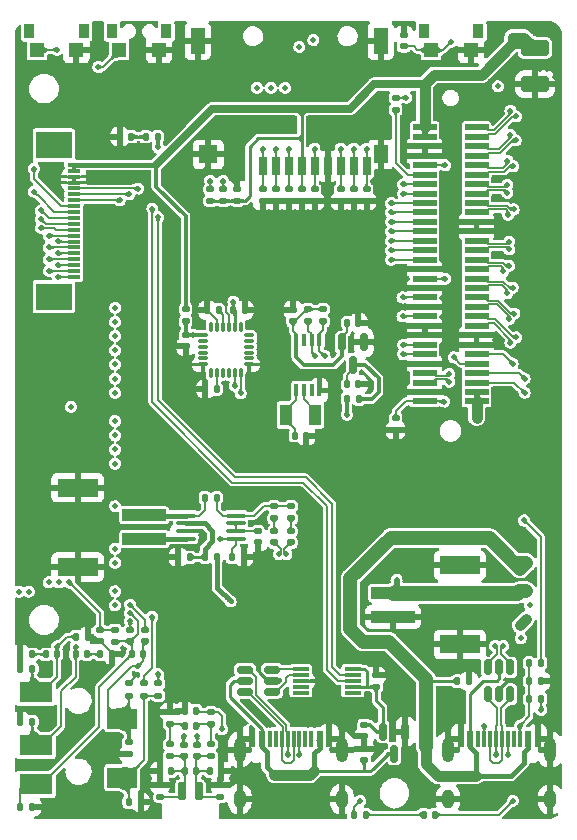
<source format=gtl>
G04 #@! TF.GenerationSoftware,KiCad,Pcbnew,(6.0.4)*
G04 #@! TF.CreationDate,2022-04-26T12:45:06+08:00*
G04 #@! TF.ProjectId,A133CoreDK,41313333-436f-4726-9544-4b2e6b696361,rev?*
G04 #@! TF.SameCoordinates,Original*
G04 #@! TF.FileFunction,Copper,L1,Top*
G04 #@! TF.FilePolarity,Positive*
%FSLAX46Y46*%
G04 Gerber Fmt 4.6, Leading zero omitted, Abs format (unit mm)*
G04 Created by KiCad (PCBNEW (6.0.4)) date 2022-04-26 12:45:06*
%MOMM*%
%LPD*%
G01*
G04 APERTURE LIST*
G04 Aperture macros list*
%AMRoundRect*
0 Rectangle with rounded corners*
0 $1 Rounding radius*
0 $2 $3 $4 $5 $6 $7 $8 $9 X,Y pos of 4 corners*
0 Add a 4 corners polygon primitive as box body*
4,1,4,$2,$3,$4,$5,$6,$7,$8,$9,$2,$3,0*
0 Add four circle primitives for the rounded corners*
1,1,$1+$1,$2,$3*
1,1,$1+$1,$4,$5*
1,1,$1+$1,$6,$7*
1,1,$1+$1,$8,$9*
0 Add four rect primitives between the rounded corners*
20,1,$1+$1,$2,$3,$4,$5,0*
20,1,$1+$1,$4,$5,$6,$7,0*
20,1,$1+$1,$6,$7,$8,$9,0*
20,1,$1+$1,$8,$9,$2,$3,0*%
G04 Aperture macros list end*
G04 #@! TA.AperFunction,SMDPad,CuDef*
%ADD10RoundRect,0.135000X-0.135000X-0.185000X0.135000X-0.185000X0.135000X0.185000X-0.135000X0.185000X0*%
G04 #@! TD*
G04 #@! TA.AperFunction,SMDPad,CuDef*
%ADD11RoundRect,0.135000X-0.185000X0.135000X-0.185000X-0.135000X0.185000X-0.135000X0.185000X0.135000X0*%
G04 #@! TD*
G04 #@! TA.AperFunction,SMDPad,CuDef*
%ADD12RoundRect,0.135000X0.135000X0.185000X-0.135000X0.185000X-0.135000X-0.185000X0.135000X-0.185000X0*%
G04 #@! TD*
G04 #@! TA.AperFunction,SMDPad,CuDef*
%ADD13R,1.400000X0.300000*%
G04 #@! TD*
G04 #@! TA.AperFunction,SMDPad,CuDef*
%ADD14RoundRect,0.250000X-0.925000X0.412500X-0.925000X-0.412500X0.925000X-0.412500X0.925000X0.412500X0*%
G04 #@! TD*
G04 #@! TA.AperFunction,SMDPad,CuDef*
%ADD15RoundRect,0.135000X0.185000X-0.135000X0.185000X0.135000X-0.185000X0.135000X-0.185000X-0.135000X0*%
G04 #@! TD*
G04 #@! TA.AperFunction,SMDPad,CuDef*
%ADD16RoundRect,0.140000X0.170000X-0.140000X0.170000X0.140000X-0.170000X0.140000X-0.170000X-0.140000X0*%
G04 #@! TD*
G04 #@! TA.AperFunction,SMDPad,CuDef*
%ADD17R,3.700800X1.000800*%
G04 #@! TD*
G04 #@! TA.AperFunction,SMDPad,CuDef*
%ADD18R,3.401100X1.501100*%
G04 #@! TD*
G04 #@! TA.AperFunction,SMDPad,CuDef*
%ADD19R,0.701000X1.600200*%
G04 #@! TD*
G04 #@! TA.AperFunction,SMDPad,CuDef*
%ADD20R,1.198900X1.501100*%
G04 #@! TD*
G04 #@! TA.AperFunction,SMDPad,CuDef*
%ADD21R,1.198900X2.199600*%
G04 #@! TD*
G04 #@! TA.AperFunction,SMDPad,CuDef*
%ADD22R,1.600200X1.501100*%
G04 #@! TD*
G04 #@! TA.AperFunction,SMDPad,CuDef*
%ADD23RoundRect,0.140000X-0.140000X-0.170000X0.140000X-0.170000X0.140000X0.170000X-0.140000X0.170000X0*%
G04 #@! TD*
G04 #@! TA.AperFunction,SMDPad,CuDef*
%ADD24R,1.000800X1.800900*%
G04 #@! TD*
G04 #@! TA.AperFunction,SMDPad,CuDef*
%ADD25RoundRect,0.150000X-0.150000X0.587500X-0.150000X-0.587500X0.150000X-0.587500X0.150000X0.587500X0*%
G04 #@! TD*
G04 #@! TA.AperFunction,SMDPad,CuDef*
%ADD26RoundRect,0.140000X0.140000X0.170000X-0.140000X0.170000X-0.140000X-0.170000X0.140000X-0.170000X0*%
G04 #@! TD*
G04 #@! TA.AperFunction,SMDPad,CuDef*
%ADD27RoundRect,0.100000X0.712500X0.100000X-0.712500X0.100000X-0.712500X-0.100000X0.712500X-0.100000X0*%
G04 #@! TD*
G04 #@! TA.AperFunction,SMDPad,CuDef*
%ADD28R,1.999000X0.500400*%
G04 #@! TD*
G04 #@! TA.AperFunction,SMDPad,CuDef*
%ADD29RoundRect,0.140000X-0.170000X0.140000X-0.170000X-0.140000X0.170000X-0.140000X0.170000X0.140000X0*%
G04 #@! TD*
G04 #@! TA.AperFunction,SMDPad,CuDef*
%ADD30RoundRect,0.147500X-0.147500X-0.172500X0.147500X-0.172500X0.147500X0.172500X-0.147500X0.172500X0*%
G04 #@! TD*
G04 #@! TA.AperFunction,SMDPad,CuDef*
%ADD31R,0.400000X1.100000*%
G04 #@! TD*
G04 #@! TA.AperFunction,SMDPad,CuDef*
%ADD32R,2.799100X1.800900*%
G04 #@! TD*
G04 #@! TA.AperFunction,SMDPad,CuDef*
%ADD33R,2.499400X1.800900*%
G04 #@! TD*
G04 #@! TA.AperFunction,SMDPad,CuDef*
%ADD34R,0.899200X1.198900*%
G04 #@! TD*
G04 #@! TA.AperFunction,SMDPad,CuDef*
%ADD35R,1.198900X1.300500*%
G04 #@! TD*
G04 #@! TA.AperFunction,SMDPad,CuDef*
%ADD36R,0.600000X1.450000*%
G04 #@! TD*
G04 #@! TA.AperFunction,SMDPad,CuDef*
%ADD37R,0.300000X1.450000*%
G04 #@! TD*
G04 #@! TA.AperFunction,ComponentPad*
%ADD38O,1.000000X2.100000*%
G04 #@! TD*
G04 #@! TA.AperFunction,ComponentPad*
%ADD39O,1.000000X1.600000*%
G04 #@! TD*
G04 #@! TA.AperFunction,SMDPad,CuDef*
%ADD40R,1.100000X0.300000*%
G04 #@! TD*
G04 #@! TA.AperFunction,SMDPad,CuDef*
%ADD41R,3.100000X2.300000*%
G04 #@! TD*
G04 #@! TA.AperFunction,SMDPad,CuDef*
%ADD42RoundRect,0.150000X0.512500X0.150000X-0.512500X0.150000X-0.512500X-0.150000X0.512500X-0.150000X0*%
G04 #@! TD*
G04 #@! TA.AperFunction,SMDPad,CuDef*
%ADD43RoundRect,0.075000X0.350000X0.075000X-0.350000X0.075000X-0.350000X-0.075000X0.350000X-0.075000X0*%
G04 #@! TD*
G04 #@! TA.AperFunction,SMDPad,CuDef*
%ADD44RoundRect,0.075000X-0.075000X0.350000X-0.075000X-0.350000X0.075000X-0.350000X0.075000X0.350000X0*%
G04 #@! TD*
G04 #@! TA.AperFunction,SMDPad,CuDef*
%ADD45RoundRect,0.175000X0.175000X-0.625000X0.175000X0.625000X-0.175000X0.625000X-0.175000X-0.625000X0*%
G04 #@! TD*
G04 #@! TA.AperFunction,SMDPad,CuDef*
%ADD46RoundRect,0.150000X0.150000X-0.512500X0.150000X0.512500X-0.150000X0.512500X-0.150000X-0.512500X0*%
G04 #@! TD*
G04 #@! TA.AperFunction,ViaPad*
%ADD47C,0.508000*%
G04 #@! TD*
G04 #@! TA.AperFunction,Conductor*
%ADD48C,0.152400*%
G04 #@! TD*
G04 #@! TA.AperFunction,Conductor*
%ADD49C,0.254000*%
G04 #@! TD*
G04 #@! TA.AperFunction,Conductor*
%ADD50C,0.381000*%
G04 #@! TD*
G04 #@! TA.AperFunction,Conductor*
%ADD51C,0.304800*%
G04 #@! TD*
G04 #@! TA.AperFunction,Conductor*
%ADD52C,0.762000*%
G04 #@! TD*
G04 #@! TA.AperFunction,Conductor*
%ADD53C,0.482600*%
G04 #@! TD*
G04 #@! TA.AperFunction,Conductor*
%ADD54C,0.889000*%
G04 #@! TD*
G04 #@! TA.AperFunction,Conductor*
%ADD55C,0.635000*%
G04 #@! TD*
G04 #@! TA.AperFunction,Conductor*
%ADD56C,0.431800*%
G04 #@! TD*
G04 #@! TA.AperFunction,Conductor*
%ADD57C,1.143000*%
G04 #@! TD*
G04 #@! TA.AperFunction,Conductor*
%ADD58C,0.127000*%
G04 #@! TD*
G04 #@! TA.AperFunction,Conductor*
%ADD59C,1.270000*%
G04 #@! TD*
G04 APERTURE END LIST*
D10*
X152779000Y-124968000D03*
X153799000Y-124968000D03*
D11*
X135001000Y-113866200D03*
X135001000Y-114886200D03*
D12*
X125579600Y-124282200D03*
X124559600Y-124282200D03*
D13*
X148295000Y-112645100D03*
X148295000Y-113145100D03*
X148295000Y-113645100D03*
X148295000Y-114145100D03*
X148295000Y-114645100D03*
X152695000Y-114645100D03*
X152695000Y-114145100D03*
X152695000Y-113645100D03*
X152695000Y-113145100D03*
X152695000Y-112645100D03*
D14*
X168148000Y-60057500D03*
X168148000Y-63132500D03*
D12*
X132336000Y-111404400D03*
X131316000Y-111404400D03*
D15*
X136398000Y-123471400D03*
X136398000Y-122451400D03*
D16*
X153670000Y-120368000D03*
X153670000Y-119408000D03*
D11*
X146050000Y-98854800D03*
X146050000Y-99874800D03*
D17*
X135056900Y-99634000D03*
X135056900Y-101635600D03*
D18*
X129407900Y-103985100D03*
X129407900Y-97284500D03*
D19*
X145069600Y-70071000D03*
X146169400Y-70071000D03*
X147269200Y-70071000D03*
X148369000Y-70071000D03*
X149468800Y-70071000D03*
X150568700Y-70071000D03*
X151671000Y-70071000D03*
X152770800Y-70071000D03*
D20*
X155069500Y-69070200D03*
D21*
X155069500Y-59469000D03*
X139570500Y-59469000D03*
D22*
X140469600Y-69070200D03*
D19*
X153870700Y-70071000D03*
D23*
X152227400Y-83312000D03*
X153187400Y-83312000D03*
D11*
X140716000Y-116279200D03*
X140716000Y-117299200D03*
D15*
X147269200Y-73027000D03*
X147269200Y-72007000D03*
D11*
X137210800Y-116279200D03*
X137210800Y-117299200D03*
X133756400Y-113866200D03*
X133756400Y-114886200D03*
D24*
X149512100Y-91135200D03*
X147012700Y-91135200D03*
D25*
X153657400Y-84990700D03*
X151757400Y-84990700D03*
X152707400Y-86865700D03*
D16*
X147472400Y-101927600D03*
X147472400Y-100967600D03*
D11*
X141732000Y-72007000D03*
X141732000Y-73027000D03*
D26*
X139443400Y-117449600D03*
X138483400Y-117449600D03*
D15*
X145069600Y-73027000D03*
X145069600Y-72007000D03*
D10*
X124559600Y-117094000D03*
X125579600Y-117094000D03*
D27*
X142803100Y-101609800D03*
X142803100Y-100959800D03*
X142803100Y-100309800D03*
X142803100Y-99659800D03*
X138578100Y-99659800D03*
X138578100Y-100309800D03*
X138578100Y-100959800D03*
X138578100Y-101609800D03*
D15*
X153870700Y-73027000D03*
X153870700Y-72007000D03*
D10*
X140180600Y-98120200D03*
X141200600Y-98120200D03*
D12*
X153217400Y-89789000D03*
X152197400Y-89789000D03*
D23*
X142598200Y-82245200D03*
X143558200Y-82245200D03*
D28*
X163184800Y-66786700D03*
X163184800Y-67586800D03*
X163184800Y-68386900D03*
X163184800Y-69187000D03*
X163184800Y-69987100D03*
X163184800Y-70787200D03*
X163184800Y-71587300D03*
X163184800Y-72387400D03*
X163184800Y-73187500D03*
X163184800Y-73987600D03*
X163184800Y-74787700D03*
X163184800Y-75587800D03*
X163184800Y-76387900D03*
X163184800Y-77188000D03*
X163184800Y-77988100D03*
X163184800Y-78788200D03*
X163184800Y-79585800D03*
X163184800Y-80385900D03*
X163184800Y-81186000D03*
X163184800Y-81986100D03*
X163184800Y-82786200D03*
X163184800Y-83586300D03*
X163184800Y-84386400D03*
X163184800Y-85186500D03*
X163184800Y-85986600D03*
X163184800Y-86786700D03*
X163184800Y-87586800D03*
X163184800Y-88386900D03*
X163184800Y-89187000D03*
X163184800Y-89987100D03*
X158785600Y-66786700D03*
X158785600Y-67586800D03*
X158785600Y-68386900D03*
X158785600Y-69187000D03*
X158785600Y-69987100D03*
X158785600Y-70787200D03*
X158785600Y-71587300D03*
X158785600Y-72387400D03*
X158785600Y-73187500D03*
X158785600Y-73987600D03*
X158785600Y-74787700D03*
X158785600Y-75587800D03*
X158785600Y-76387900D03*
X158785600Y-77188000D03*
X158785600Y-77988100D03*
X158785600Y-78788200D03*
X158785600Y-79585800D03*
X158785600Y-80385900D03*
X158785600Y-81186000D03*
X158785600Y-81986100D03*
X158785600Y-82786200D03*
X158785600Y-83586300D03*
X158785600Y-84386400D03*
X158785600Y-85186500D03*
X158785600Y-85986600D03*
X158785600Y-86786700D03*
X158785600Y-87586800D03*
X158785600Y-88386900D03*
X158785600Y-89187000D03*
X158785600Y-89987100D03*
D29*
X153670000Y-117376000D03*
X153670000Y-118336000D03*
D11*
X156337000Y-64260000D03*
X156337000Y-65280000D03*
D30*
X132966600Y-67564000D03*
X133936600Y-67564000D03*
D31*
X147922400Y-89043400D03*
X148572400Y-89043400D03*
X149222400Y-89043400D03*
X149872400Y-89043400D03*
X149872400Y-84743400D03*
X149222400Y-84743400D03*
X148572400Y-84743400D03*
X147922400Y-84743400D03*
D15*
X149468800Y-73027000D03*
X149468800Y-72007000D03*
D10*
X124559600Y-111404400D03*
X125579600Y-111404400D03*
D11*
X147472400Y-98854800D03*
X147472400Y-99874800D03*
D15*
X133756400Y-119864600D03*
X133756400Y-118844600D03*
D29*
X133858000Y-109349600D03*
X133858000Y-110309600D03*
D10*
X167638000Y-112141000D03*
X168658000Y-112141000D03*
D30*
X158696800Y-124968000D03*
X159666800Y-124968000D03*
D29*
X142915600Y-72037000D03*
X142915600Y-72997000D03*
D16*
X138379200Y-120012400D03*
X138379200Y-119052400D03*
D32*
X125890000Y-122389900D03*
D33*
X133190000Y-116840000D03*
D32*
X125890000Y-119090400D03*
X125890000Y-114592100D03*
D33*
X133190000Y-121841300D03*
D15*
X151671000Y-73027000D03*
X151671000Y-72007000D03*
D26*
X139443400Y-116179600D03*
X138483400Y-116179600D03*
D16*
X139547600Y-120012400D03*
X139547600Y-119052400D03*
D26*
X127657800Y-111404400D03*
X126697800Y-111404400D03*
X141196000Y-88925400D03*
X140236000Y-88925400D03*
X148767800Y-92887800D03*
X147807800Y-92887800D03*
D34*
X136921200Y-58661300D03*
X132321300Y-58661300D03*
D35*
X132946100Y-60210700D03*
X136296400Y-60210700D03*
D36*
X161850000Y-118562000D03*
X162650000Y-118562000D03*
D37*
X163850000Y-118562000D03*
X164850000Y-118562000D03*
X165350000Y-118562000D03*
X166350000Y-118562000D03*
D36*
X167550000Y-118562000D03*
X168350000Y-118562000D03*
X168350000Y-118562000D03*
X167550000Y-118562000D03*
D37*
X166850000Y-118562000D03*
X165850000Y-118562000D03*
X164350000Y-118562000D03*
X163350000Y-118562000D03*
D36*
X162650000Y-118562000D03*
X161850000Y-118562000D03*
D38*
X169420000Y-119477000D03*
D39*
X160780000Y-123657000D03*
X169420000Y-123657000D03*
D38*
X160780000Y-119477000D03*
D34*
X125336300Y-58661300D03*
X129936200Y-58661300D03*
D35*
X125961100Y-60210700D03*
X129311400Y-60210700D03*
D11*
X141503400Y-122451400D03*
X141503400Y-123471400D03*
D10*
X140180600Y-103174800D03*
X141200600Y-103174800D03*
D23*
X129237800Y-111404400D03*
X130197800Y-111404400D03*
D26*
X138884600Y-103174800D03*
X137924600Y-103174800D03*
D36*
X144197000Y-118562000D03*
X144997000Y-118562000D03*
D37*
X146197000Y-118562000D03*
X147197000Y-118562000D03*
X147697000Y-118562000D03*
X148697000Y-118562000D03*
D36*
X149897000Y-118562000D03*
X150697000Y-118562000D03*
X150697000Y-118562000D03*
X149897000Y-118562000D03*
D37*
X149197000Y-118562000D03*
X148197000Y-118562000D03*
X146697000Y-118562000D03*
X145697000Y-118562000D03*
D36*
X144997000Y-118562000D03*
X144197000Y-118562000D03*
D39*
X143127000Y-123657000D03*
D38*
X143127000Y-119477000D03*
X151767000Y-119477000D03*
D39*
X151767000Y-123657000D03*
D26*
X141577000Y-121285000D03*
X140617000Y-121285000D03*
D10*
X167638000Y-115189000D03*
X168658000Y-115189000D03*
D11*
X150192800Y-82192400D03*
X150192800Y-83212400D03*
D26*
X139443400Y-121285000D03*
X138483400Y-121285000D03*
D25*
X157160000Y-117934500D03*
X155260000Y-117934500D03*
X156210000Y-119809500D03*
D26*
X141348400Y-82245200D03*
X140388400Y-82245200D03*
D40*
X129097192Y-69951400D03*
X129097192Y-70451400D03*
X129097192Y-70951400D03*
X129097192Y-71451400D03*
X129097192Y-71951400D03*
X129097192Y-72451400D03*
X129097192Y-72951400D03*
X129097192Y-73451400D03*
X129097192Y-73951400D03*
X129097192Y-74451400D03*
X129097192Y-74951400D03*
X129097192Y-75451400D03*
X129097192Y-75951400D03*
X129097192Y-76451400D03*
X129097192Y-76951400D03*
X129097192Y-77451400D03*
X129097192Y-77951400D03*
X129097192Y-78451400D03*
X129097192Y-78951400D03*
X129097192Y-79451400D03*
D41*
X127397192Y-68281400D03*
X127397192Y-81121400D03*
D12*
X136196800Y-67564000D03*
X135176800Y-67564000D03*
D16*
X157022800Y-59916000D03*
X157022800Y-58956000D03*
D12*
X168658000Y-113665000D03*
X167638000Y-113665000D03*
D16*
X144678400Y-101919800D03*
X144678400Y-100959800D03*
D11*
X140632200Y-72007000D03*
X140632200Y-73027000D03*
D10*
X142466600Y-103174800D03*
X143486600Y-103174800D03*
D42*
X145866700Y-114595100D03*
X145866700Y-113645100D03*
X145866700Y-112695100D03*
X143591700Y-112695100D03*
X143591700Y-113645100D03*
X143591700Y-114595100D03*
D10*
X124559600Y-112623600D03*
X125579600Y-112623600D03*
D12*
X130253200Y-109905800D03*
X129233200Y-109905800D03*
D26*
X134973000Y-111404400D03*
X134013000Y-111404400D03*
D15*
X146169400Y-73027000D03*
X146169400Y-72007000D03*
D23*
X161572000Y-113665000D03*
X162532000Y-113665000D03*
D16*
X131318000Y-110309600D03*
X131318000Y-109349600D03*
D15*
X148369000Y-73027000D03*
X148369000Y-72007000D03*
D11*
X140716000Y-119022400D03*
X140716000Y-120042400D03*
D16*
X146050000Y-101927600D03*
X146050000Y-100967600D03*
D12*
X134749000Y-123901200D03*
X133729000Y-123901200D03*
D43*
X143910600Y-86848000D03*
X143910600Y-86348000D03*
X143910600Y-85848000D03*
X143910600Y-85348000D03*
X143910600Y-84848000D03*
X143910600Y-84348000D03*
D44*
X143210600Y-83648000D03*
X142710600Y-83648000D03*
X142210600Y-83648000D03*
X141710600Y-83648000D03*
X141210600Y-83648000D03*
X140710600Y-83648000D03*
D43*
X140010600Y-84348000D03*
X140010600Y-84848000D03*
X140010600Y-85348000D03*
X140010600Y-85848000D03*
X140010600Y-86348000D03*
X140010600Y-86848000D03*
D44*
X140710600Y-87548000D03*
X141210600Y-87548000D03*
X141710600Y-87548000D03*
X142210600Y-87548000D03*
X142710600Y-87548000D03*
X143210600Y-87548000D03*
D15*
X136245600Y-114886200D03*
X136245600Y-113866200D03*
X137210800Y-120042400D03*
X137210800Y-119022400D03*
X138557000Y-83212400D03*
X138557000Y-82192400D03*
D16*
X154686000Y-114145000D03*
X154686000Y-113185000D03*
D11*
X156337000Y-91387200D03*
X156337000Y-92407200D03*
D16*
X147652800Y-83207800D03*
X147652800Y-82247800D03*
D15*
X152770800Y-73027000D03*
X152770800Y-72007000D03*
D45*
X138263400Y-123007600D03*
X139663400Y-123007600D03*
D34*
X158737300Y-58661300D03*
X163337200Y-58661300D03*
D35*
X159362100Y-60210700D03*
X162712400Y-60210700D03*
D29*
X138557000Y-84356000D03*
X138557000Y-85316000D03*
X135128000Y-109349600D03*
X135128000Y-110309600D03*
D17*
X156128700Y-108214200D03*
X156128700Y-106212600D03*
D18*
X161777700Y-103863100D03*
X161777700Y-110563700D03*
D23*
X152227400Y-88544400D03*
X153187400Y-88544400D03*
D11*
X148922800Y-82192400D03*
X148922800Y-83212400D03*
D26*
X137309800Y-121285000D03*
X136349800Y-121285000D03*
D46*
X164150000Y-114782600D03*
X165100000Y-114782600D03*
X166050000Y-114782600D03*
X166050000Y-112507600D03*
X165100000Y-112507600D03*
X164150000Y-112507600D03*
D11*
X132588000Y-109319600D03*
X132588000Y-110339600D03*
D47*
X160985200Y-72847200D03*
X125933200Y-103733600D03*
X169164000Y-61849000D03*
X144526000Y-98120200D03*
X145669000Y-117348000D03*
X139801600Y-112877600D03*
X159639000Y-99822000D03*
X126898400Y-95554800D03*
X142341600Y-109626400D03*
X148793200Y-64312800D03*
X157099000Y-68262500D03*
X136702800Y-103174800D03*
X145897600Y-86842600D03*
X165328600Y-99796600D03*
X132842000Y-108432600D03*
X150469600Y-58191400D03*
X134264400Y-113157000D03*
X143179800Y-73888600D03*
X155625800Y-83947000D03*
X128955800Y-102031800D03*
X149199600Y-99517200D03*
X126898400Y-92608400D03*
X164820600Y-59436000D03*
X169799000Y-62484000D03*
X133908800Y-78638400D03*
X133807200Y-90449400D03*
X137337800Y-76784200D03*
X161290000Y-81203800D03*
X142875000Y-91998800D03*
X140284200Y-70332600D03*
X144551400Y-66573400D03*
X155422600Y-70637400D03*
X145135600Y-100050600D03*
X164820600Y-58623200D03*
X146024600Y-123647200D03*
X147497800Y-79502000D03*
X154127200Y-88544400D03*
X132588000Y-80848200D03*
X126898400Y-98780600D03*
X135940800Y-118186200D03*
X137896600Y-94538800D03*
X154863800Y-66471800D03*
X135356600Y-65811400D03*
X152069800Y-111023400D03*
X125933200Y-101168200D03*
X153771600Y-59309000D03*
X150825200Y-79502000D03*
X124714000Y-60198000D03*
X147015200Y-109601000D03*
X137642600Y-106222800D03*
X166700200Y-93497400D03*
X128930400Y-118160800D03*
X168529000Y-61849000D03*
X139700000Y-76784200D03*
X167030400Y-110845600D03*
X160985200Y-74574400D03*
X130962400Y-119253000D03*
X129514600Y-124282200D03*
X160985200Y-76250800D03*
X126695200Y-112750600D03*
X150063200Y-113639600D03*
X139852400Y-101320600D03*
X163017200Y-65379600D03*
X126974600Y-124282200D03*
X127304800Y-66344800D03*
X135940800Y-119557800D03*
X141249400Y-59461400D03*
X153289000Y-95732600D03*
X167665400Y-123825000D03*
X169799000Y-61849000D03*
X135534400Y-123901200D03*
X166497000Y-110845600D03*
X161340800Y-67945000D03*
X149860000Y-92887800D03*
X157022800Y-58191400D03*
X148945600Y-117348000D03*
X160985200Y-71069200D03*
X162534600Y-112344200D03*
X154863800Y-65151000D03*
X132003800Y-124282200D03*
X165277800Y-75184000D03*
X155803600Y-113182400D03*
X133223000Y-80848200D03*
X137337800Y-78638400D03*
X144500600Y-82245200D03*
X164998400Y-64414400D03*
X132765800Y-119862600D03*
X137642600Y-109651800D03*
X144678400Y-103174800D03*
X145872200Y-58191400D03*
X128422400Y-112750600D03*
X161772600Y-108407200D03*
X148615400Y-104775000D03*
X131114800Y-60198000D03*
X142849600Y-94564200D03*
X132969000Y-111404400D03*
X142849600Y-98120200D03*
X167055800Y-77876400D03*
X133908800Y-74777600D03*
X150901400Y-66573400D03*
X168249600Y-121691400D03*
X157403800Y-92405200D03*
X138557000Y-88925400D03*
X127025400Y-116230400D03*
X154076400Y-79502000D03*
X137972800Y-59461400D03*
X167563800Y-110845600D03*
X135356600Y-64185800D03*
X126898400Y-84099400D03*
X145897600Y-84201000D03*
X169240200Y-58623200D03*
X164744400Y-84785200D03*
X153771600Y-58191400D03*
X157099000Y-69240400D03*
X159435800Y-108407200D03*
X133908800Y-76784200D03*
X142646400Y-71297800D03*
X160172400Y-108407200D03*
X141249400Y-58191400D03*
X151993600Y-63703200D03*
X134620000Y-59461400D03*
X158699200Y-110159800D03*
X126898400Y-86817200D03*
X154228800Y-91135200D03*
X158724600Y-108407200D03*
X135229600Y-121894600D03*
X156362400Y-88544400D03*
X132765800Y-118643400D03*
X131114800Y-58648600D03*
X141605000Y-112877600D03*
X125933200Y-78943200D03*
X139827000Y-106222800D03*
X132765800Y-119253000D03*
X149199600Y-101650800D03*
X125933200Y-76936600D03*
X153289000Y-99822000D03*
X148767800Y-123647200D03*
X161290000Y-83464400D03*
X162941000Y-123647200D03*
X159639000Y-95707200D03*
X125374400Y-120777000D03*
X157099000Y-67284600D03*
X168402000Y-58623200D03*
X133858000Y-80848200D03*
X124561600Y-116230400D03*
X135915400Y-92557600D03*
X150469600Y-59309000D03*
X166700200Y-95758000D03*
X126898400Y-89738200D03*
X138557000Y-86207600D03*
X167132000Y-70866000D03*
X160985200Y-77901800D03*
X137642600Y-112877600D03*
X168658000Y-116103400D03*
X166186993Y-59111007D03*
X166186993Y-59746007D03*
X133858000Y-108610400D03*
X133858000Y-107899200D03*
X133858000Y-107188000D03*
X134518400Y-112420400D03*
X158902400Y-119837200D03*
X148056600Y-121589800D03*
X166878000Y-104140000D03*
X158902400Y-119227600D03*
X167386000Y-103646000D03*
X148640800Y-121589800D03*
X128701800Y-105308400D03*
X132588000Y-98846000D03*
X160528000Y-79585800D03*
X161036000Y-59537600D03*
X166928800Y-110032800D03*
X129237800Y-110744000D03*
X132588000Y-103646000D03*
X132588000Y-102446000D03*
X127660400Y-110744000D03*
X132588000Y-94046000D03*
X139547600Y-118338600D03*
X138379200Y-118338600D03*
X132588000Y-95246000D03*
X132588000Y-92846000D03*
X141630400Y-117729000D03*
X132588000Y-82046000D03*
X145069600Y-68580000D03*
X146169400Y-68580000D03*
X132588000Y-83246000D03*
X132588000Y-84446000D03*
X147269200Y-68580000D03*
X141732000Y-71297800D03*
X132588000Y-85646000D03*
X149468800Y-68580000D03*
X151671000Y-68580000D03*
X132588000Y-86846000D03*
X132588000Y-88046000D03*
X152770800Y-68580000D03*
X132588000Y-89246000D03*
X140632200Y-71297800D03*
X153870700Y-68580000D03*
X163184800Y-91363800D03*
X163184800Y-90754200D03*
X166268400Y-123799600D03*
X142367000Y-106908600D03*
X166878000Y-108940600D03*
X167386000Y-108446000D03*
X165850000Y-119913400D03*
X164850000Y-119913400D03*
X164769800Y-110676078D03*
X165430200Y-110676078D03*
X163850000Y-117449600D03*
X166850000Y-117449600D03*
X147197000Y-119913400D03*
X148197000Y-119913400D03*
X156921200Y-81186000D03*
X124460497Y-106095800D03*
X131165600Y-61671200D03*
X127660400Y-60210700D03*
X156921200Y-82786200D03*
X125272800Y-106095800D03*
X157226000Y-64262000D03*
X167208200Y-100050600D03*
X160426400Y-89992200D03*
X167690800Y-107238800D03*
X135737600Y-108204000D03*
X136245600Y-113080800D03*
X156972000Y-85986600D03*
X127838200Y-105308400D03*
X164987000Y-63296800D03*
X153339800Y-123799600D03*
X126974600Y-105308400D03*
X156972000Y-85186500D03*
X147091400Y-102920800D03*
X132588000Y-107246000D03*
X132588000Y-106045000D03*
X146431000Y-102920800D03*
X132588000Y-91646000D03*
X141427200Y-101609800D03*
X128828800Y-90449400D03*
X136196800Y-68453000D03*
X127711200Y-79451200D03*
X126974600Y-78943200D03*
X127711200Y-78435200D03*
X126974600Y-77952600D03*
X127711200Y-77444600D03*
X126974600Y-76936600D03*
X127711200Y-76428600D03*
X126974600Y-75946000D03*
X126314200Y-75285600D03*
X126314200Y-74549000D03*
X126314200Y-73812400D03*
X125704600Y-72212200D03*
X125704600Y-70281800D03*
X132969000Y-72948800D03*
X133781800Y-72440800D03*
X134543800Y-71958200D03*
X155956000Y-77988100D03*
X155956000Y-77188000D03*
X155956000Y-76387900D03*
X155956000Y-75587800D03*
X155956000Y-74787700D03*
X155956000Y-73987600D03*
X155956000Y-73187500D03*
X142710600Y-88671400D03*
X156972000Y-72387400D03*
X144587000Y-63423800D03*
X149532400Y-86131400D03*
X143210600Y-89306400D03*
X150319800Y-86131400D03*
X156972000Y-71587300D03*
X145787000Y-63423800D03*
X161264600Y-86233000D03*
X146987000Y-63423800D03*
X148183600Y-59969400D03*
X136220200Y-74396600D03*
X135737600Y-73660000D03*
X149377400Y-59385200D03*
X160528000Y-69987100D03*
X166060313Y-65374713D03*
X166527287Y-65841687D03*
X166034913Y-67406713D03*
X166501887Y-67873687D03*
X165806313Y-69591113D03*
X166273287Y-70058087D03*
X165796200Y-71657150D03*
X165796200Y-72317550D03*
X166329687Y-73712913D03*
X165862713Y-74179887D03*
X165963600Y-76457750D03*
X165963600Y-77118150D03*
X165917687Y-78506513D03*
X165450713Y-78973487D03*
X166247887Y-80360713D03*
X165780913Y-80827687D03*
X166400287Y-82545113D03*
X165933313Y-83012087D03*
X166527287Y-84551713D03*
X166060313Y-85018687D03*
X167259000Y-88046000D03*
X167259000Y-89246000D03*
X166243000Y-86791800D03*
X160874599Y-87656650D03*
X160874599Y-88317050D03*
X167386000Y-106046000D03*
X166801800Y-106045000D03*
X152199400Y-91109800D03*
X156413200Y-105105200D03*
X142598200Y-81534000D03*
X139222810Y-84347990D03*
D48*
X141210600Y-83067400D02*
X141210600Y-83648000D01*
X130914200Y-109905800D02*
X131318000Y-110309600D01*
X134264400Y-113334800D02*
X134264400Y-113157000D01*
X142214600Y-83644000D02*
X142214600Y-82703827D01*
D49*
X165760400Y-113665000D02*
X166497000Y-113665000D01*
X166878000Y-113284000D02*
X166878000Y-110998000D01*
X144729200Y-112877600D02*
X144729200Y-111836200D01*
D48*
X132969000Y-111404400D02*
X132412800Y-111404400D01*
X142214600Y-82703827D02*
X141960600Y-82449827D01*
D49*
X145496700Y-113645100D02*
X144729200Y-112877600D01*
X166497000Y-113665000D02*
X166878000Y-113284000D01*
D48*
X141960600Y-82449827D02*
X141960600Y-81737200D01*
D49*
X165100000Y-114325400D02*
X165760400Y-113665000D01*
D48*
X165100000Y-114782600D02*
X165100000Y-114325400D01*
X142210600Y-83648000D02*
X142214600Y-83644000D01*
X125577600Y-124280200D02*
X125579600Y-124282200D01*
D49*
X166878000Y-110998000D02*
X167030400Y-110845600D01*
X148295004Y-113645112D02*
X149244888Y-113645112D01*
D48*
X132412800Y-111404400D02*
X131318000Y-110309600D01*
X130253200Y-109905800D02*
X130914200Y-109905800D01*
X133756400Y-113842800D02*
X134264400Y-113334800D01*
X145866700Y-113645100D02*
X145496700Y-113645100D01*
X140388400Y-82245200D02*
X141210600Y-83067400D01*
X133756400Y-113866200D02*
X133756400Y-113842800D01*
D50*
X129097202Y-69951397D02*
X136068003Y-69951397D01*
D49*
X148869400Y-65227200D02*
X148869400Y-65201800D01*
D51*
X136068003Y-71806003D02*
X136068003Y-69951397D01*
D52*
X167851493Y-59760993D02*
X168148000Y-60057500D01*
D51*
X129097202Y-70451396D02*
X129097202Y-69951397D01*
D49*
X148394400Y-65676800D02*
X148419800Y-65676800D01*
D52*
X166186993Y-59111007D02*
X167201507Y-59111007D01*
D48*
X148369000Y-72007000D02*
X148369000Y-70071000D01*
X168658000Y-116103400D02*
X168658000Y-115189000D01*
D49*
X148394400Y-65676800D02*
X148328400Y-65676800D01*
X144721600Y-67698600D02*
X148013400Y-67698600D01*
D53*
X158785611Y-67586809D02*
X158785611Y-66786709D01*
D54*
X158785611Y-63134189D02*
X158785611Y-66786709D01*
D49*
X148369000Y-67952600D02*
X148369000Y-70071000D01*
D55*
X148513800Y-65201800D02*
X147853400Y-65201800D01*
D49*
X143588800Y-72997000D02*
X142915600Y-72997000D01*
D54*
X163616386Y-62316614D02*
X163616386Y-62331600D01*
D49*
X148013400Y-67698600D02*
X148115000Y-67698600D01*
D51*
X138557000Y-74295000D02*
X136068003Y-71806003D01*
D52*
X167201507Y-59111007D02*
X166801800Y-59510714D01*
D49*
X148419800Y-65676800D02*
X148869400Y-65227200D01*
D52*
X166186993Y-59760993D02*
X166186993Y-59111007D01*
D49*
X143992600Y-68427600D02*
X143992600Y-72593200D01*
D51*
X138557000Y-82192400D02*
X138557000Y-74295000D01*
D54*
X163616386Y-62331600D02*
X159588200Y-62331600D01*
D52*
X166186993Y-59760993D02*
X167851493Y-59760993D01*
D49*
X158770400Y-63119000D02*
X158785600Y-63134200D01*
D55*
X152450800Y-65201800D02*
X148869400Y-65201800D01*
D54*
X166172007Y-59760993D02*
X163616386Y-62316614D01*
D49*
X148013400Y-67698600D02*
X148369000Y-67698600D01*
X143992600Y-72593200D02*
X143588800Y-72997000D01*
D52*
X166186993Y-59746007D02*
X166186993Y-59760993D01*
D55*
X136068003Y-69951397D02*
X140817600Y-65201800D01*
D49*
X148369000Y-67698600D02*
X148369000Y-67470000D01*
X148369000Y-67698600D02*
X148369000Y-67952600D01*
D55*
X154533600Y-63119000D02*
X158770396Y-63119000D01*
D49*
X148013400Y-67698600D02*
X148140400Y-67698600D01*
D52*
X166801800Y-59510714D02*
X166801800Y-59690000D01*
X167880500Y-60325000D02*
X168148000Y-60057500D01*
D54*
X166186993Y-59760993D02*
X166172007Y-59760993D01*
D55*
X148869400Y-65201800D02*
X148513800Y-65201800D01*
D49*
X148328400Y-65676800D02*
X147853400Y-65201800D01*
X148369000Y-65676800D02*
X148369000Y-65346600D01*
D55*
X143230600Y-65201800D02*
X140817600Y-65201800D01*
D49*
X140632200Y-73027000D02*
X141732000Y-73027000D01*
X142915600Y-72997000D02*
X141762000Y-72997000D01*
X148369000Y-65676800D02*
X148394400Y-65676800D01*
D52*
X167201507Y-59111007D02*
X168148000Y-60057500D01*
D49*
X148115000Y-67698600D02*
X148369000Y-67952600D01*
X148140400Y-67698600D02*
X148369000Y-67470000D01*
D55*
X147853400Y-65201800D02*
X143230600Y-65201800D01*
D49*
X148369000Y-67470000D02*
X148369000Y-65676800D01*
X148369000Y-65346600D02*
X148513800Y-65201800D01*
D55*
X154533600Y-63119000D02*
X152450800Y-65201800D01*
D48*
X142885600Y-73027000D02*
X142915600Y-72997000D01*
D49*
X143992600Y-68427600D02*
X144721600Y-67698600D01*
D52*
X167931300Y-60274200D02*
X168148000Y-60057500D01*
D48*
X141762000Y-72997000D02*
X141732000Y-73027000D01*
D54*
X159588200Y-62331600D02*
X158785611Y-63134189D01*
D48*
X133858000Y-108610400D02*
X133858000Y-109349591D01*
X133858000Y-107899200D02*
X134493000Y-108534200D01*
X125890000Y-122389900D02*
X126377700Y-122389900D01*
X131216400Y-117551200D02*
X131216400Y-114198400D01*
X133858000Y-110309600D02*
X134493000Y-109674600D01*
X134010400Y-111404400D02*
X134013000Y-111404400D01*
X133858000Y-110309600D02*
X132618000Y-110309600D01*
X124980700Y-122389900D02*
X124559600Y-122811000D01*
X125890000Y-122389900D02*
X124980700Y-122389900D01*
X134013000Y-111404400D02*
X134013000Y-110464600D01*
X131216400Y-114198400D02*
X134010400Y-111404400D01*
X126377700Y-122389900D02*
X131216400Y-117551200D01*
X134493000Y-108534200D02*
X134493000Y-109674600D01*
X124559600Y-122811000D02*
X124559600Y-124282200D01*
X134013000Y-110464600D02*
X133858000Y-110309600D01*
X132618000Y-110309600D02*
X132588000Y-110339600D01*
X133858000Y-107188000D02*
X135128000Y-108458000D01*
X135128000Y-108458000D02*
X135128000Y-109349600D01*
X133756400Y-117406400D02*
X133190000Y-116840000D01*
X133756400Y-116273600D02*
X133756400Y-114886200D01*
D49*
X133756400Y-118844593D02*
X133756400Y-117406395D01*
D48*
X134973000Y-110464600D02*
X135128000Y-110309600D01*
X134973000Y-111965800D02*
X134518400Y-112420400D01*
X133190000Y-116840000D02*
X132867400Y-116840000D01*
X134973000Y-111404400D02*
X134973000Y-110464600D01*
X132003800Y-115976400D02*
X132003800Y-114427000D01*
X133190000Y-116840000D02*
X133756400Y-116273600D01*
X132003800Y-114427000D02*
X134010400Y-112420400D01*
X132867400Y-116840000D02*
X132003800Y-115976400D01*
X134973000Y-110439200D02*
X135102600Y-110309600D01*
X134973000Y-111404400D02*
X134973000Y-111965800D01*
X134010400Y-112420400D02*
X134518400Y-112420400D01*
D56*
X149402800Y-119786400D02*
X149897000Y-119292200D01*
X162650000Y-119272587D02*
X163144200Y-119766787D01*
D49*
X154152600Y-121310400D02*
X154381200Y-121081800D01*
D56*
X146075400Y-121589800D02*
X145415000Y-120929400D01*
D48*
X149428200Y-121310400D02*
X149402800Y-121310400D01*
D57*
X152501600Y-104952800D02*
X155905200Y-101549200D01*
D49*
X142666300Y-113645100D02*
X143591700Y-113645100D01*
D54*
X166878000Y-104140000D02*
X166892000Y-104140000D01*
X148640800Y-121589800D02*
X148056600Y-121589800D01*
D57*
X166891995Y-104140000D02*
X167386000Y-103645995D01*
D48*
X153670000Y-121259600D02*
X153619200Y-121310400D01*
D57*
X166141400Y-103403400D02*
X166878000Y-104140000D01*
X155752800Y-110312200D02*
X153593800Y-110312200D01*
X152501600Y-109220000D02*
X152501600Y-104952800D01*
D56*
X149402800Y-121310400D02*
X149402800Y-119786400D01*
D57*
X158902400Y-114071400D02*
X158902400Y-119227600D01*
D54*
X158902400Y-119227600D02*
X158902400Y-119837200D01*
X158902400Y-119837200D02*
X158902400Y-120675400D01*
D57*
X164287200Y-101549200D02*
X166141400Y-103403400D01*
D49*
X144997000Y-118562000D02*
X144997000Y-117717400D01*
X162650000Y-114718000D02*
X162650000Y-118562000D01*
D57*
X158902400Y-113461800D02*
X155752800Y-110312200D01*
D49*
X142316200Y-115036600D02*
X142316200Y-113995200D01*
X161571991Y-113665000D02*
X159232600Y-113665000D01*
D56*
X167199579Y-120557021D02*
X167199579Y-119642621D01*
X144997000Y-119266800D02*
X144997000Y-118562000D01*
D57*
X166141400Y-103403400D02*
X166384000Y-103646000D01*
D49*
X144997000Y-117717400D02*
X142316200Y-115036600D01*
X165100000Y-112507600D02*
X165100000Y-113411000D01*
D54*
X149402800Y-121310400D02*
X149123400Y-121589800D01*
D49*
X153619200Y-121310400D02*
X149428200Y-121310400D01*
D54*
X158902400Y-120675400D02*
X159918400Y-121691400D01*
D57*
X166384000Y-103646000D02*
X167386000Y-103646000D01*
D56*
X149897000Y-119292200D02*
X149897000Y-118562000D01*
X163144200Y-121691400D02*
X166065200Y-121691400D01*
D49*
X142316200Y-113995200D02*
X142666300Y-113645100D01*
X154381200Y-121081800D02*
X155653500Y-119809500D01*
D56*
X145415000Y-120929400D02*
X145415000Y-119684800D01*
D49*
X164896800Y-113614200D02*
X163753800Y-113614200D01*
X155653500Y-119809500D02*
X156210000Y-119809500D01*
D54*
X148056600Y-121589800D02*
X146075400Y-121589800D01*
D56*
X163144200Y-119766787D02*
X163144200Y-121691400D01*
D57*
X155905200Y-101549200D02*
X164287200Y-101549200D01*
D56*
X162650000Y-118562000D02*
X162650000Y-119272587D01*
D49*
X153619200Y-121310400D02*
X154152600Y-121310400D01*
D56*
X167550000Y-119292200D02*
X167550000Y-118562000D01*
X167199579Y-119642621D02*
X167550000Y-119292200D01*
D54*
X149123400Y-121589800D02*
X148640800Y-121589800D01*
X159918400Y-121691400D02*
X163144200Y-121691400D01*
D56*
X166065200Y-121691400D02*
X167199579Y-120557021D01*
D48*
X159232600Y-113665000D02*
X158902400Y-113334800D01*
D49*
X163753800Y-113614200D02*
X162650000Y-114718000D01*
X165100000Y-113411000D02*
X164896800Y-113614200D01*
D57*
X153593800Y-110312200D02*
X152501600Y-109220000D01*
D54*
X158902400Y-113334800D02*
X158902400Y-114071400D01*
D49*
X153670000Y-120368009D02*
X153670000Y-121259600D01*
D56*
X145415000Y-119684800D02*
X144997000Y-119266800D01*
D57*
X158902400Y-114071400D02*
X158902400Y-113461800D01*
D48*
X128701800Y-105308400D02*
X131318000Y-107924600D01*
X132588000Y-109319600D02*
X131348000Y-109319600D01*
X131348000Y-109319600D02*
X131318000Y-109349600D01*
X131318000Y-107924600D02*
X131318000Y-109349600D01*
X160528000Y-79585800D02*
X158785600Y-79585800D01*
X160362900Y-60210700D02*
X161036000Y-59537600D01*
X158153100Y-60210700D02*
X159362100Y-60210700D01*
X157858400Y-59916000D02*
X158153100Y-60210700D01*
X157022800Y-59916000D02*
X157858400Y-59916000D01*
X159362100Y-60210700D02*
X160362900Y-60210700D01*
X138072400Y-123471400D02*
X136398000Y-123471400D01*
X138263400Y-123007600D02*
X138480800Y-122790200D01*
X138480800Y-121287600D02*
X138483400Y-121285000D01*
X138483400Y-120116600D02*
X138379200Y-120012400D01*
X138480800Y-122790200D02*
X138480800Y-121287600D01*
X138263400Y-123280400D02*
X138072400Y-123471400D01*
X138379200Y-120012400D02*
X137240800Y-120012400D01*
X137240800Y-120012400D02*
X137210800Y-120042400D01*
X138483400Y-121285000D02*
X137309800Y-121285000D01*
X138263400Y-123007600D02*
X138263400Y-123280400D01*
X138483400Y-121285000D02*
X138483400Y-120116600D01*
X139443400Y-121285000D02*
X139443400Y-120116600D01*
X139663400Y-123007600D02*
X139663400Y-123305800D01*
X139443400Y-120116600D02*
X139547600Y-120012400D01*
X139547600Y-120012400D02*
X140686000Y-120012400D01*
X139663400Y-123007600D02*
X139446000Y-122790200D01*
X139446000Y-122790200D02*
X139446000Y-121287600D01*
X140686000Y-120012400D02*
X140716000Y-120042400D01*
X139829000Y-123471400D02*
X141503400Y-123471400D01*
X139663400Y-123305800D02*
X139829000Y-123471400D01*
X139443400Y-121285000D02*
X140617000Y-121285000D01*
X139446000Y-121287600D02*
X139443400Y-121285000D01*
X128016000Y-117475000D02*
X126400600Y-119090400D01*
X125579600Y-118780000D02*
X125579600Y-117094000D01*
X125890000Y-119090400D02*
X125579600Y-118780000D01*
X129237800Y-111404400D02*
X129237800Y-113281400D01*
X128016000Y-114503200D02*
X128016000Y-117475000D01*
X126400600Y-119090400D02*
X125890000Y-119090400D01*
X129237800Y-113281400D02*
X128016000Y-114503200D01*
X129237800Y-110744000D02*
X129237800Y-111404400D01*
X130197800Y-111404400D02*
X131316000Y-111404400D01*
X127660400Y-110744000D02*
X127660400Y-111401800D01*
X125890000Y-114592100D02*
X125890000Y-114409200D01*
X127660400Y-111401800D02*
X127657800Y-111404400D01*
X128498600Y-109905800D02*
X129233200Y-109905800D01*
X125890000Y-114592100D02*
X126377700Y-114592100D01*
X127660400Y-110744000D02*
X128498600Y-109905800D01*
X125579600Y-114098800D02*
X125579600Y-112623600D01*
X126377700Y-114592100D02*
X127657800Y-113312000D01*
X125793500Y-114592100D02*
X125577600Y-114376200D01*
X125890000Y-114409200D02*
X125579600Y-114098800D01*
X127657800Y-113312000D02*
X127657800Y-111404400D01*
X125890000Y-114592100D02*
X125793500Y-114592100D01*
X125579600Y-111404400D02*
X126697800Y-111404400D01*
X140716000Y-117299200D02*
X140716000Y-119022400D01*
X139593800Y-117299200D02*
X139443400Y-117449600D01*
X140716000Y-117299200D02*
X139593800Y-117299200D01*
X137210800Y-117299200D02*
X137210800Y-119022400D01*
X137210800Y-117299200D02*
X138333000Y-117299200D01*
X138333000Y-117299200D02*
X138483400Y-117449600D01*
D58*
X139547600Y-118338600D02*
X139547600Y-119052400D01*
X138379200Y-118338600D02*
X138379200Y-119052400D01*
D48*
X139543000Y-116279200D02*
X139443400Y-116179600D01*
X141298200Y-116279200D02*
X140716000Y-116279200D01*
X141630400Y-117729000D02*
X141630400Y-116611400D01*
X140716000Y-116279200D02*
X139543000Y-116279200D01*
X141630400Y-116611400D02*
X141298200Y-116279200D01*
D49*
X155260000Y-117934500D02*
X155260000Y-115890000D01*
X155260000Y-115890000D02*
X154686000Y-115316000D01*
X153896000Y-114145000D02*
X152695100Y-114145000D01*
X153691500Y-112645100D02*
X152695000Y-112645100D01*
X154199750Y-117376000D02*
X154758250Y-117934500D01*
X153670000Y-117376000D02*
X154199750Y-117376000D01*
X152695100Y-114145000D02*
X152695000Y-114145100D01*
X154758250Y-117934500D02*
X155260000Y-117934500D01*
X154686000Y-114145000D02*
X153896000Y-114145000D01*
X153896000Y-114145000D02*
X153896000Y-112849600D01*
X153896000Y-112849600D02*
X153691500Y-112645100D01*
X154686000Y-115316000D02*
X154686000Y-114145000D01*
D48*
X145069600Y-68580000D02*
X145069600Y-70071000D01*
X145069600Y-72007000D02*
X145069600Y-70071000D01*
X146169400Y-68580000D02*
X146169400Y-70071000D01*
X146169400Y-72007000D02*
X146169400Y-70071000D01*
X147269200Y-68580000D02*
X147269200Y-70071000D01*
X141732000Y-71297800D02*
X141732000Y-72007000D01*
X147269200Y-72007000D02*
X147269200Y-70071000D01*
X149468800Y-72007000D02*
X149468800Y-70071000D01*
X149468800Y-68580000D02*
X149468800Y-70071000D01*
X151671000Y-68580000D02*
X151671000Y-70071000D01*
X151671000Y-72007000D02*
X151671000Y-70071000D01*
X152770800Y-72007000D02*
X152770800Y-70071000D01*
X152770800Y-68580000D02*
X152770800Y-70071000D01*
X140632200Y-71297800D02*
X140632200Y-72007000D01*
X153870700Y-72007000D02*
X153870700Y-70071000D01*
X153870700Y-68580000D02*
X153870700Y-70071000D01*
X153799000Y-124968000D02*
X158696800Y-124968000D01*
D50*
X141200600Y-105742200D02*
X141200600Y-103174800D01*
D54*
X163184800Y-90754200D02*
X163184800Y-89987100D01*
D48*
X166878000Y-108940600D02*
X166891400Y-108940600D01*
D53*
X163184789Y-89186995D02*
X163184789Y-89987095D01*
D50*
X142367000Y-106908600D02*
X141200600Y-105742200D01*
D48*
X165100000Y-124968000D02*
X159666800Y-124968000D01*
D54*
X163184800Y-91363800D02*
X163184800Y-90754200D01*
X166891411Y-108940600D02*
X167386000Y-108446011D01*
D48*
X166268400Y-123799600D02*
X165100000Y-124968000D01*
D58*
X164150000Y-115153400D02*
X164150000Y-114782600D01*
X164960300Y-117364199D02*
X164960300Y-115963700D01*
X165850000Y-119913400D02*
X165850000Y-118562000D01*
X164850000Y-119913400D02*
X164850000Y-118562000D01*
X164850000Y-117474499D02*
X164960300Y-117364199D01*
X164960300Y-115963700D02*
X164150000Y-115153400D01*
X164850000Y-118562000D02*
X164850000Y-117474499D01*
X164592000Y-120573800D02*
X164350000Y-120331800D01*
X165100000Y-120573800D02*
X164592000Y-120573800D01*
X165350000Y-118562000D02*
X165350000Y-117474499D01*
D48*
X164350000Y-118562000D02*
X164349289Y-118562711D01*
D58*
X165350000Y-120323800D02*
X165100000Y-120573800D01*
X165239700Y-115963700D02*
X166050000Y-115153400D01*
X165350000Y-117474499D02*
X165239700Y-117364199D01*
X165350000Y-118562000D02*
X165350000Y-120323800D01*
X165239700Y-117364199D02*
X165239700Y-115963700D01*
X164350000Y-120331800D02*
X164350000Y-118562000D01*
X166050000Y-115153400D02*
X166050000Y-114782600D01*
X164150000Y-112507600D02*
X164150000Y-112151200D01*
X164960300Y-111340900D02*
X164960300Y-110866578D01*
X164960300Y-110866578D02*
X164769800Y-110676078D01*
X164150000Y-112151200D02*
X164960300Y-111340900D01*
X166050000Y-112151200D02*
X165239700Y-111340900D01*
X165239700Y-110866578D02*
X165430200Y-110676078D01*
X165239700Y-111340900D02*
X165239700Y-110866578D01*
X166050000Y-112507600D02*
X166050000Y-112151200D01*
D48*
X167638000Y-116661600D02*
X167638000Y-115189000D01*
X167638000Y-113665000D02*
X167638000Y-112141000D01*
X163850000Y-117449600D02*
X163850000Y-118562000D01*
X166850000Y-117449600D02*
X167638000Y-116661600D01*
X167638000Y-115189000D02*
X167638000Y-113665000D01*
X166850000Y-117449600D02*
X166850000Y-118562000D01*
X133530300Y-121841300D02*
X133190000Y-121841300D01*
X133729000Y-123901200D02*
X133729000Y-122380300D01*
X135001000Y-114886200D02*
X135001000Y-120370600D01*
X135001000Y-114886200D02*
X136245600Y-114886200D01*
X133729000Y-122380300D02*
X133190000Y-121841300D01*
X135001000Y-120370600D02*
X133530300Y-121841300D01*
D58*
X143932100Y-114640266D02*
X143932100Y-114595100D01*
X143932100Y-114595100D02*
X143591700Y-114595100D01*
X147697000Y-120349200D02*
X147697000Y-118562000D01*
X146697000Y-117987000D02*
X146807300Y-117876700D01*
X146807300Y-117876700D02*
X146807300Y-117515466D01*
X146807300Y-117515466D02*
X143932100Y-114640266D01*
X147472400Y-120573800D02*
X147697000Y-120349200D01*
X146697000Y-118562000D02*
X146697000Y-117987000D01*
X146939000Y-120573800D02*
X147472400Y-120573800D01*
X146697000Y-120331800D02*
X146939000Y-120573800D01*
X146697000Y-118562000D02*
X146697000Y-120331800D01*
X148197000Y-119913400D02*
X148197000Y-118562000D01*
X147197000Y-117987000D02*
X147086700Y-117876700D01*
X147197000Y-118562000D02*
X147197000Y-117987000D01*
X144551400Y-113284000D02*
X143962500Y-112695100D01*
X147086700Y-117399734D02*
X144551400Y-114864434D01*
X147086700Y-117876700D02*
X147086700Y-117399734D01*
X143962500Y-112695100D02*
X143591700Y-112695100D01*
X144551400Y-114864434D02*
X144551400Y-113284000D01*
X147197000Y-118562000D02*
X147197000Y-119913400D01*
X145866700Y-112695100D02*
X145916700Y-112645100D01*
X145916700Y-112645100D02*
X148295000Y-112645100D01*
X147040600Y-113779300D02*
X147040600Y-113385600D01*
X146224800Y-114595100D02*
X147040600Y-113779300D01*
X147040600Y-113385600D02*
X147281100Y-113145100D01*
X147281100Y-113145100D02*
X148295000Y-113145100D01*
X145866700Y-114595100D02*
X146224800Y-114595100D01*
D48*
X132946100Y-60271700D02*
X132946100Y-60210700D01*
X158785600Y-81186000D02*
X156921200Y-81186000D01*
X131546600Y-61671200D02*
X132946100Y-60271700D01*
X131165600Y-61671200D02*
X131546600Y-61671200D01*
X127660400Y-60210700D02*
X125961100Y-60210700D01*
X158785600Y-82786200D02*
X156921200Y-82786200D01*
X157226000Y-64262000D02*
X156339000Y-64262000D01*
X156339000Y-64262000D02*
X156337000Y-64260000D01*
X158785600Y-70787200D02*
X157350400Y-70787200D01*
X157350400Y-70787200D02*
X156337000Y-69773800D01*
X156337000Y-65280000D02*
X156337000Y-69773800D01*
X168658000Y-112141000D02*
X168658000Y-101500400D01*
X168658000Y-101500400D02*
X167208200Y-100050600D01*
X156337000Y-90830400D02*
X157180300Y-89987100D01*
X157180300Y-89987100D02*
X158785600Y-89987100D01*
X160421300Y-89987100D02*
X158785600Y-89987100D01*
X160426400Y-89992200D02*
X160421300Y-89987100D01*
X156337000Y-91387200D02*
X156337000Y-90830400D01*
X135737600Y-112522000D02*
X135737600Y-108204000D01*
X135001000Y-113258600D02*
X135737600Y-112522000D01*
X135001000Y-113866200D02*
X135001000Y-113258600D01*
X156972000Y-85986600D02*
X158785600Y-85986600D01*
X136245600Y-113080800D02*
X136245600Y-113866200D01*
X152779000Y-124360400D02*
X153339800Y-123799600D01*
X152779000Y-124968000D02*
X152779000Y-124360400D01*
X156972000Y-85186500D02*
X158785600Y-85186500D01*
D58*
X146900900Y-102499100D02*
X146900900Y-102730300D01*
X147472400Y-101927600D02*
X146900900Y-102499100D01*
X146900900Y-102730300D02*
X147091400Y-102920800D01*
X146621500Y-102499100D02*
X146621500Y-102730300D01*
X146050000Y-101927600D02*
X146621500Y-102499100D01*
X146621500Y-102730300D02*
X146431000Y-102920800D01*
D48*
X142803100Y-102179900D02*
X142803100Y-101609800D01*
X142466600Y-102516400D02*
X142803100Y-102179900D01*
X142466600Y-103174800D02*
X142466600Y-102516400D01*
X141427200Y-101609800D02*
X142803100Y-101609800D01*
D49*
X136196807Y-68453000D02*
X136196807Y-67564000D01*
D48*
X127711400Y-79451400D02*
X127711200Y-79451200D01*
X129097200Y-79451400D02*
X127711400Y-79451400D01*
X126982800Y-78951400D02*
X126974600Y-78943200D01*
X129097200Y-78951400D02*
X126982800Y-78951400D01*
X129097200Y-78451400D02*
X127727400Y-78451400D01*
X127727400Y-78451400D02*
X127711200Y-78435200D01*
X126975800Y-77951400D02*
X126974600Y-77952600D01*
X129097200Y-77951400D02*
X126975800Y-77951400D01*
X129097200Y-77451400D02*
X127718000Y-77451400D01*
X127718000Y-77451400D02*
X127711200Y-77444600D01*
X129097200Y-76951400D02*
X126989400Y-76951400D01*
X126989400Y-76951400D02*
X126974600Y-76936600D01*
X129097200Y-76451400D02*
X127734000Y-76451400D01*
X127734000Y-76451400D02*
X127711200Y-76428600D01*
X129097200Y-75951400D02*
X129092289Y-75946489D01*
X126975089Y-75946489D02*
X126974600Y-75946000D01*
X129092289Y-75946489D02*
X126975089Y-75946489D01*
X126314200Y-75285600D02*
X127431800Y-75285600D01*
X127597600Y-75451400D02*
X129097200Y-75451400D01*
X127431800Y-75285600D02*
X127597600Y-75451400D01*
X126716600Y-74951400D02*
X129097200Y-74951400D01*
X126314200Y-74549000D02*
X126716600Y-74951400D01*
X126314200Y-73812400D02*
X126953200Y-74451400D01*
X126953200Y-74451400D02*
X129097200Y-74451400D01*
X127443800Y-73951400D02*
X126187200Y-72694800D01*
X126187200Y-72694800D02*
X125704600Y-72212200D01*
X129097200Y-73951400D02*
X127443800Y-73951400D01*
X128036000Y-73451400D02*
X129097200Y-73451400D01*
X125704600Y-70281800D02*
X125704600Y-71120000D01*
X125704600Y-71120000D02*
X128036000Y-73451400D01*
X132969000Y-72948800D02*
X132966400Y-72951400D01*
X132966400Y-72951400D02*
X129097200Y-72951400D01*
X133781800Y-72440800D02*
X133771200Y-72451400D01*
X133771200Y-72451400D02*
X129097200Y-72451400D01*
X134543800Y-71958200D02*
X134537000Y-71951400D01*
X134537000Y-71951400D02*
X129097200Y-71951400D01*
X155956000Y-77988100D02*
X158785600Y-77988100D01*
X155956000Y-77188000D02*
X158785600Y-77188000D01*
X155956000Y-76387900D02*
X158785600Y-76387900D01*
X155956000Y-75587800D02*
X158785600Y-75587800D01*
X155956000Y-74787700D02*
X158785600Y-74787700D01*
X155956000Y-73987600D02*
X158785600Y-73987600D01*
X155956000Y-73187500D02*
X158785600Y-73187500D01*
X148922800Y-83997800D02*
X148922800Y-83212400D01*
X149222400Y-84297400D02*
X148922800Y-83997800D01*
X156972000Y-72387400D02*
X158785600Y-72387400D01*
X149222400Y-85821400D02*
X149532400Y-86131400D01*
X149222400Y-84743400D02*
X149222400Y-84297400D01*
X149222400Y-84743400D02*
X149222400Y-85821400D01*
X142710600Y-88671400D02*
X142710600Y-87548000D01*
X149872400Y-84743400D02*
X149872400Y-85684000D01*
X149872400Y-84292800D02*
X150192800Y-83972400D01*
X149872400Y-84743400D02*
X149872400Y-84292800D01*
X143210600Y-89306400D02*
X143210600Y-87548000D01*
X150192800Y-83972400D02*
X150192800Y-83212400D01*
X156972000Y-71587300D02*
X158785600Y-71587300D01*
X149872400Y-85684000D02*
X150319800Y-86131400D01*
X161818300Y-86786700D02*
X163184800Y-86786700D01*
X161264600Y-86233000D02*
X161818300Y-86786700D01*
X136220200Y-89890600D02*
X142748000Y-96418400D01*
X150977600Y-98666300D02*
X150977600Y-112496600D01*
X151626100Y-113145100D02*
X152695000Y-113145100D01*
X148729700Y-96418400D02*
X150977600Y-98666300D01*
X150977600Y-112496600D02*
X151626100Y-113145100D01*
X136220200Y-74396600D02*
X136220200Y-89890600D01*
X142748000Y-96418400D02*
X148729700Y-96418400D01*
X135737600Y-73660000D02*
X135737600Y-90068400D01*
X142519400Y-96850200D02*
X148513800Y-96850200D01*
X150520400Y-112725200D02*
X151440300Y-113645100D01*
X135737600Y-90068400D02*
X142519400Y-96850200D01*
X150520400Y-98856800D02*
X150520400Y-112725200D01*
X148513800Y-96850200D02*
X150520400Y-98856800D01*
X151440300Y-113645100D02*
X152695000Y-113645100D01*
X160528000Y-69987100D02*
X158785600Y-69987100D01*
D58*
X166060313Y-65374713D02*
X166060313Y-65644121D01*
X166060313Y-65644121D02*
X164657384Y-67047050D01*
X163934100Y-66786700D02*
X163184800Y-66786700D01*
X164657384Y-67047050D02*
X164194450Y-67047050D01*
X164194450Y-67047050D02*
X163934100Y-66786700D01*
X164194450Y-67326450D02*
X163934100Y-67586800D01*
X164773116Y-67326450D02*
X164194450Y-67326450D01*
X166527287Y-65841687D02*
X166257879Y-65841687D01*
X163934100Y-67586800D02*
X163184800Y-67586800D01*
X166257879Y-65841687D02*
X164773116Y-67326450D01*
X165063784Y-68647250D02*
X166034913Y-67676121D01*
X163934100Y-68386900D02*
X164194450Y-68647250D01*
X163184800Y-68386900D02*
X163934100Y-68386900D01*
X166034913Y-67676121D02*
X166034913Y-67406713D01*
X164194450Y-68647250D02*
X165063784Y-68647250D01*
X163184800Y-69187000D02*
X163934100Y-69187000D01*
X164194450Y-68926650D02*
X165179516Y-68926650D01*
X163934100Y-69187000D02*
X164194450Y-68926650D01*
X166232479Y-67873687D02*
X166501887Y-67873687D01*
X165179516Y-68926650D02*
X166232479Y-67873687D01*
X165806313Y-69860521D02*
X165806313Y-69591113D01*
X163934100Y-69987100D02*
X164194450Y-70247450D01*
X165419384Y-70247450D02*
X165806313Y-69860521D01*
X164194450Y-70247450D02*
X165419384Y-70247450D01*
X163184800Y-69987100D02*
X163934100Y-69987100D01*
X164194450Y-70526850D02*
X165535116Y-70526850D01*
X163934100Y-70787200D02*
X164194450Y-70526850D01*
X165535116Y-70526850D02*
X166003879Y-70058087D01*
X166003879Y-70058087D02*
X166273287Y-70058087D01*
X163184800Y-70787200D02*
X163934100Y-70787200D01*
X164194450Y-71847650D02*
X165605700Y-71847650D01*
X165605700Y-71847650D02*
X165796200Y-71657150D01*
X163184800Y-71587300D02*
X163934100Y-71587300D01*
X163934100Y-71587300D02*
X164194450Y-71847650D01*
X163184800Y-72387400D02*
X163934100Y-72387400D01*
X164194450Y-72127050D02*
X165605700Y-72127050D01*
X165605700Y-72127050D02*
X165796200Y-72317550D01*
X163934100Y-72387400D02*
X164194450Y-72127050D01*
X164194450Y-73447850D02*
X165795216Y-73447850D01*
X165795216Y-73447850D02*
X166060279Y-73712913D01*
X163184800Y-73187500D02*
X163934100Y-73187500D01*
X166060279Y-73712913D02*
X166329687Y-73712913D01*
X163934100Y-73187500D02*
X164194450Y-73447850D01*
X163934100Y-73987600D02*
X164194450Y-73727250D01*
X165679484Y-73727250D02*
X165862713Y-73910479D01*
X163184800Y-73987600D02*
X163934100Y-73987600D01*
X164194450Y-73727250D02*
X165679484Y-73727250D01*
X165862713Y-73910479D02*
X165862713Y-74179887D01*
X163934100Y-76387900D02*
X164194450Y-76648250D01*
X165773100Y-76648250D02*
X165963600Y-76457750D01*
X164194450Y-76648250D02*
X165773100Y-76648250D01*
X163184800Y-76387900D02*
X163934100Y-76387900D01*
X163184800Y-77188000D02*
X163934100Y-77188000D01*
X164194450Y-76927650D02*
X165773100Y-76927650D01*
X163934100Y-77188000D02*
X164194450Y-76927650D01*
X165773100Y-76927650D02*
X165963600Y-77118150D01*
X165390216Y-78248450D02*
X165648279Y-78506513D01*
X163184800Y-77988100D02*
X163934100Y-77988100D01*
X164194450Y-78248450D02*
X165390216Y-78248450D01*
X165648279Y-78506513D02*
X165917687Y-78506513D01*
X163934100Y-77988100D02*
X164194450Y-78248450D01*
X163934100Y-78788200D02*
X164194450Y-78527850D01*
X164194450Y-78527850D02*
X165274484Y-78527850D01*
X163184800Y-78788200D02*
X163934100Y-78788200D01*
X165274484Y-78527850D02*
X165450713Y-78704079D01*
X165450713Y-78704079D02*
X165450713Y-78973487D01*
X163184800Y-79585800D02*
X163934100Y-79585800D01*
X165978479Y-80360713D02*
X166247887Y-80360713D01*
X165463916Y-79846150D02*
X165978479Y-80360713D01*
X164194450Y-79846150D02*
X165463916Y-79846150D01*
X163934100Y-79585800D02*
X164194450Y-79846150D01*
X163934100Y-80385900D02*
X164194450Y-80125550D01*
X163184800Y-80385900D02*
X163934100Y-80385900D01*
X165780913Y-80558279D02*
X165780913Y-80827687D01*
X165348184Y-80125550D02*
X165780913Y-80558279D01*
X164194450Y-80125550D02*
X165348184Y-80125550D01*
X164194450Y-81446350D02*
X165032116Y-81446350D01*
X166130879Y-82545113D02*
X166400287Y-82545113D01*
X163934100Y-81186000D02*
X164194450Y-81446350D01*
X165032116Y-81446350D02*
X166130879Y-82545113D01*
X163184800Y-81186000D02*
X163934100Y-81186000D01*
X165933313Y-82742679D02*
X165933313Y-83012087D01*
X163184800Y-81986100D02*
X163934100Y-81986100D01*
X164916384Y-81725750D02*
X165933313Y-82742679D01*
X163934100Y-81986100D02*
X164194450Y-81725750D01*
X164194450Y-81725750D02*
X164916384Y-81725750D01*
X163184800Y-82786200D02*
X163934100Y-82786200D01*
X166257879Y-84551713D02*
X166527287Y-84551713D01*
X164194450Y-83046550D02*
X164752716Y-83046550D01*
X164752716Y-83046550D02*
X166257879Y-84551713D01*
X163934100Y-82786200D02*
X164194450Y-83046550D01*
X166060313Y-84749279D02*
X166060313Y-85018687D01*
X164636984Y-83325950D02*
X166060313Y-84749279D01*
X164194450Y-83325950D02*
X164636984Y-83325950D01*
X163184800Y-83586300D02*
X163934100Y-83586300D01*
X163934100Y-83586300D02*
X164194450Y-83325950D01*
D48*
X166799800Y-87586800D02*
X163184800Y-87586800D01*
X167259000Y-88046000D02*
X166799800Y-87586800D01*
X167259000Y-89246000D02*
X166399900Y-88386900D01*
X166399900Y-88386900D02*
X163184800Y-88386900D01*
X166243000Y-86791800D02*
X165437800Y-85986600D01*
X165437800Y-85986600D02*
X163184800Y-85986600D01*
D58*
X159795250Y-87847150D02*
X160684099Y-87847150D01*
X158785600Y-87586800D02*
X159534900Y-87586800D01*
X159534900Y-87586800D02*
X159795250Y-87847150D01*
X160684099Y-87847150D02*
X160874599Y-87656650D01*
X159534900Y-88386900D02*
X159795250Y-88126550D01*
X160684099Y-88126550D02*
X160874599Y-88317050D01*
X159795250Y-88126550D02*
X160684099Y-88126550D01*
X158785600Y-88386900D02*
X159534900Y-88386900D01*
D48*
X156413200Y-105928100D02*
X156128700Y-106212600D01*
D51*
X152199400Y-91109800D02*
X152199400Y-89791007D01*
D57*
X166801800Y-106045000D02*
X167385009Y-106045000D01*
D48*
X166801800Y-106045000D02*
X166634200Y-106212600D01*
X167386000Y-106046000D02*
X166802800Y-106046000D01*
D56*
X156413200Y-105105200D02*
X156413200Y-105928109D01*
D48*
X167385000Y-106045000D02*
X167386000Y-106046000D01*
X166802800Y-106046000D02*
X166801800Y-106045000D01*
D59*
X166634211Y-106212589D02*
X156128695Y-106212589D01*
D50*
X152199400Y-89791000D02*
X152197400Y-89789000D01*
D48*
X147012700Y-91536500D02*
X147807800Y-92331600D01*
X147922400Y-89043400D02*
X147922400Y-89824200D01*
X147807800Y-92331600D02*
X147807800Y-92887800D01*
X147922400Y-89824200D02*
X147012700Y-90733900D01*
X147012700Y-91135200D02*
X147012700Y-91536500D01*
X147012700Y-90733900D02*
X147012700Y-91135200D01*
D51*
X151031000Y-86868000D02*
X151757400Y-86141600D01*
X148592600Y-86868000D02*
X151031000Y-86868000D01*
D48*
X148922800Y-82192400D02*
X150192800Y-82192400D01*
D51*
X147922400Y-84743400D02*
X147922400Y-86197800D01*
D48*
X147652800Y-84023200D02*
X147652800Y-83207800D01*
X152227400Y-84096800D02*
X152227400Y-83312000D01*
X147922400Y-84292800D02*
X147652800Y-84023200D01*
X147922400Y-84743400D02*
X147922400Y-84292800D01*
X151757400Y-84990700D02*
X151757400Y-84566800D01*
D51*
X147922400Y-86197800D02*
X148592600Y-86868000D01*
X151757400Y-86141600D02*
X151757400Y-84990700D01*
D48*
X147782400Y-83207800D02*
X148797800Y-82192400D01*
X151757400Y-84566800D02*
X152227400Y-84096800D01*
X148797800Y-82192400D02*
X148922800Y-82192400D01*
X147652800Y-83207800D02*
X147782400Y-83207800D01*
X148572400Y-89043400D02*
X148572400Y-89819600D01*
X149512100Y-90759300D02*
X149512100Y-91135200D01*
X148572400Y-89819600D02*
X149512100Y-90759300D01*
D49*
X133936588Y-67564000D02*
X135176793Y-67564000D01*
D48*
X142803100Y-100959800D02*
X142803100Y-100309800D01*
X142803100Y-100959800D02*
X144678400Y-100959800D01*
X146050000Y-99874800D02*
X146050000Y-100967600D01*
X147472400Y-99874800D02*
X147472400Y-100967600D01*
D50*
X140187800Y-100309800D02*
X138578100Y-100309800D01*
D49*
X138884609Y-103174800D02*
X140180593Y-103174800D01*
D50*
X140180600Y-102465600D02*
X140830789Y-101815411D01*
X140180600Y-103174800D02*
X140180600Y-102465600D01*
X140830789Y-101815411D02*
X140830789Y-100952789D01*
X140830789Y-100952789D02*
X140187800Y-100309800D01*
D58*
X135082700Y-101609800D02*
X135056900Y-101635600D01*
D50*
X138578100Y-101609800D02*
X135082700Y-101609800D01*
D58*
X139684400Y-99659800D02*
X138578100Y-99659800D01*
X140180600Y-99163600D02*
X139684400Y-99659800D01*
X135082700Y-99659800D02*
X135056900Y-99634000D01*
D50*
X138578100Y-99659800D02*
X135082700Y-99659800D01*
D58*
X140180600Y-98120200D02*
X140180600Y-99163600D01*
D48*
X147472400Y-98854800D02*
X146050000Y-98854800D01*
X141200600Y-99163600D02*
X141696800Y-99659800D01*
X144383400Y-99659800D02*
X145188400Y-98854800D01*
X145188400Y-98854800D02*
X146050000Y-98854800D01*
X142803100Y-99659800D02*
X144383400Y-99659800D01*
X141200600Y-98120200D02*
X141200600Y-99163600D01*
X141696800Y-99659800D02*
X142803100Y-99659800D01*
D51*
X153217400Y-89789000D02*
X154305000Y-89789000D01*
X153718500Y-86865700D02*
X152707400Y-86865700D01*
X154889200Y-88036400D02*
X153718500Y-86865700D01*
D48*
X152707400Y-87299800D02*
X152227400Y-87779800D01*
D51*
X154305000Y-89789000D02*
X154889200Y-89204800D01*
X154889200Y-89204800D02*
X154889200Y-88036400D01*
D48*
X152227400Y-87779800D02*
X152227400Y-88544400D01*
X152707400Y-86865700D02*
X152707400Y-87325200D01*
X152707400Y-86865700D02*
X152707400Y-87299800D01*
D51*
X138557000Y-84356000D02*
X139214800Y-84356000D01*
D49*
X142710611Y-83647991D02*
X142710611Y-82357595D01*
D48*
X138565000Y-84348000D02*
X138557000Y-84356000D01*
X139214800Y-84356000D02*
X139222810Y-84347990D01*
X139222820Y-84348000D02*
X139222810Y-84347990D01*
D51*
X138557000Y-83212407D02*
X138557000Y-84355991D01*
D48*
X142710600Y-82357600D02*
X142598200Y-82245200D01*
D49*
X142598191Y-81534000D02*
X142598191Y-82245200D01*
X140010591Y-84347990D02*
X139222810Y-84347990D01*
D48*
X141348400Y-82268000D02*
X141348400Y-82245200D01*
X141710600Y-83648000D02*
X141710600Y-82630200D01*
X141710600Y-82630200D02*
X141348400Y-82268000D01*
X141210600Y-87548000D02*
X141210600Y-88910800D01*
X141210600Y-88910800D02*
X141196000Y-88925400D01*
G04 #@! TA.AperFunction,Conductor*
G36*
X129042120Y-75820130D02*
G01*
X129071826Y-75850700D01*
X129090688Y-75870110D01*
X129163669Y-75945214D01*
X129166977Y-75953536D01*
X129163098Y-75962071D01*
X129040902Y-76071863D01*
X129033350Y-76078648D01*
X129024905Y-76081628D01*
X129020055Y-76080285D01*
X129016964Y-76078648D01*
X129004149Y-76071863D01*
X128983506Y-76061089D01*
X128964467Y-76051742D01*
X128964357Y-76051694D01*
X128964348Y-76051690D01*
X128946331Y-76043856D01*
X128946321Y-76043852D01*
X128946153Y-76043779D01*
X128945980Y-76043717D01*
X128945975Y-76043715D01*
X128937763Y-76040771D01*
X128927686Y-76037158D01*
X128927478Y-76037101D01*
X128927471Y-76037099D01*
X128908409Y-76031896D01*
X128908186Y-76031835D01*
X128896146Y-76029549D01*
X128886966Y-76027806D01*
X128886959Y-76027805D01*
X128886775Y-76027770D01*
X128886594Y-76027749D01*
X128886583Y-76027747D01*
X128862721Y-76024936D01*
X128862711Y-76024935D01*
X128862574Y-76024919D01*
X128852707Y-76024324D01*
X128834839Y-76023247D01*
X128834836Y-76023247D01*
X128834705Y-76023239D01*
X128818289Y-76022960D01*
X128813790Y-76022884D01*
X128805577Y-76019318D01*
X128802289Y-76011186D01*
X128802289Y-75881809D01*
X128805716Y-75873536D01*
X128813807Y-75870110D01*
X128835622Y-75869771D01*
X128835638Y-75869770D01*
X128835727Y-75869769D01*
X128864443Y-75868192D01*
X128864600Y-75868175D01*
X128864603Y-75868175D01*
X128870449Y-75867551D01*
X128889372Y-75865531D01*
X128900054Y-75863705D01*
X128911247Y-75861793D01*
X128911256Y-75861791D01*
X128911450Y-75861758D01*
X128911642Y-75861711D01*
X128911648Y-75861710D01*
X128922118Y-75859159D01*
X128931612Y-75856847D01*
X128936437Y-75855318D01*
X128950605Y-75850829D01*
X128950618Y-75850824D01*
X128950793Y-75850769D01*
X128950975Y-75850700D01*
X128969827Y-75843539D01*
X128969838Y-75843535D01*
X128969929Y-75843500D01*
X128989955Y-75835010D01*
X129011807Y-75825273D01*
X129023304Y-75820130D01*
X129028951Y-75817604D01*
X129037903Y-75817354D01*
X129042120Y-75820130D01*
G37*
G04 #@! TD.AperFunction*
G04 #@! TA.AperFunction,Conductor*
G36*
X147930833Y-88952169D02*
G01*
X148096620Y-89124567D01*
X148099885Y-89132906D01*
X148098606Y-89138001D01*
X148085369Y-89163906D01*
X148085174Y-89164271D01*
X148069178Y-89193020D01*
X148069087Y-89193180D01*
X148054182Y-89219000D01*
X148040591Y-89243251D01*
X148028563Y-89267259D01*
X148018290Y-89292445D01*
X148009964Y-89320231D01*
X148003779Y-89352038D01*
X147999926Y-89389287D01*
X147999920Y-89389496D01*
X147998941Y-89422052D01*
X147995267Y-89430218D01*
X147987246Y-89433400D01*
X147857554Y-89433400D01*
X147849281Y-89429973D01*
X147845859Y-89422052D01*
X147844879Y-89389496D01*
X147844873Y-89389287D01*
X147841020Y-89352038D01*
X147834835Y-89320231D01*
X147826509Y-89292445D01*
X147816236Y-89267259D01*
X147804208Y-89243251D01*
X147790617Y-89219000D01*
X147775712Y-89193180D01*
X147775621Y-89193020D01*
X147759625Y-89164271D01*
X147759430Y-89163906D01*
X147746193Y-89138001D01*
X147745480Y-89129074D01*
X147748178Y-89124569D01*
X147913967Y-88952169D01*
X147922171Y-88948581D01*
X147930833Y-88952169D01*
G37*
G04 #@! TD.AperFunction*
G04 #@! TA.AperFunction,Conductor*
G36*
X129037709Y-78822074D02*
G01*
X129163423Y-78942967D01*
X129167011Y-78951171D01*
X129163423Y-78959833D01*
X129037709Y-79080726D01*
X129029371Y-79083991D01*
X129024457Y-79082802D01*
X129008425Y-79074956D01*
X128987653Y-79064815D01*
X128987644Y-79064811D01*
X128987628Y-79064803D01*
X128981094Y-79061765D01*
X128968647Y-79055976D01*
X128968621Y-79055965D01*
X128968523Y-79055919D01*
X128950218Y-79048285D01*
X128943733Y-79046027D01*
X128932018Y-79041949D01*
X128932004Y-79041945D01*
X128931821Y-79041881D01*
X128912438Y-79036686D01*
X128902978Y-79034903D01*
X128891376Y-79032717D01*
X128891363Y-79032715D01*
X128891177Y-79032680D01*
X128890969Y-79032655D01*
X128890966Y-79032655D01*
X128867341Y-79029867D01*
X128867146Y-79029844D01*
X128866952Y-79029832D01*
X128866950Y-79029832D01*
X128862190Y-79029542D01*
X128839451Y-79028157D01*
X128818697Y-79027799D01*
X128810485Y-79024230D01*
X128807200Y-79016101D01*
X128807200Y-78886699D01*
X128810627Y-78878426D01*
X128818698Y-78875001D01*
X128839451Y-78874642D01*
X128862190Y-78873257D01*
X128866950Y-78872967D01*
X128866952Y-78872967D01*
X128867146Y-78872955D01*
X128867341Y-78872932D01*
X128890966Y-78870144D01*
X128890969Y-78870144D01*
X128891177Y-78870119D01*
X128891363Y-78870084D01*
X128891376Y-78870082D01*
X128902978Y-78867896D01*
X128912438Y-78866113D01*
X128931821Y-78860918D01*
X128932004Y-78860854D01*
X128932018Y-78860850D01*
X128943733Y-78856772D01*
X128950218Y-78854514D01*
X128968523Y-78846880D01*
X128968621Y-78846834D01*
X128968647Y-78846823D01*
X128981094Y-78841034D01*
X128987628Y-78837996D01*
X129008425Y-78827843D01*
X129024456Y-78819998D01*
X129033394Y-78819439D01*
X129037709Y-78822074D01*
G37*
G04 #@! TD.AperFunction*
G04 #@! TA.AperFunction,Conductor*
G36*
X132935608Y-121483396D02*
G01*
X134090450Y-121841300D01*
X134082463Y-122043624D01*
X134075597Y-122097671D01*
X134060847Y-122213774D01*
X134060675Y-122214775D01*
X134028924Y-122361438D01*
X134028722Y-122362236D01*
X133990095Y-122494753D01*
X133989966Y-122495164D01*
X133947825Y-122622140D01*
X133905607Y-122752055D01*
X133905577Y-122752164D01*
X133905571Y-122752184D01*
X133874475Y-122865384D01*
X133866813Y-122893278D01*
X133834866Y-123054403D01*
X133813187Y-123244028D01*
X133805200Y-123470750D01*
X133652800Y-123470750D01*
X133650106Y-123433249D01*
X133650106Y-123433243D01*
X133641072Y-123307512D01*
X133641034Y-123306980D01*
X133607051Y-123175607D01*
X133552821Y-123071196D01*
X133480312Y-122988313D01*
X133391494Y-122921520D01*
X133288337Y-122865384D01*
X133172811Y-122814469D01*
X133172759Y-122814448D01*
X133172715Y-122814429D01*
X133046900Y-122763346D01*
X133046821Y-122763313D01*
X132912798Y-122706675D01*
X132912273Y-122706438D01*
X132891091Y-122696230D01*
X132779323Y-122642366D01*
X132773358Y-122635688D01*
X132772801Y-122630320D01*
X132844613Y-122077550D01*
X132844613Y-122077548D01*
X132920545Y-121493062D01*
X132925008Y-121485302D01*
X132933653Y-121482969D01*
X132935608Y-121483396D01*
G37*
G04 #@! TD.AperFunction*
G04 #@! TA.AperFunction,Conductor*
G36*
X167439719Y-99967080D02*
G01*
X167447923Y-99970668D01*
X167450653Y-99975273D01*
X167463194Y-100015208D01*
X167463367Y-100015815D01*
X167474266Y-100058453D01*
X167474357Y-100058839D01*
X167482900Y-100097705D01*
X167490768Y-100133882D01*
X167499622Y-100168282D01*
X167511170Y-100202033D01*
X167527120Y-100236263D01*
X167549180Y-100272099D01*
X167549368Y-100272342D01*
X167549371Y-100272346D01*
X167575202Y-100305690D01*
X167579058Y-100310668D01*
X167579241Y-100310865D01*
X167610789Y-100344837D01*
X167613908Y-100353232D01*
X167610489Y-100361072D01*
X167518672Y-100452889D01*
X167510399Y-100456316D01*
X167502437Y-100453189D01*
X167468465Y-100421641D01*
X167468268Y-100421458D01*
X167468059Y-100421296D01*
X167468053Y-100421291D01*
X167429946Y-100391771D01*
X167429942Y-100391768D01*
X167429699Y-100391580D01*
X167429442Y-100391422D01*
X167429438Y-100391419D01*
X167394154Y-100369699D01*
X167394152Y-100369698D01*
X167393863Y-100369520D01*
X167359633Y-100353570D01*
X167358257Y-100353099D01*
X167326101Y-100342097D01*
X167326103Y-100342097D01*
X167325882Y-100342022D01*
X167325666Y-100341966D01*
X167325658Y-100341964D01*
X167291569Y-100333190D01*
X167291553Y-100333186D01*
X167291482Y-100333168D01*
X167255305Y-100325300D01*
X167255279Y-100325294D01*
X167216439Y-100316757D01*
X167216053Y-100316666D01*
X167173415Y-100305767D01*
X167172808Y-100305594D01*
X167132873Y-100293053D01*
X167126006Y-100287304D01*
X167124680Y-100282119D01*
X167118636Y-99972963D01*
X167121901Y-99964624D01*
X167130563Y-99961036D01*
X167439719Y-99967080D01*
G37*
G04 #@! TD.AperFunction*
G04 #@! TA.AperFunction,Conductor*
G36*
X147995519Y-84356827D02*
G01*
X147998941Y-84364748D01*
X147999926Y-84397512D01*
X148003779Y-84434761D01*
X148009964Y-84466568D01*
X148018290Y-84494354D01*
X148028563Y-84519540D01*
X148040591Y-84543548D01*
X148054182Y-84567799D01*
X148054221Y-84567866D01*
X148069087Y-84593619D01*
X148069178Y-84593779D01*
X148085174Y-84622528D01*
X148085369Y-84622893D01*
X148098606Y-84648799D01*
X148099318Y-84657726D01*
X148096620Y-84662233D01*
X147922400Y-84843400D01*
X147748179Y-84662232D01*
X147744914Y-84653894D01*
X147746193Y-84648800D01*
X147759424Y-84622905D01*
X147759619Y-84622539D01*
X147775621Y-84593779D01*
X147775712Y-84593619D01*
X147790578Y-84567866D01*
X147790617Y-84567799D01*
X147804208Y-84543548D01*
X147816236Y-84519540D01*
X147826509Y-84494354D01*
X147834835Y-84466568D01*
X147841020Y-84434761D01*
X147844873Y-84397512D01*
X147845859Y-84364748D01*
X147849533Y-84356582D01*
X147857554Y-84353400D01*
X147987246Y-84353400D01*
X147995519Y-84356827D01*
G37*
G04 #@! TD.AperFunction*
G04 #@! TA.AperFunction,Conductor*
G36*
X158682598Y-76168545D02*
G01*
X158901931Y-76379467D01*
X158905519Y-76387671D01*
X158901931Y-76396333D01*
X158682598Y-76607255D01*
X158674259Y-76610520D01*
X158669087Y-76609201D01*
X158632311Y-76590064D01*
X158631786Y-76589773D01*
X158594196Y-76567694D01*
X158593883Y-76567504D01*
X158560489Y-76546456D01*
X158529552Y-76526953D01*
X158529538Y-76526945D01*
X158529464Y-76526898D01*
X158516853Y-76519619D01*
X158499181Y-76509420D01*
X158499172Y-76509415D01*
X158498974Y-76509301D01*
X158498766Y-76509202D01*
X158498761Y-76509199D01*
X158467324Y-76494181D01*
X158467044Y-76494047D01*
X158466761Y-76493947D01*
X158466757Y-76493945D01*
X158432007Y-76481627D01*
X158431999Y-76481625D01*
X158431698Y-76481518D01*
X158390959Y-76472095D01*
X158390666Y-76472059D01*
X158390661Y-76472058D01*
X158373537Y-76469946D01*
X158342851Y-76466162D01*
X158342586Y-76466152D01*
X158342580Y-76466152D01*
X158312542Y-76465074D01*
X158296680Y-76464505D01*
X158288535Y-76460784D01*
X158285400Y-76452813D01*
X158285400Y-76322987D01*
X158288827Y-76314714D01*
X158296680Y-76311295D01*
X158342580Y-76309647D01*
X158342586Y-76309647D01*
X158342851Y-76309637D01*
X158373537Y-76305853D01*
X158390661Y-76303741D01*
X158390666Y-76303740D01*
X158390959Y-76303704D01*
X158431698Y-76294281D01*
X158431999Y-76294174D01*
X158432007Y-76294172D01*
X158466757Y-76281854D01*
X158466761Y-76281852D01*
X158467044Y-76281752D01*
X158482777Y-76274236D01*
X158498761Y-76266600D01*
X158498766Y-76266597D01*
X158498974Y-76266498D01*
X158499172Y-76266384D01*
X158499181Y-76266379D01*
X158516853Y-76256180D01*
X158529464Y-76248901D01*
X158529538Y-76248854D01*
X158529552Y-76248846D01*
X158560489Y-76229343D01*
X158593883Y-76208295D01*
X158594196Y-76208105D01*
X158631786Y-76186026D01*
X158632311Y-76185735D01*
X158669087Y-76166599D01*
X158678008Y-76165820D01*
X158682598Y-76168545D01*
G37*
G04 #@! TD.AperFunction*
G04 #@! TA.AperFunction,Conductor*
G36*
X152844082Y-69373927D02*
G01*
X152847497Y-69381680D01*
X152850631Y-69452122D01*
X152860974Y-69519699D01*
X152877204Y-69576261D01*
X152898493Y-69624836D01*
X152924017Y-69668455D01*
X152952950Y-69710146D01*
X152952995Y-69710207D01*
X152984419Y-69752875D01*
X152984542Y-69753046D01*
X153017548Y-69799595D01*
X153017893Y-69800108D01*
X153051711Y-69853583D01*
X153052144Y-69854327D01*
X153082249Y-69910726D01*
X153083121Y-69919639D01*
X153080361Y-69924345D01*
X152770800Y-70246250D01*
X152461239Y-69924345D01*
X152457974Y-69916006D01*
X152459349Y-69910729D01*
X152489455Y-69854327D01*
X152489885Y-69853590D01*
X152523706Y-69800109D01*
X152524051Y-69799595D01*
X152557057Y-69753046D01*
X152557180Y-69752875D01*
X152588604Y-69710207D01*
X152588649Y-69710146D01*
X152617582Y-69668455D01*
X152643106Y-69624836D01*
X152664395Y-69576261D01*
X152680625Y-69519699D01*
X152690968Y-69452122D01*
X152694103Y-69381680D01*
X152697894Y-69373567D01*
X152705791Y-69370500D01*
X152835809Y-69370500D01*
X152844082Y-69373927D01*
G37*
G04 #@! TD.AperFunction*
G04 #@! TA.AperFunction,Conductor*
G36*
X142811533Y-100218569D02*
G01*
X142977320Y-100390967D01*
X142980585Y-100399306D01*
X142979306Y-100404401D01*
X142966069Y-100430306D01*
X142965874Y-100430671D01*
X142949878Y-100459420D01*
X142949787Y-100459580D01*
X142934882Y-100485400D01*
X142921291Y-100509651D01*
X142909263Y-100533659D01*
X142898990Y-100558845D01*
X142890664Y-100586631D01*
X142884479Y-100618438D01*
X142880626Y-100655687D01*
X142879300Y-100699800D01*
X142726900Y-100699800D01*
X142725573Y-100655687D01*
X142721720Y-100618438D01*
X142715535Y-100586631D01*
X142707209Y-100558845D01*
X142696936Y-100533659D01*
X142684908Y-100509651D01*
X142671317Y-100485400D01*
X142656412Y-100459580D01*
X142656321Y-100459420D01*
X142640325Y-100430671D01*
X142640130Y-100430306D01*
X142626893Y-100404401D01*
X142626180Y-100395474D01*
X142628878Y-100390969D01*
X142794667Y-100218569D01*
X142802871Y-100214981D01*
X142811533Y-100218569D01*
G37*
G04 #@! TD.AperFunction*
G04 #@! TA.AperFunction,Conductor*
G36*
X146242628Y-71480427D02*
G01*
X146246046Y-71488235D01*
X146248017Y-71537933D01*
X146254937Y-71588739D01*
X146265860Y-71631573D01*
X146280285Y-71668592D01*
X146297713Y-71701951D01*
X146317644Y-71733806D01*
X146317688Y-71733871D01*
X146339528Y-71766240D01*
X146339578Y-71766314D01*
X146362890Y-71801441D01*
X146363144Y-71801842D01*
X146387269Y-71841602D01*
X146387620Y-71842222D01*
X146408468Y-71881838D01*
X146409288Y-71890755D01*
X146406548Y-71895395D01*
X146177833Y-72133231D01*
X146169629Y-72136819D01*
X146160967Y-72133231D01*
X145932253Y-71895396D01*
X145928988Y-71887058D01*
X145930332Y-71881838D01*
X145951179Y-71842222D01*
X145951530Y-71841602D01*
X145975655Y-71801842D01*
X145975909Y-71801441D01*
X145999221Y-71766314D01*
X145999271Y-71766240D01*
X146021111Y-71733871D01*
X146021155Y-71733806D01*
X146041086Y-71701951D01*
X146058514Y-71668592D01*
X146072939Y-71631573D01*
X146083862Y-71588739D01*
X146090782Y-71537933D01*
X146092754Y-71488236D01*
X146096506Y-71480105D01*
X146104445Y-71477000D01*
X146234355Y-71477000D01*
X146242628Y-71480427D01*
G37*
G04 #@! TD.AperFunction*
G04 #@! TA.AperFunction,Conductor*
G36*
X147480833Y-99748569D02*
G01*
X147709547Y-99986404D01*
X147712812Y-99994742D01*
X147711468Y-99999962D01*
X147690620Y-100039577D01*
X147690269Y-100040197D01*
X147666144Y-100079957D01*
X147665890Y-100080358D01*
X147642578Y-100115485D01*
X147620644Y-100147993D01*
X147600713Y-100179848D01*
X147583285Y-100213207D01*
X147568860Y-100250226D01*
X147557937Y-100293060D01*
X147551017Y-100343866D01*
X147551006Y-100344137D01*
X147551006Y-100344140D01*
X147549046Y-100393564D01*
X147545294Y-100401695D01*
X147537355Y-100404800D01*
X147407445Y-100404800D01*
X147399172Y-100401373D01*
X147395754Y-100393564D01*
X147393793Y-100344140D01*
X147393793Y-100344137D01*
X147393782Y-100343866D01*
X147386862Y-100293060D01*
X147375939Y-100250226D01*
X147361514Y-100213207D01*
X147344086Y-100179848D01*
X147324155Y-100147993D01*
X147302221Y-100115485D01*
X147278909Y-100080358D01*
X147278655Y-100079957D01*
X147254530Y-100040197D01*
X147254179Y-100039577D01*
X147233332Y-99999962D01*
X147232512Y-99991044D01*
X147235252Y-99986405D01*
X147463967Y-99748569D01*
X147472171Y-99744981D01*
X147480833Y-99748569D01*
G37*
G04 #@! TD.AperFunction*
G04 #@! TA.AperFunction,Conductor*
G36*
X139677126Y-119764346D02*
G01*
X139718698Y-119786285D01*
X139719343Y-119786652D01*
X139760689Y-119811947D01*
X139761112Y-119812218D01*
X139797504Y-119836690D01*
X139797597Y-119836753D01*
X139825126Y-119855653D01*
X139831248Y-119859856D01*
X139831330Y-119859908D01*
X139831343Y-119859917D01*
X139864027Y-119880792D01*
X139864223Y-119880917D01*
X139898750Y-119899368D01*
X139937090Y-119914666D01*
X139981504Y-119926266D01*
X139981838Y-119926313D01*
X139981845Y-119926314D01*
X140033963Y-119933586D01*
X140033972Y-119933587D01*
X140034253Y-119933626D01*
X140064488Y-119934855D01*
X140086375Y-119935744D01*
X140094502Y-119939504D01*
X140097600Y-119947434D01*
X140097600Y-120077366D01*
X140094173Y-120085639D01*
X140086375Y-120089056D01*
X140034253Y-120091173D01*
X140033972Y-120091212D01*
X140033963Y-120091213D01*
X139981845Y-120098485D01*
X139981838Y-120098486D01*
X139981504Y-120098533D01*
X139937090Y-120110133D01*
X139898750Y-120125431D01*
X139864223Y-120143882D01*
X139864030Y-120144005D01*
X139864027Y-120144007D01*
X139831343Y-120164882D01*
X139831330Y-120164891D01*
X139831248Y-120164943D01*
X139831168Y-120164998D01*
X139797597Y-120188046D01*
X139797504Y-120188109D01*
X139761112Y-120212581D01*
X139760689Y-120212852D01*
X139719342Y-120238147D01*
X139718698Y-120238514D01*
X139669649Y-120264400D01*
X139407600Y-120012400D01*
X139663556Y-119766260D01*
X139671894Y-119762995D01*
X139677126Y-119764346D01*
G37*
G04 #@! TD.AperFunction*
G04 #@! TA.AperFunction,Conductor*
G36*
X147866496Y-92284076D02*
G01*
X147867191Y-92284835D01*
X147896523Y-92319915D01*
X147897845Y-92321867D01*
X147920546Y-92363969D01*
X147921456Y-92366166D01*
X147933664Y-92406937D01*
X147934063Y-92408824D01*
X147939149Y-92449024D01*
X147939237Y-92450154D01*
X147940403Y-92490336D01*
X147940407Y-92490517D01*
X147940949Y-92530641D01*
X147944305Y-92570443D01*
X147944410Y-92570874D01*
X147952109Y-92602585D01*
X147953928Y-92610079D01*
X147973271Y-92649789D01*
X147973695Y-92650310D01*
X147973695Y-92650311D01*
X148000675Y-92683517D01*
X148003232Y-92692099D01*
X148001689Y-92696809D01*
X147815613Y-93014462D01*
X147808475Y-93019868D01*
X147799604Y-93018643D01*
X147797085Y-93016658D01*
X147562097Y-92772299D01*
X147558832Y-92763960D01*
X147560583Y-92758029D01*
X147584514Y-92719389D01*
X147585641Y-92717861D01*
X147621379Y-92676862D01*
X147622177Y-92676033D01*
X147650687Y-92649182D01*
X147662241Y-92638301D01*
X147662559Y-92638013D01*
X147703288Y-92602630D01*
X147740829Y-92568690D01*
X147771386Y-92535196D01*
X147791330Y-92501005D01*
X147797037Y-92464970D01*
X147792246Y-92449590D01*
X147785195Y-92426959D01*
X147784880Y-92425948D01*
X147757590Y-92390948D01*
X147755206Y-92382318D01*
X147758544Y-92375482D01*
X147849950Y-92284076D01*
X147858223Y-92280649D01*
X147866496Y-92284076D01*
G37*
G04 #@! TD.AperFunction*
G04 #@! TA.AperFunction,Conductor*
G36*
X127555749Y-59987933D02*
G01*
X127778631Y-60202267D01*
X127782219Y-60210471D01*
X127778631Y-60219133D01*
X127555749Y-60433467D01*
X127547410Y-60436732D01*
X127542225Y-60435406D01*
X127505113Y-60416032D01*
X127504561Y-60415724D01*
X127466718Y-60393290D01*
X127466404Y-60393097D01*
X127432848Y-60371634D01*
X127401703Y-60351616D01*
X127371118Y-60333552D01*
X127339086Y-60317852D01*
X127303604Y-60304926D01*
X127262665Y-60295185D01*
X127262362Y-60295146D01*
X127262359Y-60295146D01*
X127245127Y-60292958D01*
X127214265Y-60289039D01*
X127167667Y-60287316D01*
X127159527Y-60283587D01*
X127156400Y-60275625D01*
X127156400Y-60145775D01*
X127159827Y-60137502D01*
X127167667Y-60134083D01*
X127214265Y-60132360D01*
X127245127Y-60128441D01*
X127262359Y-60126253D01*
X127262362Y-60126253D01*
X127262665Y-60126214D01*
X127303604Y-60116473D01*
X127339086Y-60103547D01*
X127371118Y-60087847D01*
X127401703Y-60069783D01*
X127432848Y-60049765D01*
X127466404Y-60028302D01*
X127466718Y-60028109D01*
X127504561Y-60005675D01*
X127505113Y-60005367D01*
X127542225Y-59985994D01*
X127551145Y-59985204D01*
X127555749Y-59987933D01*
G37*
G04 #@! TD.AperFunction*
G04 #@! TA.AperFunction,Conductor*
G36*
X129037709Y-73322074D02*
G01*
X129163423Y-73442967D01*
X129167011Y-73451171D01*
X129163423Y-73459833D01*
X129037709Y-73580726D01*
X129029371Y-73583991D01*
X129024457Y-73582802D01*
X129008425Y-73574956D01*
X128987653Y-73564815D01*
X128987644Y-73564811D01*
X128987628Y-73564803D01*
X128981094Y-73561765D01*
X128968647Y-73555976D01*
X128968621Y-73555965D01*
X128968523Y-73555919D01*
X128950218Y-73548285D01*
X128943733Y-73546027D01*
X128932018Y-73541949D01*
X128932004Y-73541945D01*
X128931821Y-73541881D01*
X128912438Y-73536686D01*
X128902978Y-73534903D01*
X128891376Y-73532717D01*
X128891363Y-73532715D01*
X128891177Y-73532680D01*
X128890969Y-73532655D01*
X128890966Y-73532655D01*
X128867341Y-73529867D01*
X128867146Y-73529844D01*
X128866952Y-73529832D01*
X128866950Y-73529832D01*
X128862190Y-73529542D01*
X128839451Y-73528157D01*
X128818697Y-73527799D01*
X128810485Y-73524230D01*
X128807200Y-73516101D01*
X128807200Y-73386699D01*
X128810627Y-73378426D01*
X128818698Y-73375001D01*
X128839451Y-73374642D01*
X128862190Y-73373257D01*
X128866950Y-73372967D01*
X128866952Y-73372967D01*
X128867146Y-73372955D01*
X128867341Y-73372932D01*
X128890966Y-73370144D01*
X128890969Y-73370144D01*
X128891177Y-73370119D01*
X128891363Y-73370084D01*
X128891376Y-73370082D01*
X128902978Y-73367896D01*
X128912438Y-73366113D01*
X128931821Y-73360918D01*
X128932004Y-73360854D01*
X128932018Y-73360850D01*
X128943733Y-73356772D01*
X128950218Y-73354514D01*
X128968523Y-73346880D01*
X128968621Y-73346834D01*
X128968647Y-73346823D01*
X128981094Y-73341034D01*
X128987628Y-73337996D01*
X129008425Y-73327843D01*
X129024456Y-73319998D01*
X129033394Y-73319439D01*
X129037709Y-73322074D01*
G37*
G04 #@! TD.AperFunction*
G04 #@! TA.AperFunction,Conductor*
G36*
X149296412Y-85749234D02*
G01*
X149299766Y-85756203D01*
X149303665Y-85790964D01*
X149318020Y-85823252D01*
X149318823Y-85824030D01*
X149318824Y-85824032D01*
X149339686Y-85844255D01*
X149340401Y-85844948D01*
X149354838Y-85851576D01*
X149368958Y-85858058D01*
X149368961Y-85858059D01*
X149369547Y-85858328D01*
X149404194Y-85865668D01*
X149426408Y-85867712D01*
X149442947Y-85869234D01*
X149442954Y-85869234D01*
X149443079Y-85869246D01*
X149443205Y-85869252D01*
X149443229Y-85869254D01*
X149484852Y-85871335D01*
X149485040Y-85871346D01*
X149528104Y-85874195D01*
X149528899Y-85874274D01*
X149571838Y-85880078D01*
X149573230Y-85880353D01*
X149607190Y-85889229D01*
X149614327Y-85894637D01*
X149615929Y-85900320D01*
X149616307Y-85919661D01*
X149620447Y-86131400D01*
X149621900Y-86205746D01*
X149618635Y-86214085D01*
X149610431Y-86217673D01*
X149607245Y-86217295D01*
X149286464Y-86133506D01*
X149279326Y-86128100D01*
X149277756Y-86123091D01*
X149274736Y-86084146D01*
X149274698Y-86083655D01*
X149264651Y-86043780D01*
X149249844Y-86009591D01*
X149231865Y-85978900D01*
X149212344Y-85949588D01*
X149212258Y-85949457D01*
X149192987Y-85919661D01*
X149192515Y-85918864D01*
X149175111Y-85886617D01*
X149174485Y-85885255D01*
X149160263Y-85848222D01*
X149159758Y-85846533D01*
X149159261Y-85844255D01*
X149150086Y-85802261D01*
X149149843Y-85800546D01*
X149149260Y-85791787D01*
X149147030Y-85758283D01*
X149149900Y-85749802D01*
X149158704Y-85745807D01*
X149288139Y-85745807D01*
X149296412Y-85749234D01*
G37*
G04 #@! TD.AperFunction*
G04 #@! TA.AperFunction,Conductor*
G36*
X138565433Y-83086169D02*
G01*
X138794385Y-83324251D01*
X138797650Y-83332590D01*
X138796511Y-83337400D01*
X138780238Y-83371499D01*
X138763358Y-83408907D01*
X138749171Y-83443798D01*
X138737487Y-83477660D01*
X138728119Y-83511977D01*
X138720877Y-83548236D01*
X138715572Y-83587922D01*
X138712017Y-83632522D01*
X138710022Y-83683522D01*
X138710021Y-83683655D01*
X138710020Y-83683679D01*
X138709522Y-83730831D01*
X138706008Y-83739067D01*
X138697823Y-83742407D01*
X138416177Y-83742407D01*
X138407904Y-83738980D01*
X138404478Y-83730831D01*
X138403979Y-83683679D01*
X138403978Y-83683655D01*
X138403977Y-83683522D01*
X138401982Y-83632522D01*
X138398427Y-83587922D01*
X138393122Y-83548236D01*
X138385880Y-83511977D01*
X138376512Y-83477660D01*
X138364828Y-83443798D01*
X138350641Y-83408907D01*
X138333761Y-83371499D01*
X138317489Y-83337400D01*
X138317018Y-83328457D01*
X138319615Y-83324251D01*
X138548567Y-83086169D01*
X138556771Y-83082581D01*
X138565433Y-83086169D01*
G37*
G04 #@! TD.AperFunction*
G04 #@! TA.AperFunction,Conductor*
G36*
X158574312Y-124708365D02*
G01*
X158768135Y-124894755D01*
X158835531Y-124959567D01*
X158839119Y-124967771D01*
X158835531Y-124976433D01*
X158702843Y-125104033D01*
X158574312Y-125227635D01*
X158565973Y-125230900D01*
X158560734Y-125229546D01*
X158538878Y-125217993D01*
X158515681Y-125205730D01*
X158515041Y-125205365D01*
X158470802Y-125178164D01*
X158470365Y-125177881D01*
X158431582Y-125151589D01*
X158431476Y-125151517D01*
X158395678Y-125126669D01*
X158395675Y-125126667D01*
X158395603Y-125126617D01*
X158360513Y-125103911D01*
X158360324Y-125103808D01*
X158360318Y-125103805D01*
X158324074Y-125084158D01*
X158324070Y-125084156D01*
X158323782Y-125084000D01*
X158301823Y-125075109D01*
X158283317Y-125067616D01*
X158283313Y-125067615D01*
X158282978Y-125067479D01*
X158235668Y-125054942D01*
X158179420Y-125046984D01*
X158179137Y-125046972D01*
X158179133Y-125046972D01*
X158142754Y-125045474D01*
X158123019Y-125044662D01*
X158114894Y-125040898D01*
X158111800Y-125032972D01*
X158111800Y-124903028D01*
X158115227Y-124894755D01*
X158123019Y-124891338D01*
X158179132Y-124889027D01*
X158179135Y-124889027D01*
X158179420Y-124889015D01*
X158235668Y-124881057D01*
X158282978Y-124868520D01*
X158283313Y-124868384D01*
X158283317Y-124868383D01*
X158301823Y-124860890D01*
X158323782Y-124851999D01*
X158324070Y-124851843D01*
X158324074Y-124851841D01*
X158360318Y-124832194D01*
X158360324Y-124832191D01*
X158360513Y-124832088D01*
X158395603Y-124809382D01*
X158431485Y-124784476D01*
X158470365Y-124758118D01*
X158470802Y-124757835D01*
X158480208Y-124752051D01*
X158515041Y-124730634D01*
X158515681Y-124730269D01*
X158535739Y-124719666D01*
X158560734Y-124706454D01*
X158569650Y-124705618D01*
X158574312Y-124708365D01*
G37*
G04 #@! TD.AperFunction*
G04 #@! TA.AperFunction,Conductor*
G36*
X158902138Y-87365571D02*
G01*
X158939645Y-87385383D01*
X158940299Y-87385756D01*
X158978121Y-87408964D01*
X158978554Y-87409242D01*
X159011885Y-87431770D01*
X159042645Y-87453039D01*
X159042704Y-87453077D01*
X159042719Y-87453087D01*
X159072529Y-87472291D01*
X159072535Y-87472295D01*
X159072722Y-87472415D01*
X159104199Y-87489394D01*
X159139161Y-87503474D01*
X159139509Y-87503566D01*
X159139510Y-87503566D01*
X159179362Y-87514066D01*
X159179365Y-87514067D01*
X159179693Y-87514153D01*
X159180030Y-87514200D01*
X159180033Y-87514201D01*
X159227598Y-87520890D01*
X159227603Y-87520890D01*
X159227877Y-87520929D01*
X159228152Y-87520940D01*
X159228160Y-87520941D01*
X159274579Y-87522841D01*
X159282705Y-87526603D01*
X159285800Y-87534531D01*
X159285800Y-87639069D01*
X159282373Y-87647342D01*
X159274578Y-87650759D01*
X159261047Y-87651313D01*
X159227877Y-87652670D01*
X159201148Y-87656429D01*
X159180033Y-87659398D01*
X159180030Y-87659399D01*
X159179693Y-87659446D01*
X159179365Y-87659532D01*
X159179362Y-87659533D01*
X159139510Y-87670033D01*
X159139161Y-87670125D01*
X159104199Y-87684205D01*
X159072722Y-87701184D01*
X159072535Y-87701304D01*
X159072529Y-87701308D01*
X159042719Y-87720512D01*
X159042704Y-87720522D01*
X159042645Y-87720560D01*
X159042591Y-87720597D01*
X159042578Y-87720606D01*
X159011953Y-87741782D01*
X159011851Y-87741852D01*
X158978554Y-87764357D01*
X158978121Y-87764635D01*
X158940298Y-87787843D01*
X158939644Y-87788216D01*
X158902138Y-87808029D01*
X158893222Y-87808864D01*
X158888563Y-87806117D01*
X158669269Y-87595233D01*
X158665681Y-87587029D01*
X158669269Y-87578367D01*
X158888563Y-87367483D01*
X158896902Y-87364218D01*
X158902138Y-87365571D01*
G37*
G04 #@! TD.AperFunction*
G04 #@! TA.AperFunction,Conductor*
G36*
X149355462Y-84781767D02*
G01*
X149396620Y-84824567D01*
X149399885Y-84832906D01*
X149398606Y-84838001D01*
X149385369Y-84863906D01*
X149385174Y-84864271D01*
X149369178Y-84893020D01*
X149369087Y-84893180D01*
X149354182Y-84919000D01*
X149340591Y-84943251D01*
X149328563Y-84967259D01*
X149318290Y-84992445D01*
X149309964Y-85020231D01*
X149303779Y-85052038D01*
X149299926Y-85089287D01*
X149299920Y-85089496D01*
X149298941Y-85122052D01*
X149295267Y-85130218D01*
X149287246Y-85133400D01*
X149157554Y-85133400D01*
X149149281Y-85129973D01*
X149145859Y-85122052D01*
X149144879Y-85089496D01*
X149144873Y-85089287D01*
X149141020Y-85052038D01*
X149134835Y-85020231D01*
X149126509Y-84992445D01*
X149116236Y-84967259D01*
X149104208Y-84943251D01*
X149090617Y-84919000D01*
X149075712Y-84893180D01*
X149075621Y-84893020D01*
X149059625Y-84864271D01*
X149059430Y-84863906D01*
X149046193Y-84838001D01*
X149045480Y-84829074D01*
X149048178Y-84824569D01*
X149222400Y-84643400D01*
X149355462Y-84781767D01*
G37*
G04 #@! TD.AperFunction*
G04 #@! TA.AperFunction,Conductor*
G36*
X154180260Y-70217654D02*
G01*
X154183525Y-70225993D01*
X154182149Y-70231274D01*
X154152045Y-70287671D01*
X154152044Y-70287672D01*
X154151611Y-70288416D01*
X154117793Y-70341891D01*
X154117448Y-70342404D01*
X154084442Y-70388953D01*
X154084325Y-70389116D01*
X154052850Y-70431853D01*
X154023917Y-70473544D01*
X153998393Y-70517163D01*
X153977104Y-70565738D01*
X153960874Y-70622300D01*
X153950531Y-70689877D01*
X153950517Y-70690194D01*
X153950516Y-70690203D01*
X153947397Y-70760320D01*
X153943606Y-70768433D01*
X153935709Y-70771500D01*
X153805691Y-70771500D01*
X153797418Y-70768073D01*
X153794003Y-70760320D01*
X153790883Y-70690204D01*
X153790882Y-70690196D01*
X153790868Y-70689877D01*
X153780525Y-70622300D01*
X153764295Y-70565738D01*
X153743006Y-70517163D01*
X153717482Y-70473544D01*
X153688549Y-70431853D01*
X153657074Y-70389116D01*
X153656957Y-70388953D01*
X153623951Y-70342404D01*
X153623606Y-70341891D01*
X153589788Y-70288416D01*
X153589355Y-70287671D01*
X153559251Y-70231273D01*
X153558379Y-70222361D01*
X153561140Y-70217654D01*
X153700556Y-70072679D01*
X153870700Y-69895750D01*
X154180260Y-70217654D01*
G37*
G04 #@! TD.AperFunction*
G04 #@! TA.AperFunction,Conductor*
G36*
X142721932Y-101435579D02*
G01*
X142799506Y-101510178D01*
X142898387Y-101605268D01*
X142901171Y-101609433D01*
X142901803Y-101611047D01*
X142715923Y-101789800D01*
X142682415Y-101772678D01*
X142653447Y-101756561D01*
X142653346Y-101756503D01*
X142627586Y-101741632D01*
X142627566Y-101741621D01*
X142627499Y-101741582D01*
X142603248Y-101727991D01*
X142579240Y-101715963D01*
X142579032Y-101715878D01*
X142554315Y-101705796D01*
X142554307Y-101705793D01*
X142554054Y-101705690D01*
X142546667Y-101703477D01*
X142526546Y-101697447D01*
X142526540Y-101697446D01*
X142526268Y-101697364D01*
X142525985Y-101697309D01*
X142525981Y-101697308D01*
X142494720Y-101691229D01*
X142494712Y-101691228D01*
X142494461Y-101691179D01*
X142457212Y-101687326D01*
X142434105Y-101686631D01*
X142424448Y-101686341D01*
X142416282Y-101682667D01*
X142413100Y-101674646D01*
X142413100Y-101544954D01*
X142416527Y-101536681D01*
X142424448Y-101533259D01*
X142442912Y-101532703D01*
X142457212Y-101532273D01*
X142494461Y-101528420D01*
X142494712Y-101528371D01*
X142494720Y-101528370D01*
X142525981Y-101522291D01*
X142525985Y-101522290D01*
X142526268Y-101522235D01*
X142526540Y-101522153D01*
X142526546Y-101522152D01*
X142553790Y-101513988D01*
X142554054Y-101513909D01*
X142554307Y-101513806D01*
X142554315Y-101513803D01*
X142579032Y-101503721D01*
X142579036Y-101503719D01*
X142579240Y-101503636D01*
X142603248Y-101491608D01*
X142627499Y-101478017D01*
X142653319Y-101463112D01*
X142653479Y-101463021D01*
X142682239Y-101447019D01*
X142682586Y-101446834D01*
X142708500Y-101433593D01*
X142717425Y-101432881D01*
X142721932Y-101435579D01*
G37*
G04 #@! TD.AperFunction*
G04 #@! TA.AperFunction,Conductor*
G36*
X147277633Y-68461769D02*
G01*
X147491967Y-68684650D01*
X147495232Y-68692989D01*
X147493906Y-68698175D01*
X147474528Y-68735294D01*
X147474220Y-68735845D01*
X147451790Y-68773681D01*
X147451597Y-68773995D01*
X147430134Y-68807551D01*
X147410116Y-68838696D01*
X147392052Y-68869281D01*
X147376352Y-68901313D01*
X147363426Y-68936795D01*
X147353685Y-68977734D01*
X147347539Y-69026134D01*
X147347530Y-69026388D01*
X147345817Y-69072732D01*
X147342087Y-69080873D01*
X147334125Y-69084000D01*
X147204275Y-69084000D01*
X147196002Y-69080573D01*
X147192583Y-69072732D01*
X147190869Y-69026388D01*
X147190860Y-69026134D01*
X147184714Y-68977734D01*
X147174973Y-68936795D01*
X147162047Y-68901313D01*
X147146347Y-68869281D01*
X147128283Y-68838696D01*
X147108265Y-68807551D01*
X147086802Y-68773995D01*
X147086609Y-68773681D01*
X147064175Y-68735838D01*
X147063867Y-68735286D01*
X147044494Y-68698175D01*
X147043703Y-68689256D01*
X147046433Y-68684651D01*
X147260767Y-68461769D01*
X147268971Y-68458181D01*
X147277633Y-68461769D01*
G37*
G04 #@! TD.AperFunction*
G04 #@! TA.AperFunction,Conductor*
G36*
X167875147Y-115300604D02*
G01*
X167878412Y-115308942D01*
X167877068Y-115314162D01*
X167856220Y-115353777D01*
X167855869Y-115354397D01*
X167831744Y-115394157D01*
X167831490Y-115394558D01*
X167808178Y-115429685D01*
X167786244Y-115462193D01*
X167766313Y-115494048D01*
X167748885Y-115527407D01*
X167734460Y-115564426D01*
X167723537Y-115607260D01*
X167716617Y-115658066D01*
X167716606Y-115658337D01*
X167716606Y-115658340D01*
X167714646Y-115707764D01*
X167710894Y-115715895D01*
X167702955Y-115719000D01*
X167573045Y-115719000D01*
X167564772Y-115715573D01*
X167561354Y-115707764D01*
X167559393Y-115658340D01*
X167559393Y-115658337D01*
X167559382Y-115658066D01*
X167552462Y-115607260D01*
X167541539Y-115564426D01*
X167527114Y-115527407D01*
X167509686Y-115494048D01*
X167489755Y-115462193D01*
X167467821Y-115429685D01*
X167444509Y-115394558D01*
X167444255Y-115394157D01*
X167420130Y-115354397D01*
X167419779Y-115353777D01*
X167398932Y-115314162D01*
X167398112Y-115305244D01*
X167400852Y-115300605D01*
X167638000Y-115054000D01*
X167875147Y-115300604D01*
G37*
G04 #@! TD.AperFunction*
G04 #@! TA.AperFunction,Conductor*
G36*
X163301338Y-76166671D02*
G01*
X163338845Y-76186483D01*
X163339499Y-76186856D01*
X163377321Y-76210064D01*
X163377754Y-76210342D01*
X163411085Y-76232870D01*
X163441845Y-76254139D01*
X163441904Y-76254177D01*
X163441919Y-76254187D01*
X163471729Y-76273391D01*
X163471735Y-76273395D01*
X163471922Y-76273515D01*
X163503399Y-76290494D01*
X163538361Y-76304574D01*
X163538709Y-76304666D01*
X163538710Y-76304666D01*
X163578562Y-76315166D01*
X163578565Y-76315167D01*
X163578893Y-76315253D01*
X163579230Y-76315300D01*
X163579233Y-76315301D01*
X163626798Y-76321990D01*
X163626803Y-76321990D01*
X163627077Y-76322029D01*
X163627352Y-76322040D01*
X163627360Y-76322041D01*
X163673779Y-76323941D01*
X163681905Y-76327703D01*
X163685000Y-76335631D01*
X163685000Y-76440169D01*
X163681573Y-76448442D01*
X163673778Y-76451859D01*
X163660247Y-76452413D01*
X163627077Y-76453770D01*
X163600348Y-76457529D01*
X163579233Y-76460498D01*
X163579230Y-76460499D01*
X163578893Y-76460546D01*
X163578565Y-76460632D01*
X163578562Y-76460633D01*
X163538710Y-76471133D01*
X163538361Y-76471225D01*
X163503399Y-76485305D01*
X163471922Y-76502284D01*
X163471735Y-76502404D01*
X163471729Y-76502408D01*
X163441919Y-76521612D01*
X163441904Y-76521622D01*
X163441845Y-76521660D01*
X163441791Y-76521697D01*
X163441778Y-76521706D01*
X163411153Y-76542882D01*
X163411051Y-76542952D01*
X163377754Y-76565457D01*
X163377321Y-76565735D01*
X163339498Y-76588943D01*
X163338844Y-76589316D01*
X163301338Y-76609129D01*
X163292422Y-76609964D01*
X163287763Y-76607217D01*
X163068469Y-76396333D01*
X163064881Y-76388129D01*
X163068469Y-76379467D01*
X163287763Y-76168583D01*
X163296102Y-76165318D01*
X163301338Y-76166671D01*
G37*
G04 #@! TD.AperFunction*
G04 #@! TA.AperFunction,Conductor*
G36*
X138556639Y-120738427D02*
G01*
X138560056Y-120746225D01*
X138562173Y-120798346D01*
X138569533Y-120851095D01*
X138581133Y-120895509D01*
X138596431Y-120933849D01*
X138614882Y-120968376D01*
X138635943Y-121001351D01*
X138635998Y-121001431D01*
X138659069Y-121035035D01*
X138659132Y-121035128D01*
X138683581Y-121071487D01*
X138683852Y-121071910D01*
X138709147Y-121113256D01*
X138709514Y-121113901D01*
X138731454Y-121155474D01*
X138732285Y-121164390D01*
X138729540Y-121169044D01*
X138483400Y-121425000D01*
X138231400Y-121162951D01*
X138257458Y-121113573D01*
X138282954Y-121071899D01*
X138283225Y-121071477D01*
X138307667Y-121035128D01*
X138307730Y-121035035D01*
X138330801Y-121001431D01*
X138330856Y-121001351D01*
X138351917Y-120968376D01*
X138370368Y-120933849D01*
X138385666Y-120895509D01*
X138397266Y-120851095D01*
X138404626Y-120798346D01*
X138406744Y-120746225D01*
X138410504Y-120738098D01*
X138418434Y-120735000D01*
X138548366Y-120735000D01*
X138556639Y-120738427D01*
G37*
G04 #@! TD.AperFunction*
G04 #@! TA.AperFunction,Conductor*
G36*
X140626961Y-119791141D02*
G01*
X140631262Y-119794373D01*
X140708912Y-119887638D01*
X140842390Y-120047959D01*
X140845049Y-120056508D01*
X140840527Y-120064721D01*
X140797152Y-120098052D01*
X140610450Y-120241521D01*
X140578862Y-120265794D01*
X140570214Y-120268118D01*
X140565214Y-120266232D01*
X140550224Y-120256173D01*
X140528621Y-120241677D01*
X140528175Y-120241361D01*
X140491054Y-120213664D01*
X140490809Y-120213477D01*
X140457868Y-120187523D01*
X140457778Y-120187452D01*
X140426914Y-120163557D01*
X140396303Y-120142272D01*
X140396059Y-120142134D01*
X140364239Y-120124168D01*
X140364234Y-120124166D01*
X140363916Y-120123986D01*
X140327722Y-120109087D01*
X140285691Y-120097964D01*
X140235794Y-120091005D01*
X140187229Y-120089052D01*
X140179101Y-120085295D01*
X140176000Y-120077361D01*
X140176000Y-119947491D01*
X140179427Y-119939218D01*
X140187283Y-119935798D01*
X140240713Y-119933893D01*
X140240717Y-119933893D01*
X140240960Y-119933884D01*
X140270115Y-119930355D01*
X140294983Y-119927345D01*
X140294989Y-119927344D01*
X140295286Y-119927308D01*
X140295582Y-119927242D01*
X140295587Y-119927241D01*
X140341002Y-119917093D01*
X140341005Y-119917092D01*
X140341301Y-119917026D01*
X140341582Y-119916932D01*
X140341588Y-119916930D01*
X140363972Y-119909418D01*
X140381328Y-119903593D01*
X140417691Y-119887563D01*
X140452713Y-119869492D01*
X140488616Y-119849991D01*
X140488792Y-119849897D01*
X140527790Y-119829570D01*
X140528271Y-119829333D01*
X140572644Y-119808730D01*
X140573309Y-119808446D01*
X140618008Y-119790963D01*
X140626961Y-119791141D01*
G37*
G04 #@! TD.AperFunction*
G04 #@! TA.AperFunction,Conductor*
G36*
X162795779Y-118563592D02*
G01*
X162914561Y-118687111D01*
X162917826Y-118695450D01*
X162916833Y-118699944D01*
X162902731Y-118731909D01*
X162889479Y-118769731D01*
X162879724Y-118807293D01*
X162872950Y-118845655D01*
X162868638Y-118885877D01*
X162866272Y-118929019D01*
X162865332Y-118976143D01*
X162865332Y-118976240D01*
X162865302Y-119028307D01*
X162865302Y-119028380D01*
X162865664Y-119086541D01*
X162865664Y-119086572D01*
X162865858Y-119140258D01*
X162862461Y-119148543D01*
X162854158Y-119152000D01*
X162445842Y-119152000D01*
X162437569Y-119148573D01*
X162434142Y-119140258D01*
X162434335Y-119086603D01*
X162434335Y-119086572D01*
X162434697Y-119028307D01*
X162434697Y-119028300D01*
X162434667Y-118976240D01*
X162434667Y-118976143D01*
X162433727Y-118929019D01*
X162431361Y-118885877D01*
X162427049Y-118845655D01*
X162420275Y-118807293D01*
X162410520Y-118769731D01*
X162397268Y-118731909D01*
X162383166Y-118699943D01*
X162382962Y-118690991D01*
X162385438Y-118687111D01*
X162504138Y-118563678D01*
X162650000Y-118412000D01*
X162795779Y-118563592D01*
G37*
G04 #@! TD.AperFunction*
G04 #@! TA.AperFunction,Conductor*
G36*
X158682598Y-77768745D02*
G01*
X158901931Y-77979667D01*
X158905519Y-77987871D01*
X158901931Y-77996533D01*
X158682598Y-78207455D01*
X158674259Y-78210720D01*
X158669087Y-78209401D01*
X158632311Y-78190264D01*
X158631786Y-78189973D01*
X158594196Y-78167894D01*
X158593883Y-78167704D01*
X158560489Y-78146656D01*
X158529552Y-78127153D01*
X158529538Y-78127145D01*
X158529464Y-78127098D01*
X158516853Y-78119819D01*
X158499181Y-78109620D01*
X158499172Y-78109615D01*
X158498974Y-78109501D01*
X158498766Y-78109402D01*
X158498761Y-78109399D01*
X158467324Y-78094381D01*
X158467044Y-78094247D01*
X158466761Y-78094147D01*
X158466757Y-78094145D01*
X158432007Y-78081827D01*
X158431999Y-78081825D01*
X158431698Y-78081718D01*
X158390959Y-78072295D01*
X158390666Y-78072259D01*
X158390661Y-78072258D01*
X158373537Y-78070146D01*
X158342851Y-78066362D01*
X158342586Y-78066352D01*
X158342580Y-78066352D01*
X158312542Y-78065274D01*
X158296680Y-78064705D01*
X158288535Y-78060984D01*
X158285400Y-78053013D01*
X158285400Y-77923187D01*
X158288827Y-77914914D01*
X158296680Y-77911495D01*
X158342580Y-77909847D01*
X158342586Y-77909847D01*
X158342851Y-77909837D01*
X158373537Y-77906053D01*
X158390661Y-77903941D01*
X158390666Y-77903940D01*
X158390959Y-77903904D01*
X158431698Y-77894481D01*
X158431999Y-77894374D01*
X158432007Y-77894372D01*
X158466757Y-77882054D01*
X158466761Y-77882052D01*
X158467044Y-77881952D01*
X158482777Y-77874436D01*
X158498761Y-77866800D01*
X158498766Y-77866797D01*
X158498974Y-77866698D01*
X158499172Y-77866584D01*
X158499181Y-77866579D01*
X158516853Y-77856380D01*
X158529464Y-77849101D01*
X158529538Y-77849054D01*
X158529552Y-77849046D01*
X158560489Y-77829543D01*
X158593883Y-77808495D01*
X158594196Y-77808305D01*
X158631786Y-77786226D01*
X158632311Y-77785935D01*
X158669087Y-77766799D01*
X158678008Y-77766020D01*
X158682598Y-77768745D01*
G37*
G04 #@! TD.AperFunction*
G04 #@! TA.AperFunction,Conductor*
G36*
X163301313Y-85765299D02*
G01*
X163338088Y-85784435D01*
X163338613Y-85784726D01*
X163376203Y-85806805D01*
X163376516Y-85806995D01*
X163409910Y-85828043D01*
X163440847Y-85847546D01*
X163440861Y-85847554D01*
X163440935Y-85847601D01*
X163453546Y-85854880D01*
X163471218Y-85865079D01*
X163471227Y-85865084D01*
X163471425Y-85865198D01*
X163471633Y-85865297D01*
X163471638Y-85865300D01*
X163487622Y-85872936D01*
X163503355Y-85880452D01*
X163503638Y-85880552D01*
X163503642Y-85880554D01*
X163538392Y-85892872D01*
X163538400Y-85892874D01*
X163538701Y-85892981D01*
X163579440Y-85902404D01*
X163579733Y-85902440D01*
X163579738Y-85902441D01*
X163596862Y-85904553D01*
X163627548Y-85908337D01*
X163627813Y-85908347D01*
X163627819Y-85908347D01*
X163673720Y-85909995D01*
X163681865Y-85913716D01*
X163685000Y-85921687D01*
X163685000Y-86051513D01*
X163681573Y-86059786D01*
X163673720Y-86063205D01*
X163657366Y-86063792D01*
X163627819Y-86064852D01*
X163627813Y-86064852D01*
X163627548Y-86064862D01*
X163596862Y-86068646D01*
X163579738Y-86070758D01*
X163579733Y-86070759D01*
X163579440Y-86070795D01*
X163538701Y-86080218D01*
X163538400Y-86080325D01*
X163538392Y-86080327D01*
X163503642Y-86092645D01*
X163503638Y-86092647D01*
X163503355Y-86092747D01*
X163503075Y-86092881D01*
X163471638Y-86107899D01*
X163471633Y-86107902D01*
X163471425Y-86108001D01*
X163471227Y-86108115D01*
X163471218Y-86108120D01*
X163453546Y-86118319D01*
X163440935Y-86125598D01*
X163440861Y-86125645D01*
X163440847Y-86125653D01*
X163409910Y-86145156D01*
X163376516Y-86166204D01*
X163376203Y-86166394D01*
X163338613Y-86188473D01*
X163338088Y-86188764D01*
X163301313Y-86207901D01*
X163292392Y-86208680D01*
X163287802Y-86205955D01*
X163068469Y-85995033D01*
X163064881Y-85986829D01*
X163068469Y-85978167D01*
X163287802Y-85767245D01*
X163296141Y-85763980D01*
X163301313Y-85765299D01*
G37*
G04 #@! TD.AperFunction*
G04 #@! TA.AperFunction,Conductor*
G36*
X160326218Y-89767381D02*
G01*
X160480891Y-89922190D01*
X160544775Y-89986131D01*
X160548198Y-89994405D01*
X160544438Y-90002994D01*
X160337661Y-90194036D01*
X160317309Y-90212839D01*
X160308907Y-90215936D01*
X160303762Y-90214514D01*
X160266806Y-90194334D01*
X160266291Y-90194036D01*
X160228548Y-90170862D01*
X160228250Y-90170672D01*
X160194776Y-90148701D01*
X160163705Y-90128382D01*
X160163624Y-90128329D01*
X160132966Y-90110046D01*
X160132746Y-90109938D01*
X160132739Y-90109934D01*
X160101099Y-90094376D01*
X160101098Y-90094375D01*
X160100808Y-90094233D01*
X160065157Y-90081271D01*
X160024017Y-90071541D01*
X160023697Y-90071501D01*
X160023693Y-90071500D01*
X160006021Y-90069277D01*
X159975396Y-90065423D01*
X159928573Y-90063712D01*
X159920430Y-90059986D01*
X159917300Y-90052020D01*
X159917300Y-89922190D01*
X159920727Y-89913917D01*
X159928582Y-89910497D01*
X159976043Y-89908801D01*
X159976051Y-89908800D01*
X159976285Y-89908792D01*
X159976526Y-89908762D01*
X159976532Y-89908762D01*
X160002865Y-89905536D01*
X160025665Y-89902743D01*
X160067484Y-89893160D01*
X160067793Y-89893052D01*
X160067796Y-89893051D01*
X160103511Y-89880549D01*
X160103517Y-89880546D01*
X160103787Y-89880452D01*
X160136618Y-89865026D01*
X160168023Y-89847292D01*
X160200047Y-89827657D01*
X160200077Y-89827639D01*
X160234550Y-89806642D01*
X160234890Y-89806442D01*
X160251965Y-89796814D01*
X160273878Y-89784460D01*
X160274388Y-89784190D01*
X160312745Y-89765168D01*
X160321678Y-89764563D01*
X160326218Y-89767381D01*
G37*
G04 #@! TD.AperFunction*
G04 #@! TA.AperFunction,Conductor*
G36*
X127093213Y-75721524D02*
G01*
X127130309Y-75740975D01*
X127130858Y-75741282D01*
X127168672Y-75763778D01*
X127168993Y-75763976D01*
X127202549Y-75785493D01*
X127233693Y-75805544D01*
X127264285Y-75823628D01*
X127296328Y-75839339D01*
X127331826Y-75852268D01*
X127332151Y-75852345D01*
X127332150Y-75852345D01*
X127372486Y-75861938D01*
X127372493Y-75861939D01*
X127372782Y-75862008D01*
X127421202Y-75868150D01*
X127421452Y-75868159D01*
X127421461Y-75868160D01*
X127467821Y-75869873D01*
X127475962Y-75873603D01*
X127479089Y-75881565D01*
X127479089Y-76011412D01*
X127475662Y-76019685D01*
X127467820Y-76023104D01*
X127421379Y-76024815D01*
X127421373Y-76024815D01*
X127421115Y-76024825D01*
X127372621Y-76030962D01*
X127372322Y-76031033D01*
X127372316Y-76031034D01*
X127331925Y-76040611D01*
X127331921Y-76040612D01*
X127331597Y-76040689D01*
X127331287Y-76040802D01*
X127331282Y-76040803D01*
X127319274Y-76045161D01*
X127296035Y-76053595D01*
X127295764Y-76053727D01*
X127295760Y-76053729D01*
X127264125Y-76069173D01*
X127264118Y-76069177D01*
X127263927Y-76069270D01*
X127233262Y-76087303D01*
X127233154Y-76087372D01*
X127233146Y-76087377D01*
X127202056Y-76107270D01*
X127202033Y-76107285D01*
X127168393Y-76128700D01*
X127168055Y-76128907D01*
X127130125Y-76151286D01*
X127129580Y-76151589D01*
X127092334Y-76170937D01*
X127083413Y-76171709D01*
X127078817Y-76168972D01*
X126856354Y-75954203D01*
X126852782Y-75945992D01*
X126856387Y-75937337D01*
X127079687Y-75723437D01*
X127088031Y-75720189D01*
X127093213Y-75721524D01*
G37*
G04 #@! TD.AperFunction*
G04 #@! TA.AperFunction,Conductor*
G36*
X163301338Y-80964771D02*
G01*
X163338845Y-80984583D01*
X163339499Y-80984956D01*
X163377321Y-81008164D01*
X163377754Y-81008442D01*
X163411085Y-81030970D01*
X163441845Y-81052239D01*
X163441904Y-81052277D01*
X163441919Y-81052287D01*
X163471729Y-81071491D01*
X163471735Y-81071495D01*
X163471922Y-81071615D01*
X163503399Y-81088594D01*
X163538361Y-81102674D01*
X163538709Y-81102766D01*
X163538710Y-81102766D01*
X163578562Y-81113266D01*
X163578565Y-81113267D01*
X163578893Y-81113353D01*
X163579230Y-81113400D01*
X163579233Y-81113401D01*
X163626798Y-81120090D01*
X163626803Y-81120090D01*
X163627077Y-81120129D01*
X163627352Y-81120140D01*
X163627360Y-81120141D01*
X163673779Y-81122041D01*
X163681905Y-81125803D01*
X163685000Y-81133731D01*
X163685000Y-81238269D01*
X163681573Y-81246542D01*
X163673778Y-81249959D01*
X163660247Y-81250513D01*
X163627077Y-81251870D01*
X163600348Y-81255629D01*
X163579233Y-81258598D01*
X163579230Y-81258599D01*
X163578893Y-81258646D01*
X163578565Y-81258732D01*
X163578562Y-81258733D01*
X163538710Y-81269233D01*
X163538361Y-81269325D01*
X163503399Y-81283405D01*
X163471922Y-81300384D01*
X163471735Y-81300504D01*
X163471729Y-81300508D01*
X163441919Y-81319712D01*
X163441904Y-81319722D01*
X163441845Y-81319760D01*
X163441791Y-81319797D01*
X163441778Y-81319806D01*
X163411153Y-81340982D01*
X163411051Y-81341052D01*
X163377754Y-81363557D01*
X163377321Y-81363835D01*
X163339498Y-81387043D01*
X163338844Y-81387416D01*
X163301338Y-81407229D01*
X163292422Y-81408064D01*
X163287763Y-81405317D01*
X163068469Y-81194433D01*
X163064881Y-81186229D01*
X163068469Y-81177567D01*
X163287763Y-80966683D01*
X163296102Y-80963418D01*
X163301338Y-80964771D01*
G37*
G04 #@! TD.AperFunction*
G04 #@! TA.AperFunction,Conductor*
G36*
X166330079Y-67698650D02*
G01*
X166615549Y-67865874D01*
X166620955Y-67873012D01*
X166619730Y-67881883D01*
X166617745Y-67884402D01*
X166397120Y-68096566D01*
X166388781Y-68099831D01*
X166383789Y-68098603D01*
X166358687Y-68086076D01*
X166328116Y-68070617D01*
X166299057Y-68056889D01*
X166271110Y-68045872D01*
X166245940Y-68039099D01*
X166244346Y-68038670D01*
X166244344Y-68038670D01*
X166243877Y-68038544D01*
X166243395Y-68038496D01*
X166243393Y-68038496D01*
X166217570Y-68035946D01*
X166217566Y-68035946D01*
X166216958Y-68035886D01*
X166216354Y-68035953D01*
X166216349Y-68035953D01*
X166203246Y-68037405D01*
X166189953Y-68038878D01*
X166162462Y-68048497D01*
X166161939Y-68048814D01*
X166161938Y-68048815D01*
X166134516Y-68065464D01*
X166134512Y-68065467D01*
X166134087Y-68065725D01*
X166112661Y-68084374D01*
X166104173Y-68087220D01*
X166096709Y-68083821D01*
X166022899Y-68010011D01*
X166019472Y-68001738D01*
X166022899Y-67993465D01*
X166057020Y-67959343D01*
X166285424Y-67730939D01*
X166315892Y-67700472D01*
X166324165Y-67697045D01*
X166330079Y-67698650D01*
G37*
G04 #@! TD.AperFunction*
G04 #@! TA.AperFunction,Conductor*
G36*
X149295519Y-84356827D02*
G01*
X149298941Y-84364748D01*
X149299926Y-84397512D01*
X149303779Y-84434761D01*
X149309964Y-84466568D01*
X149318290Y-84494354D01*
X149328563Y-84519540D01*
X149340591Y-84543548D01*
X149354182Y-84567799D01*
X149354221Y-84567866D01*
X149369087Y-84593619D01*
X149369178Y-84593779D01*
X149385174Y-84622528D01*
X149385369Y-84622893D01*
X149398606Y-84648799D01*
X149399318Y-84657726D01*
X149396620Y-84662233D01*
X149222400Y-84843400D01*
X149048179Y-84662232D01*
X149044914Y-84653894D01*
X149046193Y-84648800D01*
X149059424Y-84622905D01*
X149059619Y-84622539D01*
X149075621Y-84593779D01*
X149075712Y-84593619D01*
X149090578Y-84567866D01*
X149090617Y-84567799D01*
X149104208Y-84543548D01*
X149116236Y-84519540D01*
X149126509Y-84494354D01*
X149134835Y-84466568D01*
X149141020Y-84434761D01*
X149144873Y-84397512D01*
X149145859Y-84364748D01*
X149149533Y-84356582D01*
X149157554Y-84353400D01*
X149287246Y-84353400D01*
X149295519Y-84356827D01*
G37*
G04 #@! TD.AperFunction*
G04 #@! TA.AperFunction,Conductor*
G36*
X137213386Y-117166890D02*
G01*
X137453800Y-117416890D01*
X137428855Y-117464290D01*
X137408123Y-117498459D01*
X137404544Y-117504357D01*
X137404290Y-117504758D01*
X137380978Y-117539885D01*
X137359044Y-117572393D01*
X137339113Y-117604248D01*
X137321685Y-117637607D01*
X137307260Y-117674626D01*
X137296337Y-117717460D01*
X137289417Y-117768266D01*
X137289406Y-117768537D01*
X137289406Y-117768540D01*
X137287446Y-117817964D01*
X137283694Y-117826095D01*
X137275755Y-117829200D01*
X137145845Y-117829200D01*
X137137572Y-117825773D01*
X137134154Y-117817964D01*
X137132193Y-117768540D01*
X137132193Y-117768537D01*
X137132182Y-117768266D01*
X137125262Y-117717460D01*
X137114339Y-117674626D01*
X137099914Y-117637607D01*
X137082486Y-117604248D01*
X137062555Y-117572393D01*
X137040621Y-117539885D01*
X137017309Y-117504758D01*
X137017055Y-117504357D01*
X136995831Y-117469378D01*
X136992926Y-117464590D01*
X136992579Y-117463977D01*
X136971732Y-117424362D01*
X136970912Y-117415444D01*
X136973652Y-117410805D01*
X137144608Y-117233032D01*
X137144620Y-117233020D01*
X137204789Y-117170450D01*
X137208956Y-117167667D01*
X137212718Y-117166195D01*
X137213386Y-117166890D01*
G37*
G04 #@! TD.AperFunction*
G04 #@! TA.AperFunction,Conductor*
G36*
X134109018Y-111444553D02*
G01*
X134108960Y-111446739D01*
X134108960Y-111446740D01*
X134103320Y-111661060D01*
X134099677Y-111669240D01*
X134095009Y-111671952D01*
X134070400Y-111679390D01*
X134049917Y-111685580D01*
X134049232Y-111685763D01*
X134035587Y-111688975D01*
X134001945Y-111696893D01*
X134001469Y-111696995D01*
X133977216Y-111701647D01*
X133958248Y-111705285D01*
X133930541Y-111710360D01*
X133918056Y-111712647D01*
X133918052Y-111712648D01*
X133917991Y-111712659D01*
X133879715Y-111721046D01*
X133879491Y-111721114D01*
X133842523Y-111732318D01*
X133842517Y-111732320D01*
X133842201Y-111732416D01*
X133804229Y-111748744D01*
X133764580Y-111772000D01*
X133722035Y-111804157D01*
X133683633Y-111839572D01*
X133675229Y-111842661D01*
X133667429Y-111839244D01*
X133575558Y-111747373D01*
X133572131Y-111739100D01*
X133575232Y-111731166D01*
X133610685Y-111692741D01*
X133610876Y-111692534D01*
X133643245Y-111649801D01*
X133666710Y-111610002D01*
X133683266Y-111571913D01*
X133694905Y-111534310D01*
X133703622Y-111495968D01*
X133711409Y-111455662D01*
X133720216Y-111412398D01*
X133720325Y-111411916D01*
X133732080Y-111364635D01*
X133732280Y-111363924D01*
X133746582Y-111318782D01*
X133752348Y-111311930D01*
X133757587Y-111310617D01*
X133761236Y-111310570D01*
X133785483Y-111310261D01*
X133785484Y-111310261D01*
X133787810Y-111310231D01*
X134112662Y-111306077D01*
X134109018Y-111444553D01*
G37*
G04 #@! TD.AperFunction*
G04 #@! TA.AperFunction,Conductor*
G36*
X139696552Y-121404640D02*
G01*
X139670767Y-121454689D01*
X139649287Y-121490630D01*
X139649285Y-121490632D01*
X139645522Y-121496930D01*
X139645256Y-121497355D01*
X139620996Y-121534259D01*
X139620931Y-121534357D01*
X139598069Y-121568384D01*
X139598020Y-121568457D01*
X139577119Y-121601857D01*
X139558798Y-121636798D01*
X139558684Y-121637089D01*
X139558683Y-121637091D01*
X139558185Y-121638361D01*
X139543602Y-121675562D01*
X139532074Y-121720429D01*
X139524759Y-121773681D01*
X139524741Y-121774144D01*
X139522650Y-121826368D01*
X139518895Y-121834497D01*
X139510959Y-121837600D01*
X139381036Y-121837600D01*
X139372763Y-121834173D01*
X139369346Y-121826372D01*
X139367248Y-121774433D01*
X139367247Y-121774426D01*
X139367236Y-121774144D01*
X139359896Y-121721289D01*
X139348308Y-121676780D01*
X139332999Y-121638361D01*
X139314498Y-121603777D01*
X139293332Y-121570772D01*
X139270029Y-121537092D01*
X139245249Y-121500675D01*
X139244987Y-121500272D01*
X139219315Y-121458992D01*
X139218952Y-121458366D01*
X139196586Y-121416884D01*
X139195676Y-121407975D01*
X139198374Y-121403302D01*
X139305256Y-121290015D01*
X139305256Y-121290014D01*
X139442065Y-121145007D01*
X139696552Y-121404640D01*
G37*
G04 #@! TD.AperFunction*
G04 #@! TA.AperFunction,Conductor*
G36*
X163301338Y-77766871D02*
G01*
X163338845Y-77786683D01*
X163339499Y-77787056D01*
X163377321Y-77810264D01*
X163377754Y-77810542D01*
X163411085Y-77833070D01*
X163441845Y-77854339D01*
X163441904Y-77854377D01*
X163441919Y-77854387D01*
X163471729Y-77873591D01*
X163471735Y-77873595D01*
X163471922Y-77873715D01*
X163503399Y-77890694D01*
X163538361Y-77904774D01*
X163538709Y-77904866D01*
X163538710Y-77904866D01*
X163578562Y-77915366D01*
X163578565Y-77915367D01*
X163578893Y-77915453D01*
X163579230Y-77915500D01*
X163579233Y-77915501D01*
X163626798Y-77922190D01*
X163626803Y-77922190D01*
X163627077Y-77922229D01*
X163627352Y-77922240D01*
X163627360Y-77922241D01*
X163673779Y-77924141D01*
X163681905Y-77927903D01*
X163685000Y-77935831D01*
X163685000Y-78040369D01*
X163681573Y-78048642D01*
X163673778Y-78052059D01*
X163660247Y-78052613D01*
X163627077Y-78053970D01*
X163600348Y-78057729D01*
X163579233Y-78060698D01*
X163579230Y-78060699D01*
X163578893Y-78060746D01*
X163578565Y-78060832D01*
X163578562Y-78060833D01*
X163538710Y-78071333D01*
X163538361Y-78071425D01*
X163503399Y-78085505D01*
X163471922Y-78102484D01*
X163471735Y-78102604D01*
X163471729Y-78102608D01*
X163441919Y-78121812D01*
X163441904Y-78121822D01*
X163441845Y-78121860D01*
X163441791Y-78121897D01*
X163441778Y-78121906D01*
X163411153Y-78143082D01*
X163411051Y-78143152D01*
X163377754Y-78165657D01*
X163377321Y-78165935D01*
X163339498Y-78189143D01*
X163338844Y-78189516D01*
X163301338Y-78209329D01*
X163292422Y-78210164D01*
X163287763Y-78207417D01*
X163068469Y-77996533D01*
X163064881Y-77988329D01*
X163068469Y-77979667D01*
X163287763Y-77768783D01*
X163296102Y-77765518D01*
X163301338Y-77766871D01*
G37*
G04 #@! TD.AperFunction*
G04 #@! TA.AperFunction,Conductor*
G36*
X129316573Y-110917746D02*
G01*
X129323933Y-110970495D01*
X129335533Y-111014909D01*
X129350831Y-111053249D01*
X129369282Y-111087776D01*
X129390343Y-111120751D01*
X129390398Y-111120831D01*
X129413469Y-111154435D01*
X129413532Y-111154528D01*
X129437981Y-111190887D01*
X129438252Y-111191310D01*
X129463547Y-111232656D01*
X129463914Y-111233301D01*
X129485854Y-111274874D01*
X129486685Y-111283790D01*
X129483940Y-111288444D01*
X129237800Y-111544400D01*
X129101555Y-111402722D01*
X128991661Y-111288445D01*
X128988396Y-111280106D01*
X128989746Y-111274874D01*
X129011691Y-111233289D01*
X129012059Y-111232644D01*
X129037347Y-111191310D01*
X129037618Y-111190887D01*
X129062067Y-111154528D01*
X129062130Y-111154435D01*
X129085201Y-111120831D01*
X129085256Y-111120751D01*
X129106317Y-111087776D01*
X129124768Y-111053249D01*
X129140066Y-111014909D01*
X129151666Y-110970495D01*
X129159026Y-110917746D01*
X129161600Y-110854400D01*
X129314000Y-110854400D01*
X129316573Y-110917746D01*
G37*
G04 #@! TD.AperFunction*
G04 #@! TA.AperFunction,Conductor*
G36*
X168736339Y-115657265D02*
G01*
X168736575Y-115659124D01*
X168742485Y-115705665D01*
X168752226Y-115746604D01*
X168765152Y-115782086D01*
X168780852Y-115814118D01*
X168798916Y-115844703D01*
X168818934Y-115875848D01*
X168840397Y-115909404D01*
X168840590Y-115909718D01*
X168863024Y-115947561D01*
X168863332Y-115948113D01*
X168882706Y-115985225D01*
X168883497Y-115994144D01*
X168880767Y-115998749D01*
X168666433Y-116221631D01*
X168658229Y-116225219D01*
X168649567Y-116221631D01*
X168435233Y-115998749D01*
X168431968Y-115990410D01*
X168433294Y-115985225D01*
X168452667Y-115948113D01*
X168452975Y-115947561D01*
X168475409Y-115909718D01*
X168475602Y-115909404D01*
X168497065Y-115875848D01*
X168517083Y-115844703D01*
X168535147Y-115814118D01*
X168550847Y-115782086D01*
X168563773Y-115746604D01*
X168573514Y-115705665D01*
X168579660Y-115657265D01*
X168581800Y-115599400D01*
X168734200Y-115599400D01*
X168736339Y-115657265D01*
G37*
G04 #@! TD.AperFunction*
G04 #@! TA.AperFunction,Conductor*
G36*
X148931233Y-83086169D02*
G01*
X149159947Y-83324004D01*
X149163212Y-83332342D01*
X149161868Y-83337562D01*
X149141020Y-83377177D01*
X149140669Y-83377797D01*
X149116544Y-83417557D01*
X149116290Y-83417958D01*
X149092978Y-83453085D01*
X149071044Y-83485593D01*
X149051113Y-83517448D01*
X149033685Y-83550807D01*
X149019260Y-83587826D01*
X149008337Y-83630660D01*
X149001417Y-83681466D01*
X149001406Y-83681737D01*
X149001406Y-83681740D01*
X148999446Y-83731164D01*
X148995694Y-83739295D01*
X148987755Y-83742400D01*
X148857845Y-83742400D01*
X148849572Y-83738973D01*
X148846154Y-83731164D01*
X148844193Y-83681740D01*
X148844193Y-83681737D01*
X148844182Y-83681466D01*
X148837262Y-83630660D01*
X148826339Y-83587826D01*
X148811914Y-83550807D01*
X148794486Y-83517448D01*
X148774555Y-83485593D01*
X148752621Y-83453085D01*
X148729309Y-83417958D01*
X148729055Y-83417557D01*
X148704930Y-83377797D01*
X148704579Y-83377177D01*
X148683732Y-83337562D01*
X148682912Y-83328644D01*
X148685652Y-83324005D01*
X148914367Y-83086169D01*
X148922571Y-83082581D01*
X148931233Y-83086169D01*
G37*
G04 #@! TD.AperFunction*
G04 #@! TA.AperFunction,Conductor*
G36*
X147342428Y-71480427D02*
G01*
X147345846Y-71488235D01*
X147347817Y-71537933D01*
X147354737Y-71588739D01*
X147365660Y-71631573D01*
X147380085Y-71668592D01*
X147397513Y-71701951D01*
X147417444Y-71733806D01*
X147417488Y-71733871D01*
X147439328Y-71766240D01*
X147439378Y-71766314D01*
X147462690Y-71801441D01*
X147462944Y-71801842D01*
X147487069Y-71841602D01*
X147487420Y-71842222D01*
X147508268Y-71881838D01*
X147509088Y-71890755D01*
X147506348Y-71895395D01*
X147277633Y-72133231D01*
X147269429Y-72136819D01*
X147260767Y-72133231D01*
X147032053Y-71895396D01*
X147028788Y-71887058D01*
X147030132Y-71881838D01*
X147050979Y-71842222D01*
X147051330Y-71841602D01*
X147075455Y-71801842D01*
X147075709Y-71801441D01*
X147099021Y-71766314D01*
X147099071Y-71766240D01*
X147120911Y-71733871D01*
X147120955Y-71733806D01*
X147140886Y-71701951D01*
X147158314Y-71668592D01*
X147172739Y-71631573D01*
X147183662Y-71588739D01*
X147190582Y-71537933D01*
X147192554Y-71488236D01*
X147196306Y-71480105D01*
X147204245Y-71477000D01*
X147334155Y-71477000D01*
X147342428Y-71480427D01*
G37*
G04 #@! TD.AperFunction*
G04 #@! TA.AperFunction,Conductor*
G36*
X137308792Y-119790963D02*
G01*
X137353490Y-119808446D01*
X137354155Y-119808730D01*
X137398528Y-119829333D01*
X137399009Y-119829570D01*
X137438007Y-119849897D01*
X137438183Y-119849991D01*
X137474086Y-119869492D01*
X137509108Y-119887563D01*
X137545471Y-119903593D01*
X137562827Y-119909418D01*
X137585211Y-119916930D01*
X137585217Y-119916932D01*
X137585498Y-119917026D01*
X137585794Y-119917092D01*
X137585797Y-119917093D01*
X137631212Y-119927241D01*
X137631217Y-119927242D01*
X137631513Y-119927308D01*
X137631810Y-119927344D01*
X137631816Y-119927345D01*
X137656684Y-119930355D01*
X137685839Y-119933884D01*
X137686082Y-119933893D01*
X137686086Y-119933893D01*
X137739517Y-119935798D01*
X137747663Y-119939518D01*
X137750800Y-119947491D01*
X137750800Y-120077361D01*
X137747373Y-120085634D01*
X137739571Y-120089052D01*
X137691005Y-120091005D01*
X137641108Y-120097964D01*
X137599077Y-120109087D01*
X137562883Y-120123986D01*
X137562565Y-120124166D01*
X137562560Y-120124168D01*
X137530740Y-120142134D01*
X137530496Y-120142272D01*
X137499885Y-120163557D01*
X137469021Y-120187452D01*
X137468931Y-120187523D01*
X137435990Y-120213477D01*
X137435746Y-120213664D01*
X137398649Y-120241343D01*
X137398180Y-120241676D01*
X137361586Y-120266232D01*
X137352807Y-120267997D01*
X137347938Y-120265794D01*
X137316351Y-120241521D01*
X137129648Y-120098052D01*
X137086273Y-120064721D01*
X137081801Y-120056963D01*
X137084410Y-120047959D01*
X137217888Y-119887638D01*
X137295538Y-119794373D01*
X137303466Y-119790208D01*
X137308792Y-119790963D01*
G37*
G04 #@! TD.AperFunction*
G04 #@! TA.AperFunction,Conductor*
G36*
X156628395Y-105301418D02*
G01*
X156629100Y-105305417D01*
X156629100Y-105859444D01*
X156629099Y-105935189D01*
X156629100Y-106016603D01*
X156629100Y-106204070D01*
X156625673Y-106212343D01*
X156620979Y-106215209D01*
X156247269Y-106335289D01*
X156000014Y-106414736D01*
X155991090Y-106414004D01*
X155985297Y-106407176D01*
X155984894Y-106405511D01*
X155882148Y-105785879D01*
X155884175Y-105777157D01*
X155887813Y-105773848D01*
X155939639Y-105743741D01*
X155939710Y-105743700D01*
X155992789Y-105710495D01*
X155992906Y-105710411D01*
X155992914Y-105710406D01*
X156039747Y-105676922D01*
X156039968Y-105676764D01*
X156040180Y-105676580D01*
X156080869Y-105641230D01*
X156080873Y-105641226D01*
X156081155Y-105640981D01*
X156116259Y-105601620D01*
X156145188Y-105557154D01*
X156167848Y-105506056D01*
X156184149Y-105446800D01*
X156193996Y-105377860D01*
X156196990Y-105305223D01*
X156197775Y-105301466D01*
X156199236Y-105297709D01*
X156627046Y-105297709D01*
X156628395Y-105301418D01*
G37*
G04 #@! TD.AperFunction*
G04 #@! TA.AperFunction,Conductor*
G36*
X158902113Y-89765799D02*
G01*
X158938888Y-89784935D01*
X158939413Y-89785226D01*
X158977003Y-89807305D01*
X158977316Y-89807495D01*
X159010710Y-89828543D01*
X159041647Y-89848046D01*
X159041661Y-89848054D01*
X159041735Y-89848101D01*
X159051457Y-89853712D01*
X159072018Y-89865579D01*
X159072027Y-89865584D01*
X159072225Y-89865698D01*
X159072433Y-89865797D01*
X159072438Y-89865800D01*
X159072610Y-89865882D01*
X159104155Y-89880952D01*
X159104438Y-89881052D01*
X159104442Y-89881054D01*
X159139192Y-89893372D01*
X159139200Y-89893374D01*
X159139501Y-89893481D01*
X159180240Y-89902904D01*
X159180533Y-89902940D01*
X159180538Y-89902941D01*
X159197662Y-89905053D01*
X159228348Y-89908837D01*
X159228613Y-89908847D01*
X159228619Y-89908847D01*
X159274520Y-89910495D01*
X159282665Y-89914216D01*
X159285800Y-89922187D01*
X159285800Y-90052013D01*
X159282373Y-90060286D01*
X159274520Y-90063705D01*
X159258166Y-90064292D01*
X159228619Y-90065352D01*
X159228613Y-90065352D01*
X159228348Y-90065362D01*
X159197662Y-90069146D01*
X159180538Y-90071258D01*
X159180533Y-90071259D01*
X159180240Y-90071295D01*
X159139501Y-90080718D01*
X159139200Y-90080825D01*
X159139192Y-90080827D01*
X159104442Y-90093145D01*
X159104438Y-90093147D01*
X159104155Y-90093247D01*
X159103875Y-90093381D01*
X159072438Y-90108399D01*
X159072433Y-90108402D01*
X159072225Y-90108501D01*
X159072027Y-90108615D01*
X159072018Y-90108620D01*
X159054346Y-90118819D01*
X159041735Y-90126098D01*
X159041661Y-90126145D01*
X159041647Y-90126153D01*
X159010710Y-90145656D01*
X158977316Y-90166704D01*
X158977003Y-90166894D01*
X158939413Y-90188973D01*
X158938888Y-90189264D01*
X158902113Y-90208401D01*
X158893192Y-90209180D01*
X158888602Y-90206455D01*
X158787279Y-90109017D01*
X158787278Y-90109017D01*
X158660500Y-89987100D01*
X158785600Y-89866797D01*
X158888602Y-89767745D01*
X158896941Y-89764480D01*
X158902113Y-89765799D01*
G37*
G04 #@! TD.AperFunction*
G04 #@! TA.AperFunction,Conductor*
G36*
X128933319Y-105224880D02*
G01*
X128941523Y-105228468D01*
X128944253Y-105233073D01*
X128956794Y-105273008D01*
X128956967Y-105273615D01*
X128967866Y-105316253D01*
X128967957Y-105316639D01*
X128976500Y-105355505D01*
X128984368Y-105391682D01*
X128993222Y-105426082D01*
X129004770Y-105459833D01*
X129020720Y-105494063D01*
X129042780Y-105529899D01*
X129042968Y-105530142D01*
X129042971Y-105530146D01*
X129068802Y-105563490D01*
X129072658Y-105568468D01*
X129072841Y-105568665D01*
X129104389Y-105602637D01*
X129107508Y-105611032D01*
X129104089Y-105618872D01*
X129012272Y-105710689D01*
X129003999Y-105714116D01*
X128996037Y-105710989D01*
X128962065Y-105679441D01*
X128961868Y-105679258D01*
X128961659Y-105679096D01*
X128961653Y-105679091D01*
X128923546Y-105649571D01*
X128923542Y-105649568D01*
X128923299Y-105649380D01*
X128923042Y-105649222D01*
X128923038Y-105649219D01*
X128887754Y-105627499D01*
X128887752Y-105627498D01*
X128887463Y-105627320D01*
X128853233Y-105611370D01*
X128851857Y-105610899D01*
X128819701Y-105599897D01*
X128819703Y-105599897D01*
X128819482Y-105599822D01*
X128819266Y-105599766D01*
X128819258Y-105599764D01*
X128785169Y-105590990D01*
X128785153Y-105590986D01*
X128785082Y-105590968D01*
X128748905Y-105583100D01*
X128748879Y-105583094D01*
X128710039Y-105574557D01*
X128709653Y-105574466D01*
X128667015Y-105563567D01*
X128666408Y-105563394D01*
X128626473Y-105550853D01*
X128619606Y-105545104D01*
X128618280Y-105539919D01*
X128612236Y-105230763D01*
X128615501Y-105222424D01*
X128624163Y-105218836D01*
X128933319Y-105224880D01*
G37*
G04 #@! TD.AperFunction*
G04 #@! TA.AperFunction,Conductor*
G36*
X145142779Y-118563592D02*
G01*
X145261561Y-118687111D01*
X145264826Y-118695450D01*
X145263833Y-118699944D01*
X145249731Y-118731909D01*
X145236479Y-118769731D01*
X145226724Y-118807293D01*
X145219950Y-118845655D01*
X145215638Y-118885877D01*
X145213272Y-118929019D01*
X145212332Y-118976143D01*
X145212332Y-118976240D01*
X145212302Y-119028307D01*
X145212302Y-119028380D01*
X145212664Y-119086541D01*
X145212664Y-119086572D01*
X145212858Y-119140258D01*
X145209461Y-119148543D01*
X145201158Y-119152000D01*
X144792842Y-119152000D01*
X144784569Y-119148573D01*
X144781142Y-119140258D01*
X144781335Y-119086603D01*
X144781335Y-119086572D01*
X144781697Y-119028307D01*
X144781697Y-119028300D01*
X144781667Y-118976240D01*
X144781667Y-118976143D01*
X144780727Y-118929019D01*
X144778361Y-118885877D01*
X144774049Y-118845655D01*
X144767275Y-118807293D01*
X144757520Y-118769731D01*
X144744268Y-118731909D01*
X144730166Y-118699943D01*
X144729962Y-118690991D01*
X144732438Y-118687111D01*
X144851138Y-118563678D01*
X144997000Y-118412000D01*
X145142779Y-118563592D01*
G37*
G04 #@! TD.AperFunction*
G04 #@! TA.AperFunction,Conductor*
G36*
X138435480Y-119931438D02*
G01*
X138435482Y-119931439D01*
X138549362Y-119983566D01*
X138650719Y-120029962D01*
X138656814Y-120036520D01*
X138657477Y-120041883D01*
X138651484Y-120096149D01*
X138651359Y-120096997D01*
X138641565Y-120149851D01*
X138641393Y-120150632D01*
X138629511Y-120196857D01*
X138629352Y-120197416D01*
X138616157Y-120239868D01*
X138602520Y-120281081D01*
X138589400Y-120323410D01*
X138577674Y-120369492D01*
X138568216Y-120421960D01*
X138561899Y-120483451D01*
X138561893Y-120483652D01*
X138559956Y-120545268D01*
X138556271Y-120553429D01*
X138548262Y-120556600D01*
X138418352Y-120556600D01*
X138410079Y-120553173D01*
X138406665Y-120545461D01*
X138404567Y-120501768D01*
X138404567Y-120501767D01*
X138404551Y-120501436D01*
X138401491Y-120483257D01*
X138396887Y-120455915D01*
X138396815Y-120455486D01*
X138390812Y-120437049D01*
X138384459Y-120417536D01*
X138384456Y-120417530D01*
X138384307Y-120417071D01*
X138367342Y-120384516D01*
X138346232Y-120356146D01*
X138345984Y-120355889D01*
X138345980Y-120355884D01*
X138321457Y-120330451D01*
X138321295Y-120330283D01*
X138292843Y-120305253D01*
X138261217Y-120279399D01*
X138261202Y-120279370D01*
X138261194Y-120279379D01*
X138226796Y-120251098D01*
X138226505Y-120250851D01*
X138189553Y-120218395D01*
X138327835Y-119882164D01*
X138435480Y-119931438D01*
G37*
G04 #@! TD.AperFunction*
G04 #@! TA.AperFunction,Conductor*
G36*
X126229931Y-59675326D02*
G01*
X126334319Y-59732539D01*
X126335288Y-59733133D01*
X126427479Y-59795998D01*
X126428188Y-59796521D01*
X126506963Y-59859422D01*
X126507292Y-59859695D01*
X126578256Y-59920735D01*
X126578332Y-59920799D01*
X126646784Y-59977766D01*
X126646791Y-59977772D01*
X126646966Y-59977917D01*
X126718808Y-60029070D01*
X126799449Y-60072261D01*
X126799871Y-60072409D01*
X126799874Y-60072410D01*
X126846988Y-60088898D01*
X126894527Y-60105534D01*
X126894967Y-60105616D01*
X126894968Y-60105616D01*
X127009302Y-60126862D01*
X127009308Y-60126863D01*
X127009681Y-60126932D01*
X127010061Y-60126952D01*
X127010066Y-60126953D01*
X127093988Y-60131461D01*
X127139478Y-60133905D01*
X127147555Y-60137771D01*
X127150550Y-60145588D01*
X127150550Y-60275812D01*
X127147123Y-60284085D01*
X127139479Y-60287495D01*
X127082618Y-60290549D01*
X127010066Y-60294446D01*
X127010061Y-60294447D01*
X127009681Y-60294467D01*
X127009308Y-60294536D01*
X127009302Y-60294537D01*
X126894968Y-60315783D01*
X126894527Y-60315865D01*
X126846988Y-60332501D01*
X126799874Y-60348989D01*
X126799871Y-60348990D01*
X126799449Y-60349138D01*
X126718808Y-60392329D01*
X126646966Y-60443482D01*
X126646791Y-60443627D01*
X126646784Y-60443633D01*
X126578338Y-60500595D01*
X126578284Y-60500640D01*
X126578261Y-60500660D01*
X126578256Y-60500664D01*
X126507292Y-60561704D01*
X126506963Y-60561977D01*
X126428188Y-60624878D01*
X126427479Y-60625401D01*
X126335288Y-60688266D01*
X126334319Y-60688860D01*
X126229931Y-60746074D01*
X126221029Y-60747045D01*
X126216198Y-60744247D01*
X126158603Y-60688860D01*
X125670144Y-60219133D01*
X125666556Y-60210929D01*
X125670144Y-60202267D01*
X125737212Y-60137771D01*
X126216199Y-59677153D01*
X126224537Y-59673888D01*
X126229931Y-59675326D01*
G37*
G04 #@! TD.AperFunction*
G04 #@! TA.AperFunction,Conductor*
G36*
X134200969Y-109874754D02*
G01*
X134292845Y-109966630D01*
X134296272Y-109974903D01*
X134293174Y-109982834D01*
X134257816Y-110021186D01*
X134225721Y-110063689D01*
X134202518Y-110103297D01*
X134186225Y-110141225D01*
X134174858Y-110178686D01*
X134166433Y-110216895D01*
X134166419Y-110216970D01*
X134166417Y-110216980D01*
X134158989Y-110256954D01*
X134158968Y-110257065D01*
X134150527Y-110300161D01*
X134150420Y-110300652D01*
X134139065Y-110347797D01*
X134138872Y-110348497D01*
X134122492Y-110401489D01*
X133759006Y-110408594D01*
X133765315Y-110085838D01*
X133765946Y-110053560D01*
X133769534Y-110045356D01*
X133774187Y-110042611D01*
X133819102Y-110028727D01*
X133819797Y-110028536D01*
X133866949Y-110017179D01*
X133867438Y-110017072D01*
X133910534Y-110008631D01*
X133932568Y-110004536D01*
X133950619Y-110001182D01*
X133950629Y-110001180D01*
X133950704Y-110001166D01*
X133988913Y-109992741D01*
X134026374Y-109981374D01*
X134026670Y-109981247D01*
X134026675Y-109981245D01*
X134063972Y-109965223D01*
X134063975Y-109965221D01*
X134064302Y-109965081D01*
X134103910Y-109941878D01*
X134146413Y-109909783D01*
X134184767Y-109874424D01*
X134193171Y-109871337D01*
X134200969Y-109874754D01*
G37*
G04 #@! TD.AperFunction*
G04 #@! TA.AperFunction,Conductor*
G36*
X138483121Y-117173035D02*
G01*
X138486143Y-117177787D01*
X138573176Y-117437561D01*
X138597909Y-117511385D01*
X138597288Y-117520318D01*
X138590532Y-117526196D01*
X138589217Y-117526553D01*
X138254391Y-117596800D01*
X138245591Y-117595145D01*
X138241981Y-117591409D01*
X138223174Y-117560350D01*
X138223079Y-117560191D01*
X138202397Y-117524780D01*
X138202386Y-117524762D01*
X138202364Y-117524724D01*
X138182690Y-117492230D01*
X138162757Y-117463073D01*
X138162573Y-117462855D01*
X138162567Y-117462847D01*
X138141509Y-117437889D01*
X138141507Y-117437887D01*
X138141232Y-117437561D01*
X138116779Y-117416000D01*
X138088064Y-117398697D01*
X138087552Y-117398507D01*
X138087548Y-117398505D01*
X138054216Y-117386130D01*
X138054213Y-117386129D01*
X138053752Y-117385958D01*
X138053270Y-117385866D01*
X138012893Y-117378163D01*
X138012889Y-117378163D01*
X138012509Y-117378090D01*
X137993613Y-117377063D01*
X137974065Y-117376001D01*
X137965990Y-117372130D01*
X137963000Y-117364318D01*
X137963000Y-117234459D01*
X137966427Y-117226186D01*
X137974457Y-117222762D01*
X138017932Y-117221859D01*
X138034896Y-117221507D01*
X138034897Y-117221507D01*
X138035039Y-117221504D01*
X138095744Y-117217457D01*
X138095762Y-117217455D01*
X138095902Y-117217446D01*
X138127584Y-117213817D01*
X138147976Y-117211481D01*
X138147988Y-117211479D01*
X138148113Y-117211465D01*
X138194196Y-117204203D01*
X138236676Y-117196300D01*
X138277975Y-117188416D01*
X138278186Y-117188378D01*
X138320690Y-117181174D01*
X138321124Y-117181109D01*
X138367476Y-117175187D01*
X138368040Y-117175131D01*
X138420747Y-117171119D01*
X138421355Y-117171088D01*
X138429016Y-117170904D01*
X138474768Y-117169807D01*
X138483121Y-117173035D01*
G37*
G04 #@! TD.AperFunction*
G04 #@! TA.AperFunction,Conductor*
G36*
X165661135Y-80348699D02*
G01*
X165954128Y-80641692D01*
X165957555Y-80649965D01*
X165955950Y-80655879D01*
X165788726Y-80941349D01*
X165781588Y-80946755D01*
X165772717Y-80945530D01*
X165770198Y-80943545D01*
X165558034Y-80722920D01*
X165554769Y-80714581D01*
X165555998Y-80709586D01*
X165568495Y-80684543D01*
X165568523Y-80684487D01*
X165583952Y-80653975D01*
X165583982Y-80653916D01*
X165597710Y-80624857D01*
X165608727Y-80596910D01*
X165616055Y-80569677D01*
X165618713Y-80542758D01*
X165615721Y-80515753D01*
X165606102Y-80488262D01*
X165605784Y-80487738D01*
X165589135Y-80460316D01*
X165589132Y-80460312D01*
X165588874Y-80459887D01*
X165588546Y-80459510D01*
X165588543Y-80459506D01*
X165570227Y-80438463D01*
X165567380Y-80429973D01*
X165570779Y-80422509D01*
X165644589Y-80348699D01*
X165652862Y-80345272D01*
X165661135Y-80348699D01*
G37*
G04 #@! TD.AperFunction*
G04 #@! TA.AperFunction,Conductor*
G36*
X158682598Y-71367945D02*
G01*
X158901931Y-71578867D01*
X158905519Y-71587071D01*
X158901931Y-71595733D01*
X158682598Y-71806655D01*
X158674259Y-71809920D01*
X158669087Y-71808601D01*
X158632311Y-71789464D01*
X158631786Y-71789173D01*
X158594196Y-71767094D01*
X158593883Y-71766904D01*
X158560489Y-71745856D01*
X158529552Y-71726353D01*
X158529538Y-71726345D01*
X158529464Y-71726298D01*
X158516853Y-71719019D01*
X158499181Y-71708820D01*
X158499172Y-71708815D01*
X158498974Y-71708701D01*
X158498766Y-71708602D01*
X158498761Y-71708599D01*
X158467324Y-71693581D01*
X158467044Y-71693447D01*
X158466761Y-71693347D01*
X158466757Y-71693345D01*
X158432007Y-71681027D01*
X158431999Y-71681025D01*
X158431698Y-71680918D01*
X158390959Y-71671495D01*
X158390666Y-71671459D01*
X158390661Y-71671458D01*
X158373537Y-71669346D01*
X158342851Y-71665562D01*
X158342586Y-71665552D01*
X158342580Y-71665552D01*
X158312542Y-71664474D01*
X158296680Y-71663905D01*
X158288535Y-71660184D01*
X158285400Y-71652213D01*
X158285400Y-71522387D01*
X158288827Y-71514114D01*
X158296680Y-71510695D01*
X158342580Y-71509047D01*
X158342586Y-71509047D01*
X158342851Y-71509037D01*
X158373537Y-71505253D01*
X158390661Y-71503141D01*
X158390666Y-71503140D01*
X158390959Y-71503104D01*
X158431698Y-71493681D01*
X158431999Y-71493574D01*
X158432007Y-71493572D01*
X158466757Y-71481254D01*
X158466761Y-71481252D01*
X158467044Y-71481152D01*
X158482777Y-71473636D01*
X158498761Y-71466000D01*
X158498766Y-71465997D01*
X158498974Y-71465898D01*
X158499172Y-71465784D01*
X158499181Y-71465779D01*
X158516853Y-71455580D01*
X158529464Y-71448301D01*
X158529538Y-71448254D01*
X158529552Y-71448246D01*
X158560489Y-71428743D01*
X158593883Y-71407695D01*
X158594196Y-71407505D01*
X158631786Y-71385426D01*
X158632311Y-71385135D01*
X158669087Y-71365999D01*
X158678008Y-71365220D01*
X158682598Y-71367945D01*
G37*
G04 #@! TD.AperFunction*
G04 #@! TA.AperFunction,Conductor*
G36*
X127314770Y-113562779D02*
G01*
X127406914Y-113654923D01*
X127410341Y-113663196D01*
X127407324Y-113671037D01*
X127254677Y-113840043D01*
X127195963Y-113922430D01*
X127138684Y-114002805D01*
X127138680Y-114002811D01*
X127138480Y-114003092D01*
X127138317Y-114003393D01*
X127138313Y-114003399D01*
X127056115Y-114154942D01*
X127056111Y-114154951D01*
X127055967Y-114155216D01*
X126996921Y-114299698D01*
X126996853Y-114299907D01*
X126996849Y-114299917D01*
X126951127Y-114439821D01*
X126951099Y-114439911D01*
X126908440Y-114578630D01*
X126908288Y-114579091D01*
X126858601Y-114719622D01*
X126858204Y-114720602D01*
X126791369Y-114866240D01*
X126790721Y-114867457D01*
X126696495Y-115021773D01*
X126695679Y-115022943D01*
X126568701Y-115183182D01*
X126560877Y-115187537D01*
X126555278Y-115186814D01*
X125764309Y-114878042D01*
X125764306Y-114878041D01*
X125485548Y-114769222D01*
X125479088Y-114763021D01*
X125479079Y-114753646D01*
X125483725Y-114742992D01*
X125484656Y-114740858D01*
X125941615Y-113693131D01*
X126115028Y-113710878D01*
X126264083Y-113737501D01*
X126264084Y-113737502D01*
X126265442Y-113737744D01*
X126265443Y-113737745D01*
X126271121Y-113738759D01*
X126271600Y-113738855D01*
X126363576Y-113759273D01*
X126413942Y-113770454D01*
X126546109Y-113799391D01*
X126626247Y-113812061D01*
X126670837Y-113819111D01*
X126670842Y-113819111D01*
X126671193Y-113819167D01*
X126716231Y-113820714D01*
X126791990Y-113823317D01*
X126791995Y-113823317D01*
X126792527Y-113823335D01*
X126913443Y-113805451D01*
X127037274Y-113759068D01*
X127124974Y-113704236D01*
X127166955Y-113677989D01*
X127166956Y-113677988D01*
X127167353Y-113677740D01*
X127167703Y-113677432D01*
X127167709Y-113677428D01*
X127298774Y-113562263D01*
X127307251Y-113559376D01*
X127314770Y-113562779D01*
G37*
G04 #@! TD.AperFunction*
G04 #@! TA.AperFunction,Conductor*
G36*
X158682598Y-82566845D02*
G01*
X158901931Y-82777767D01*
X158905519Y-82785971D01*
X158901931Y-82794633D01*
X158682598Y-83005555D01*
X158674259Y-83008820D01*
X158669087Y-83007501D01*
X158632311Y-82988364D01*
X158631786Y-82988073D01*
X158594196Y-82965994D01*
X158593883Y-82965804D01*
X158560489Y-82944756D01*
X158529552Y-82925253D01*
X158529538Y-82925245D01*
X158529464Y-82925198D01*
X158516853Y-82917919D01*
X158499181Y-82907720D01*
X158499172Y-82907715D01*
X158498974Y-82907601D01*
X158498766Y-82907502D01*
X158498761Y-82907499D01*
X158467324Y-82892481D01*
X158467044Y-82892347D01*
X158466761Y-82892247D01*
X158466757Y-82892245D01*
X158432007Y-82879927D01*
X158431999Y-82879925D01*
X158431698Y-82879818D01*
X158390959Y-82870395D01*
X158390666Y-82870359D01*
X158390661Y-82870358D01*
X158373537Y-82868246D01*
X158342851Y-82864462D01*
X158342586Y-82864452D01*
X158342580Y-82864452D01*
X158312542Y-82863374D01*
X158296680Y-82862805D01*
X158288535Y-82859084D01*
X158285400Y-82851113D01*
X158285400Y-82721287D01*
X158288827Y-82713014D01*
X158296680Y-82709595D01*
X158342580Y-82707947D01*
X158342586Y-82707947D01*
X158342851Y-82707937D01*
X158373537Y-82704153D01*
X158390661Y-82702041D01*
X158390666Y-82702040D01*
X158390959Y-82702004D01*
X158431698Y-82692581D01*
X158431999Y-82692474D01*
X158432007Y-82692472D01*
X158466757Y-82680154D01*
X158466761Y-82680152D01*
X158467044Y-82680052D01*
X158482777Y-82672536D01*
X158498761Y-82664900D01*
X158498766Y-82664897D01*
X158498974Y-82664798D01*
X158499172Y-82664684D01*
X158499181Y-82664679D01*
X158516853Y-82654480D01*
X158529464Y-82647201D01*
X158529538Y-82647154D01*
X158529552Y-82647146D01*
X158560489Y-82627643D01*
X158593883Y-82606595D01*
X158594196Y-82606405D01*
X158631786Y-82584326D01*
X158632311Y-82584035D01*
X158669087Y-82564899D01*
X158678008Y-82564120D01*
X158682598Y-82566845D01*
G37*
G04 #@! TD.AperFunction*
G04 #@! TA.AperFunction,Conductor*
G36*
X133742045Y-110063461D02*
G01*
X133763636Y-110084224D01*
X133763637Y-110084224D01*
X133998000Y-110309600D01*
X133735951Y-110561600D01*
X133719651Y-110552998D01*
X133719641Y-110552992D01*
X133719569Y-110552954D01*
X133719533Y-110552934D01*
X133686890Y-110535707D01*
X133686245Y-110535340D01*
X133644910Y-110510052D01*
X133644487Y-110509781D01*
X133608095Y-110485309D01*
X133608002Y-110485246D01*
X133574431Y-110462198D01*
X133574351Y-110462143D01*
X133574269Y-110462091D01*
X133574256Y-110462082D01*
X133541572Y-110441207D01*
X133541569Y-110441205D01*
X133541376Y-110441082D01*
X133506849Y-110422631D01*
X133468509Y-110407333D01*
X133424095Y-110395733D01*
X133423761Y-110395686D01*
X133423754Y-110395685D01*
X133371636Y-110388413D01*
X133371627Y-110388412D01*
X133371346Y-110388373D01*
X133319225Y-110386256D01*
X133311098Y-110382497D01*
X133308000Y-110374566D01*
X133308000Y-110244634D01*
X133311427Y-110236361D01*
X133319225Y-110232944D01*
X133341906Y-110232022D01*
X133371346Y-110230826D01*
X133371627Y-110230787D01*
X133371636Y-110230786D01*
X133423754Y-110223514D01*
X133423761Y-110223513D01*
X133424095Y-110223466D01*
X133468509Y-110211866D01*
X133506849Y-110196568D01*
X133541376Y-110178117D01*
X133541572Y-110177992D01*
X133574256Y-110157117D01*
X133574269Y-110157108D01*
X133574351Y-110157056D01*
X133580473Y-110152853D01*
X133608002Y-110133953D01*
X133608095Y-110133890D01*
X133644487Y-110109418D01*
X133644910Y-110109147D01*
X133684835Y-110084721D01*
X133686251Y-110083855D01*
X133686889Y-110083491D01*
X133728474Y-110061546D01*
X133737391Y-110060716D01*
X133742045Y-110063461D01*
G37*
G04 #@! TD.AperFunction*
G04 #@! TA.AperFunction,Conductor*
G36*
X142153595Y-106425886D02*
G01*
X142184787Y-106457444D01*
X142219940Y-106493545D01*
X142251653Y-106526019D01*
X142280795Y-106555067D01*
X142280821Y-106555092D01*
X142280841Y-106555111D01*
X142297103Y-106570414D01*
X142308236Y-106580890D01*
X142308320Y-106580962D01*
X142308330Y-106580971D01*
X142321346Y-106592123D01*
X142334845Y-106603690D01*
X142361492Y-106623666D01*
X142389046Y-106641021D01*
X142418377Y-106655954D01*
X142418629Y-106656054D01*
X142418633Y-106656056D01*
X142443132Y-106665796D01*
X142449554Y-106672037D01*
X142450508Y-106676439D01*
X142456564Y-106986237D01*
X142453299Y-106994576D01*
X142444637Y-106998164D01*
X142231479Y-106993997D01*
X142134839Y-106992108D01*
X142126635Y-106988520D01*
X142124196Y-106984732D01*
X142114456Y-106960233D01*
X142114454Y-106960229D01*
X142114354Y-106959977D01*
X142099421Y-106930646D01*
X142082066Y-106903092D01*
X142062090Y-106876445D01*
X142039290Y-106849836D01*
X142028814Y-106838703D01*
X142013511Y-106822441D01*
X142013492Y-106822421D01*
X142013467Y-106822395D01*
X141984419Y-106793253D01*
X141951945Y-106761540D01*
X141915844Y-106726387D01*
X141884286Y-106695195D01*
X141880811Y-106686942D01*
X141884238Y-106678601D01*
X142137001Y-106425838D01*
X142145274Y-106422411D01*
X142153595Y-106425886D01*
G37*
G04 #@! TD.AperFunction*
G04 #@! TA.AperFunction,Conductor*
G36*
X165930924Y-111942427D02*
G01*
X165970562Y-111982572D01*
X165970677Y-111982690D01*
X166010532Y-112024209D01*
X166010649Y-112024333D01*
X166044306Y-112060438D01*
X166044405Y-112060546D01*
X166073797Y-112092917D01*
X166100730Y-112123097D01*
X166126996Y-112152610D01*
X166154432Y-112183029D01*
X166184875Y-112215930D01*
X166218045Y-112250666D01*
X166220162Y-112252883D01*
X166220163Y-112252884D01*
X166255836Y-112289080D01*
X166259203Y-112297378D01*
X166257598Y-112303207D01*
X166057813Y-112644262D01*
X166050675Y-112649668D01*
X166041804Y-112648443D01*
X166039285Y-112646458D01*
X165785859Y-112382927D01*
X165782594Y-112374588D01*
X165783943Y-112369359D01*
X165801269Y-112336510D01*
X165801535Y-112336034D01*
X165823691Y-112298386D01*
X165845217Y-112262594D01*
X165864286Y-112228343D01*
X165879215Y-112195073D01*
X165888320Y-112162225D01*
X165889919Y-112129239D01*
X165882328Y-112095554D01*
X165880975Y-112092992D01*
X165864159Y-112061166D01*
X165864158Y-112061164D01*
X165863866Y-112060612D01*
X165863461Y-112060132D01*
X165839781Y-112032067D01*
X165837065Y-112023534D01*
X165840450Y-112016249D01*
X165914325Y-111942374D01*
X165922598Y-111938947D01*
X165930924Y-111942427D01*
G37*
G04 #@! TD.AperFunction*
G04 #@! TA.AperFunction,Conductor*
G36*
X136133995Y-114649052D02*
G01*
X136304452Y-114812972D01*
X136371831Y-114877767D01*
X136375419Y-114885971D01*
X136371831Y-114894633D01*
X136133996Y-115123347D01*
X136125658Y-115126612D01*
X136120438Y-115125268D01*
X136116788Y-115123347D01*
X136080815Y-115104416D01*
X136080202Y-115104069D01*
X136040442Y-115079944D01*
X136040041Y-115079690D01*
X136004914Y-115056378D01*
X136004840Y-115056328D01*
X135972471Y-115034488D01*
X135972406Y-115034444D01*
X135972344Y-115034405D01*
X135940729Y-115014624D01*
X135940722Y-115014620D01*
X135940551Y-115014513D01*
X135907192Y-114997085D01*
X135889539Y-114990206D01*
X135870510Y-114982791D01*
X135870505Y-114982790D01*
X135870173Y-114982660D01*
X135869825Y-114982571D01*
X135869818Y-114982569D01*
X135846927Y-114976732D01*
X135827339Y-114971737D01*
X135804204Y-114968586D01*
X135776807Y-114964854D01*
X135776800Y-114964853D01*
X135776533Y-114964817D01*
X135776262Y-114964806D01*
X135776259Y-114964806D01*
X135761447Y-114964219D01*
X135726835Y-114962846D01*
X135718705Y-114959094D01*
X135715600Y-114951155D01*
X135715600Y-114821245D01*
X135719027Y-114812972D01*
X135726836Y-114809554D01*
X135751123Y-114808590D01*
X135776259Y-114807593D01*
X135776262Y-114807593D01*
X135776533Y-114807582D01*
X135776800Y-114807546D01*
X135776807Y-114807545D01*
X135804204Y-114803813D01*
X135827339Y-114800662D01*
X135846927Y-114795667D01*
X135869818Y-114789830D01*
X135869825Y-114789828D01*
X135870173Y-114789739D01*
X135870505Y-114789609D01*
X135870510Y-114789608D01*
X135889539Y-114782193D01*
X135907192Y-114775314D01*
X135940551Y-114757886D01*
X135940722Y-114757779D01*
X135940729Y-114757775D01*
X135972344Y-114737994D01*
X135972351Y-114737989D01*
X135972406Y-114737955D01*
X136004914Y-114716021D01*
X136040041Y-114692709D01*
X136040442Y-114692455D01*
X136080202Y-114668330D01*
X136080815Y-114667983D01*
X136120438Y-114647132D01*
X136129356Y-114646312D01*
X136133995Y-114649052D01*
G37*
G04 #@! TD.AperFunction*
G04 #@! TA.AperFunction,Conductor*
G36*
X131283879Y-61446813D02*
G01*
X131311573Y-61462238D01*
X131312413Y-61462753D01*
X131345055Y-61484772D01*
X131345408Y-61485021D01*
X131376499Y-61507884D01*
X131406380Y-61529543D01*
X131406524Y-61529634D01*
X131406531Y-61529639D01*
X131435078Y-61547726D01*
X131435083Y-61547729D01*
X131435407Y-61547934D01*
X131464126Y-61561124D01*
X131493078Y-61567185D01*
X131493971Y-61567095D01*
X131493974Y-61567095D01*
X131516093Y-61564861D01*
X131522806Y-61564183D01*
X131553853Y-61550190D01*
X131578568Y-61529976D01*
X131587143Y-61527391D01*
X131594249Y-61530760D01*
X131685870Y-61622381D01*
X131689297Y-61630654D01*
X131685487Y-61639293D01*
X131653100Y-61668873D01*
X131652195Y-61669620D01*
X131614659Y-61697553D01*
X131613655Y-61698222D01*
X131578812Y-61718948D01*
X131577884Y-61719445D01*
X131544851Y-61735264D01*
X131544237Y-61735537D01*
X131515085Y-61747492D01*
X131512048Y-61748737D01*
X131480172Y-61761440D01*
X131448235Y-61775757D01*
X131415552Y-61793930D01*
X131381437Y-61818199D01*
X131381199Y-61818413D01*
X131381193Y-61818418D01*
X131366720Y-61831443D01*
X131351563Y-61845083D01*
X131343122Y-61848070D01*
X131337823Y-61846481D01*
X131335437Y-61845083D01*
X131147964Y-61735264D01*
X131051938Y-61679013D01*
X131046532Y-61671875D01*
X131047757Y-61663004D01*
X131049742Y-61660485D01*
X131080365Y-61631037D01*
X131208429Y-61507884D01*
X131270076Y-61448601D01*
X131278415Y-61445336D01*
X131283879Y-61446813D01*
G37*
G04 #@! TD.AperFunction*
G04 #@! TA.AperFunction,Conductor*
G36*
X146757376Y-118275427D02*
G01*
X146760799Y-118283393D01*
X146761355Y-118304562D01*
X146763859Y-118332201D01*
X146767918Y-118355922D01*
X146773437Y-118376729D01*
X146780325Y-118395626D01*
X146788486Y-118413617D01*
X146797828Y-118431708D01*
X146797877Y-118431798D01*
X146808226Y-118450845D01*
X146808257Y-118450902D01*
X146819605Y-118472067D01*
X146819739Y-118472324D01*
X146828263Y-118489213D01*
X146828931Y-118498143D01*
X146826251Y-118502595D01*
X146697000Y-118637000D01*
X146567747Y-118502594D01*
X146564483Y-118494256D01*
X146565735Y-118489215D01*
X146574260Y-118472324D01*
X146574385Y-118472084D01*
X146576403Y-118468321D01*
X146585742Y-118450902D01*
X146596171Y-118431708D01*
X146605513Y-118413617D01*
X146613674Y-118395626D01*
X146620562Y-118376729D01*
X146626081Y-118355922D01*
X146630140Y-118332201D01*
X146632644Y-118304562D01*
X146633201Y-118283392D01*
X146636843Y-118275212D01*
X146644896Y-118272000D01*
X146749103Y-118272000D01*
X146757376Y-118275427D01*
G37*
G04 #@! TD.AperFunction*
G04 #@! TA.AperFunction,Conductor*
G36*
X143810223Y-114389530D02*
G01*
X143844747Y-114424978D01*
X143844978Y-114425222D01*
X143878779Y-114461986D01*
X143879001Y-114462235D01*
X143907728Y-114495325D01*
X143907859Y-114495480D01*
X143933546Y-114526490D01*
X143958025Y-114556775D01*
X143983161Y-114587716D01*
X144010871Y-114620761D01*
X144043074Y-114657357D01*
X144081687Y-114698951D01*
X144110013Y-114727940D01*
X144120546Y-114738720D01*
X144123877Y-114747032D01*
X144120451Y-114755170D01*
X144046492Y-114829129D01*
X144038219Y-114832556D01*
X144030600Y-114829735D01*
X144006472Y-114809030D01*
X144006049Y-114808667D01*
X143974783Y-114790814D01*
X143974120Y-114790620D01*
X143974118Y-114790619D01*
X143958645Y-114786088D01*
X143944556Y-114781962D01*
X143914897Y-114780838D01*
X143885334Y-114786170D01*
X143884897Y-114786324D01*
X143884895Y-114786324D01*
X143872109Y-114790814D01*
X143855396Y-114796683D01*
X143855131Y-114796807D01*
X143855124Y-114796810D01*
X143824739Y-114811046D01*
X143824725Y-114811053D01*
X143824612Y-114811106D01*
X143792510Y-114828165D01*
X143792460Y-114828192D01*
X143792451Y-114828197D01*
X143758743Y-114846519D01*
X143758489Y-114846653D01*
X143729894Y-114861296D01*
X143720968Y-114862017D01*
X143716451Y-114859315D01*
X143506377Y-114657297D01*
X143452842Y-114605815D01*
X143449254Y-114597611D01*
X143452519Y-114589272D01*
X143455038Y-114587287D01*
X143611675Y-114495531D01*
X143795928Y-114387598D01*
X143804798Y-114386373D01*
X143810223Y-114389530D01*
G37*
G04 #@! TD.AperFunction*
G04 #@! TA.AperFunction,Conductor*
G36*
X127105599Y-76719102D02*
G01*
X127141216Y-76740316D01*
X127141698Y-76740619D01*
X127178216Y-76764852D01*
X127178471Y-76765026D01*
X127210968Y-76787867D01*
X127228830Y-76800260D01*
X127241179Y-76808828D01*
X127241190Y-76808835D01*
X127241279Y-76808897D01*
X127241370Y-76808954D01*
X127241376Y-76808958D01*
X127271013Y-76827540D01*
X127271020Y-76827544D01*
X127271221Y-76827670D01*
X127302736Y-76843829D01*
X127337769Y-76857019D01*
X127338094Y-76857098D01*
X127338100Y-76857100D01*
X127377948Y-76866805D01*
X127377952Y-76866806D01*
X127378261Y-76866881D01*
X127378575Y-76866922D01*
X127378583Y-76866923D01*
X127419933Y-76872258D01*
X127426157Y-76873061D01*
X127426420Y-76873071D01*
X127426422Y-76873071D01*
X127445594Y-76873787D01*
X127472137Y-76874779D01*
X127480276Y-76878513D01*
X127483400Y-76886471D01*
X127483400Y-77016301D01*
X127479973Y-77024574D01*
X127472109Y-77027994D01*
X127423823Y-77029681D01*
X127423814Y-77029682D01*
X127423577Y-77029690D01*
X127373479Y-77035670D01*
X127331014Y-77045104D01*
X127294091Y-77057556D01*
X127293853Y-77057663D01*
X127293845Y-77057666D01*
X127260795Y-77072511D01*
X127260786Y-77072515D01*
X127260620Y-77072590D01*
X127228511Y-77089770D01*
X127195672Y-77108661D01*
X127195597Y-77108703D01*
X127160207Y-77128716D01*
X127159827Y-77128922D01*
X127119737Y-77149677D01*
X127119159Y-77149957D01*
X127079544Y-77167783D01*
X127070593Y-77168052D01*
X127066158Y-77165062D01*
X126856080Y-76938164D01*
X126852974Y-76929765D01*
X126857058Y-76921326D01*
X127092005Y-76720265D01*
X127100519Y-76717489D01*
X127105599Y-76719102D01*
G37*
G04 #@! TD.AperFunction*
G04 #@! TA.AperFunction,Conductor*
G36*
X163301338Y-81764871D02*
G01*
X163338845Y-81784683D01*
X163339499Y-81785056D01*
X163377321Y-81808264D01*
X163377754Y-81808542D01*
X163411085Y-81831070D01*
X163441845Y-81852339D01*
X163441904Y-81852377D01*
X163441919Y-81852387D01*
X163471729Y-81871591D01*
X163471735Y-81871595D01*
X163471922Y-81871715D01*
X163503399Y-81888694D01*
X163538361Y-81902774D01*
X163538709Y-81902866D01*
X163538710Y-81902866D01*
X163578562Y-81913366D01*
X163578565Y-81913367D01*
X163578893Y-81913453D01*
X163579230Y-81913500D01*
X163579233Y-81913501D01*
X163626798Y-81920190D01*
X163626803Y-81920190D01*
X163627077Y-81920229D01*
X163627352Y-81920240D01*
X163627360Y-81920241D01*
X163673779Y-81922141D01*
X163681905Y-81925903D01*
X163685000Y-81933831D01*
X163685000Y-82038369D01*
X163681573Y-82046642D01*
X163673778Y-82050059D01*
X163660247Y-82050613D01*
X163627077Y-82051970D01*
X163600348Y-82055729D01*
X163579233Y-82058698D01*
X163579230Y-82058699D01*
X163578893Y-82058746D01*
X163578565Y-82058832D01*
X163578562Y-82058833D01*
X163538710Y-82069333D01*
X163538361Y-82069425D01*
X163503399Y-82083505D01*
X163471922Y-82100484D01*
X163471735Y-82100604D01*
X163471729Y-82100608D01*
X163441919Y-82119812D01*
X163441904Y-82119822D01*
X163441845Y-82119860D01*
X163441791Y-82119897D01*
X163441778Y-82119906D01*
X163411153Y-82141082D01*
X163411051Y-82141152D01*
X163377754Y-82163657D01*
X163377321Y-82163935D01*
X163339498Y-82187143D01*
X163338844Y-82187516D01*
X163301338Y-82207329D01*
X163292422Y-82208164D01*
X163287763Y-82205417D01*
X163068469Y-81994533D01*
X163064881Y-81986329D01*
X163068469Y-81977667D01*
X163287763Y-81766783D01*
X163296102Y-81763518D01*
X163301338Y-81764871D01*
G37*
G04 #@! TD.AperFunction*
G04 #@! TA.AperFunction,Conductor*
G36*
X148235593Y-113015847D02*
G01*
X148361231Y-113136667D01*
X148364819Y-113144871D01*
X148361231Y-113153533D01*
X148307445Y-113205256D01*
X148235595Y-113274351D01*
X148227256Y-113277616D01*
X148222213Y-113276363D01*
X148205324Y-113267839D01*
X148205067Y-113267705D01*
X148183902Y-113256357D01*
X148183845Y-113256326D01*
X148164798Y-113245977D01*
X148164708Y-113245928D01*
X148146617Y-113236586D01*
X148128626Y-113228425D01*
X148119841Y-113225223D01*
X148109963Y-113221622D01*
X148109957Y-113221620D01*
X148109729Y-113221537D01*
X148109491Y-113221474D01*
X148109485Y-113221472D01*
X148089187Y-113216088D01*
X148089181Y-113216087D01*
X148088922Y-113216018D01*
X148073490Y-113213377D01*
X148065436Y-113211999D01*
X148065431Y-113211998D01*
X148065201Y-113211959D01*
X148037562Y-113209455D01*
X148030929Y-113209281D01*
X148016393Y-113208899D01*
X148008212Y-113205256D01*
X148005000Y-113197203D01*
X148005000Y-113092996D01*
X148008427Y-113084723D01*
X148016392Y-113081301D01*
X148037562Y-113080744D01*
X148065201Y-113078240D01*
X148065431Y-113078201D01*
X148065436Y-113078200D01*
X148073490Y-113076822D01*
X148088922Y-113074181D01*
X148089181Y-113074112D01*
X148089187Y-113074111D01*
X148109485Y-113068727D01*
X148109491Y-113068725D01*
X148109729Y-113068662D01*
X148109957Y-113068579D01*
X148109963Y-113068577D01*
X148119841Y-113064976D01*
X148128626Y-113061774D01*
X148146617Y-113053613D01*
X148164708Y-113044271D01*
X148183845Y-113033873D01*
X148183903Y-113033842D01*
X148205084Y-113022486D01*
X148205340Y-113022352D01*
X148218227Y-113015848D01*
X148222214Y-113013836D01*
X148231143Y-113013168D01*
X148235593Y-113015847D01*
G37*
G04 #@! TD.AperFunction*
G04 #@! TA.AperFunction,Conductor*
G36*
X153924162Y-124728932D02*
G01*
X153963784Y-124749783D01*
X153964397Y-124750130D01*
X154004157Y-124774255D01*
X154004558Y-124774509D01*
X154039685Y-124797821D01*
X154072193Y-124819755D01*
X154072248Y-124819789D01*
X154072255Y-124819794D01*
X154103870Y-124839575D01*
X154103877Y-124839579D01*
X154104048Y-124839686D01*
X154137407Y-124857114D01*
X154155060Y-124863993D01*
X154174089Y-124871408D01*
X154174094Y-124871409D01*
X154174426Y-124871539D01*
X154174774Y-124871628D01*
X154174781Y-124871630D01*
X154197672Y-124877467D01*
X154217260Y-124882462D01*
X154240395Y-124885613D01*
X154267792Y-124889345D01*
X154267799Y-124889346D01*
X154268066Y-124889382D01*
X154268337Y-124889393D01*
X154268340Y-124889393D01*
X154292777Y-124890363D01*
X154317764Y-124891354D01*
X154325895Y-124895106D01*
X154329000Y-124903045D01*
X154329000Y-125032955D01*
X154325573Y-125041228D01*
X154317765Y-125044646D01*
X154282923Y-125046028D01*
X154268340Y-125046606D01*
X154268337Y-125046606D01*
X154268066Y-125046617D01*
X154267799Y-125046653D01*
X154267792Y-125046654D01*
X154240395Y-125050386D01*
X154217260Y-125053537D01*
X154197672Y-125058532D01*
X154174781Y-125064369D01*
X154174774Y-125064371D01*
X154174426Y-125064460D01*
X154174094Y-125064590D01*
X154174089Y-125064591D01*
X154155060Y-125072006D01*
X154137407Y-125078885D01*
X154104048Y-125096313D01*
X154103877Y-125096420D01*
X154103870Y-125096424D01*
X154072255Y-125116205D01*
X154072193Y-125116244D01*
X154072128Y-125116288D01*
X154039759Y-125138128D01*
X154039685Y-125138178D01*
X154004558Y-125161490D01*
X154004157Y-125161744D01*
X153964397Y-125185869D01*
X153963784Y-125186216D01*
X153927812Y-125205147D01*
X153924162Y-125207068D01*
X153915245Y-125207888D01*
X153910605Y-125205148D01*
X153672769Y-124976433D01*
X153669181Y-124968229D01*
X153672769Y-124959567D01*
X153731545Y-124903045D01*
X153910604Y-124730853D01*
X153918942Y-124727588D01*
X153924162Y-124728932D01*
G37*
G04 #@! TD.AperFunction*
G04 #@! TA.AperFunction,Conductor*
G36*
X127739159Y-110915718D02*
G01*
X127746474Y-110968970D01*
X127758002Y-111013837D01*
X127773198Y-111052601D01*
X127791519Y-111087542D01*
X127812420Y-111120942D01*
X127812468Y-111121013D01*
X127812469Y-111121015D01*
X127835331Y-111155042D01*
X127835396Y-111155140D01*
X127859656Y-111192044D01*
X127859922Y-111192469D01*
X127884977Y-111234392D01*
X127885335Y-111235036D01*
X127907081Y-111277247D01*
X127907823Y-111286171D01*
X127905036Y-111290795D01*
X127858325Y-111338451D01*
X127656465Y-111544393D01*
X127412774Y-111286098D01*
X127409589Y-111277730D01*
X127410985Y-111272517D01*
X127431541Y-111234392D01*
X127433358Y-111231021D01*
X127433722Y-111230395D01*
X127459387Y-111189127D01*
X127459649Y-111188724D01*
X127484378Y-111152382D01*
X127484429Y-111152307D01*
X127507701Y-111118672D01*
X127507705Y-111118667D01*
X127507732Y-111118627D01*
X127528898Y-111085622D01*
X127530896Y-111081887D01*
X127545702Y-111054212D01*
X127545702Y-111054210D01*
X127546255Y-111053177D01*
X127546800Y-111052159D01*
X127546800Y-111052158D01*
X127547399Y-111051038D01*
X127562708Y-111012619D01*
X127574296Y-110968110D01*
X127581636Y-110915255D01*
X127584200Y-110851800D01*
X127736600Y-110851800D01*
X127739159Y-110915718D01*
G37*
G04 #@! TD.AperFunction*
G04 #@! TA.AperFunction,Conductor*
G36*
X143045029Y-72748673D02*
G01*
X143083386Y-72767762D01*
X143083504Y-72767822D01*
X143123697Y-72788483D01*
X143160239Y-72807008D01*
X143194896Y-72823294D01*
X143229496Y-72837269D01*
X143250777Y-72844052D01*
X143265628Y-72848786D01*
X143265632Y-72848787D01*
X143265867Y-72848862D01*
X143305835Y-72858003D01*
X143306043Y-72858033D01*
X143306052Y-72858035D01*
X143351047Y-72864594D01*
X143351057Y-72864595D01*
X143351228Y-72864620D01*
X143394950Y-72867961D01*
X143403716Y-72868631D01*
X143403719Y-72868631D01*
X143403874Y-72868643D01*
X143404020Y-72868646D01*
X143404036Y-72868647D01*
X143429222Y-72869200D01*
X143454158Y-72869748D01*
X143462353Y-72873356D01*
X143465600Y-72881445D01*
X143465600Y-73112554D01*
X143462173Y-73120827D01*
X143454157Y-73124251D01*
X143404036Y-73125352D01*
X143404020Y-73125353D01*
X143403874Y-73125356D01*
X143403719Y-73125368D01*
X143403716Y-73125368D01*
X143394950Y-73126038D01*
X143351228Y-73129379D01*
X143351057Y-73129404D01*
X143351047Y-73129405D01*
X143306052Y-73135964D01*
X143306043Y-73135966D01*
X143305835Y-73135996D01*
X143265867Y-73145137D01*
X143265632Y-73145212D01*
X143265628Y-73145213D01*
X143250777Y-73149947D01*
X143229496Y-73156730D01*
X143194896Y-73170705D01*
X143160239Y-73186991D01*
X143160161Y-73187031D01*
X143160158Y-73187032D01*
X143123697Y-73205516D01*
X143083461Y-73226199D01*
X143083325Y-73226267D01*
X143045029Y-73245327D01*
X143036097Y-73245946D01*
X143031707Y-73243286D01*
X142941700Y-73156730D01*
X142915600Y-73131631D01*
X142775600Y-72997000D01*
X142915600Y-72862369D01*
X143031706Y-72750715D01*
X143040045Y-72747450D01*
X143045029Y-72748673D01*
G37*
G04 #@! TD.AperFunction*
G04 #@! TA.AperFunction,Conductor*
G36*
X127099840Y-78722334D02*
G01*
X127136740Y-78743013D01*
X127137216Y-78743295D01*
X127174889Y-78766901D01*
X127175112Y-78767045D01*
X127208618Y-78789371D01*
X127239784Y-78809959D01*
X127270495Y-78828377D01*
X127302739Y-78844263D01*
X127338504Y-78857252D01*
X127357622Y-78861758D01*
X127379470Y-78866908D01*
X127379476Y-78866909D01*
X127379777Y-78866980D01*
X127380088Y-78867019D01*
X127380094Y-78867020D01*
X127428283Y-78873051D01*
X127428547Y-78873084D01*
X127428802Y-78873093D01*
X127428811Y-78873094D01*
X127451264Y-78873909D01*
X127475526Y-78874790D01*
X127483668Y-78878515D01*
X127486800Y-78886482D01*
X127486800Y-79016302D01*
X127483373Y-79024575D01*
X127475510Y-79027995D01*
X127427140Y-79029685D01*
X127403188Y-79032554D01*
X127377460Y-79035635D01*
X127377457Y-79035635D01*
X127377169Y-79035670D01*
X127376877Y-79035735D01*
X127376879Y-79035735D01*
X127335140Y-79045077D01*
X127335133Y-79045079D01*
X127334820Y-79045149D01*
X127334520Y-79045252D01*
X127334511Y-79045254D01*
X127298303Y-79057619D01*
X127298022Y-79057715D01*
X127286769Y-79062866D01*
X127264898Y-79072876D01*
X127264887Y-79072881D01*
X127264709Y-79072963D01*
X127264526Y-79073063D01*
X127264527Y-79073063D01*
X127232903Y-79090434D01*
X127232885Y-79090444D01*
X127232811Y-79090485D01*
X127200260Y-79109876D01*
X127200258Y-79109872D01*
X127200231Y-79109893D01*
X127165143Y-79130637D01*
X127164829Y-79130816D01*
X127144180Y-79142108D01*
X127125176Y-79152501D01*
X127124685Y-79152754D01*
X127085575Y-79171558D01*
X127076636Y-79172054D01*
X127072134Y-79169185D01*
X126856162Y-78947877D01*
X126852836Y-78939562D01*
X126856697Y-78931019D01*
X127086282Y-78723855D01*
X127094720Y-78720856D01*
X127099840Y-78722334D01*
G37*
G04 #@! TD.AperFunction*
G04 #@! TA.AperFunction,Conductor*
G36*
X163301338Y-76966771D02*
G01*
X163338845Y-76986583D01*
X163339499Y-76986956D01*
X163377321Y-77010164D01*
X163377754Y-77010442D01*
X163411085Y-77032970D01*
X163441845Y-77054239D01*
X163441904Y-77054277D01*
X163441919Y-77054287D01*
X163471729Y-77073491D01*
X163471735Y-77073495D01*
X163471922Y-77073615D01*
X163503399Y-77090594D01*
X163538361Y-77104674D01*
X163538709Y-77104766D01*
X163538710Y-77104766D01*
X163578562Y-77115266D01*
X163578565Y-77115267D01*
X163578893Y-77115353D01*
X163579230Y-77115400D01*
X163579233Y-77115401D01*
X163626798Y-77122090D01*
X163626803Y-77122090D01*
X163627077Y-77122129D01*
X163627352Y-77122140D01*
X163627360Y-77122141D01*
X163673779Y-77124041D01*
X163681905Y-77127803D01*
X163685000Y-77135731D01*
X163685000Y-77240269D01*
X163681573Y-77248542D01*
X163673778Y-77251959D01*
X163660247Y-77252513D01*
X163627077Y-77253870D01*
X163600348Y-77257629D01*
X163579233Y-77260598D01*
X163579230Y-77260599D01*
X163578893Y-77260646D01*
X163578565Y-77260732D01*
X163578562Y-77260733D01*
X163538710Y-77271233D01*
X163538361Y-77271325D01*
X163503399Y-77285405D01*
X163471922Y-77302384D01*
X163471735Y-77302504D01*
X163471729Y-77302508D01*
X163441919Y-77321712D01*
X163441904Y-77321722D01*
X163441845Y-77321760D01*
X163441791Y-77321797D01*
X163441778Y-77321806D01*
X163411153Y-77342982D01*
X163411051Y-77343052D01*
X163377754Y-77365557D01*
X163377321Y-77365835D01*
X163339498Y-77389043D01*
X163338844Y-77389416D01*
X163301338Y-77409229D01*
X163292422Y-77410064D01*
X163287763Y-77407317D01*
X163068469Y-77196433D01*
X163064881Y-77188229D01*
X163068469Y-77179567D01*
X163287763Y-76968683D01*
X163296102Y-76965418D01*
X163301338Y-76966771D01*
G37*
G04 #@! TD.AperFunction*
G04 #@! TA.AperFunction,Conductor*
G36*
X138706119Y-83809418D02*
G01*
X138709545Y-83817544D01*
X138710170Y-83867193D01*
X138712582Y-83920046D01*
X138716785Y-83966147D01*
X138722931Y-84007092D01*
X138731168Y-84044480D01*
X138741648Y-84079907D01*
X138754521Y-84114970D01*
X138769937Y-84151267D01*
X138788046Y-84190395D01*
X138809000Y-84233951D01*
X138559682Y-84493211D01*
X138559014Y-84493906D01*
X138555313Y-84492457D01*
X138555099Y-84492462D01*
X138550913Y-84489670D01*
X138535856Y-84474013D01*
X138310633Y-84239808D01*
X138307368Y-84231470D01*
X138308523Y-84226627D01*
X138325953Y-84190395D01*
X138344062Y-84151267D01*
X138359478Y-84114970D01*
X138372351Y-84079907D01*
X138382831Y-84044480D01*
X138391068Y-84007092D01*
X138397214Y-83966147D01*
X138401417Y-83920046D01*
X138403829Y-83867193D01*
X138404454Y-83817543D01*
X138407985Y-83809314D01*
X138416153Y-83805991D01*
X138697846Y-83805991D01*
X138706119Y-83809418D01*
G37*
G04 #@! TD.AperFunction*
G04 #@! TA.AperFunction,Conductor*
G36*
X148235593Y-112515847D02*
G01*
X148361231Y-112636667D01*
X148364819Y-112644871D01*
X148361231Y-112653533D01*
X148307445Y-112705256D01*
X148235595Y-112774351D01*
X148227256Y-112777616D01*
X148222213Y-112776363D01*
X148205324Y-112767839D01*
X148205067Y-112767705D01*
X148183902Y-112756357D01*
X148183845Y-112756326D01*
X148164798Y-112745977D01*
X148164708Y-112745928D01*
X148146617Y-112736586D01*
X148128626Y-112728425D01*
X148119841Y-112725223D01*
X148109963Y-112721622D01*
X148109957Y-112721620D01*
X148109729Y-112721537D01*
X148109491Y-112721474D01*
X148109485Y-112721472D01*
X148089187Y-112716088D01*
X148089181Y-112716087D01*
X148088922Y-112716018D01*
X148073490Y-112713377D01*
X148065436Y-112711999D01*
X148065431Y-112711998D01*
X148065201Y-112711959D01*
X148037562Y-112709455D01*
X148030929Y-112709281D01*
X148016393Y-112708899D01*
X148008212Y-112705256D01*
X148005000Y-112697203D01*
X148005000Y-112592996D01*
X148008427Y-112584723D01*
X148016392Y-112581301D01*
X148037562Y-112580744D01*
X148065201Y-112578240D01*
X148065431Y-112578201D01*
X148065436Y-112578200D01*
X148073490Y-112576822D01*
X148088922Y-112574181D01*
X148089181Y-112574112D01*
X148089187Y-112574111D01*
X148109485Y-112568727D01*
X148109491Y-112568725D01*
X148109729Y-112568662D01*
X148109957Y-112568579D01*
X148109963Y-112568577D01*
X148119841Y-112564976D01*
X148128626Y-112561774D01*
X148146617Y-112553613D01*
X148164708Y-112544271D01*
X148183845Y-112533873D01*
X148183903Y-112533842D01*
X148205084Y-112522486D01*
X148205340Y-112522352D01*
X148218227Y-112515848D01*
X148222214Y-112513836D01*
X148231143Y-112513168D01*
X148235593Y-112515847D01*
G37*
G04 #@! TD.AperFunction*
G04 #@! TA.AperFunction,Conductor*
G36*
X159107001Y-59677152D02*
G01*
X159661825Y-60210700D01*
X159434902Y-60428921D01*
X159107002Y-60744247D01*
X159098663Y-60747512D01*
X159093269Y-60746074D01*
X158988880Y-60688860D01*
X158987911Y-60688266D01*
X158895720Y-60625401D01*
X158895011Y-60624878D01*
X158816236Y-60561977D01*
X158815907Y-60561704D01*
X158744943Y-60500664D01*
X158744938Y-60500660D01*
X158744915Y-60500640D01*
X158744861Y-60500595D01*
X158676415Y-60443633D01*
X158676408Y-60443627D01*
X158676233Y-60443482D01*
X158604391Y-60392329D01*
X158523750Y-60349138D01*
X158523328Y-60348990D01*
X158523325Y-60348989D01*
X158476211Y-60332502D01*
X158428672Y-60315865D01*
X158428231Y-60315783D01*
X158313897Y-60294537D01*
X158313891Y-60294536D01*
X158313518Y-60294467D01*
X158313138Y-60294447D01*
X158313133Y-60294446D01*
X158240054Y-60290521D01*
X158183721Y-60287495D01*
X158175645Y-60283629D01*
X158172650Y-60275812D01*
X158172650Y-60145588D01*
X158176077Y-60137315D01*
X158183722Y-60133905D01*
X158228493Y-60131500D01*
X158313133Y-60126953D01*
X158313138Y-60126952D01*
X158313518Y-60126932D01*
X158313891Y-60126863D01*
X158313897Y-60126862D01*
X158428231Y-60105616D01*
X158428232Y-60105616D01*
X158428672Y-60105534D01*
X158476211Y-60088898D01*
X158523325Y-60072410D01*
X158523328Y-60072409D01*
X158523750Y-60072261D01*
X158604391Y-60029070D01*
X158676233Y-59977917D01*
X158676408Y-59977772D01*
X158676415Y-59977766D01*
X158744867Y-59920799D01*
X158744943Y-59920735D01*
X158815907Y-59859695D01*
X158816236Y-59859422D01*
X158895011Y-59796521D01*
X158895720Y-59795998D01*
X158987911Y-59733133D01*
X158988880Y-59732539D01*
X159093269Y-59675326D01*
X159102171Y-59674355D01*
X159107001Y-59677152D01*
G37*
G04 #@! TD.AperFunction*
G04 #@! TA.AperFunction,Conductor*
G36*
X166040741Y-67290532D02*
G01*
X166042726Y-67293051D01*
X166209950Y-67578520D01*
X166211175Y-67587391D01*
X166208128Y-67592707D01*
X165949256Y-67851579D01*
X165915135Y-67885701D01*
X165906862Y-67889128D01*
X165898589Y-67885701D01*
X165824780Y-67811892D01*
X165821353Y-67803619D01*
X165824227Y-67795938D01*
X165842547Y-67774888D01*
X165842548Y-67774886D01*
X165842874Y-67774512D01*
X165860102Y-67746137D01*
X165869721Y-67718646D01*
X165872713Y-67691641D01*
X165870055Y-67664722D01*
X165862727Y-67637489D01*
X165851710Y-67609542D01*
X165837982Y-67580483D01*
X165822523Y-67549912D01*
X165809998Y-67524813D01*
X165809370Y-67515882D01*
X165812034Y-67511480D01*
X166024198Y-67290855D01*
X166032402Y-67287267D01*
X166040741Y-67290532D01*
G37*
G04 #@! TD.AperFunction*
G04 #@! TA.AperFunction,Conductor*
G36*
X151744282Y-69373927D02*
G01*
X151747697Y-69381680D01*
X151750831Y-69452122D01*
X151761174Y-69519699D01*
X151777404Y-69576261D01*
X151798693Y-69624836D01*
X151824217Y-69668455D01*
X151853150Y-69710146D01*
X151853195Y-69710207D01*
X151884619Y-69752875D01*
X151884742Y-69753046D01*
X151917748Y-69799595D01*
X151918093Y-69800108D01*
X151951911Y-69853583D01*
X151952344Y-69854327D01*
X151982449Y-69910726D01*
X151983321Y-69919639D01*
X151980561Y-69924345D01*
X151671000Y-70246250D01*
X151361439Y-69924345D01*
X151358174Y-69916006D01*
X151359549Y-69910729D01*
X151389655Y-69854327D01*
X151390085Y-69853590D01*
X151423906Y-69800109D01*
X151424251Y-69799595D01*
X151457257Y-69753046D01*
X151457380Y-69752875D01*
X151488804Y-69710207D01*
X151488849Y-69710146D01*
X151517782Y-69668455D01*
X151543306Y-69624836D01*
X151564595Y-69576261D01*
X151580825Y-69519699D01*
X151591168Y-69452122D01*
X151594303Y-69381680D01*
X151598094Y-69373567D01*
X151605991Y-69370500D01*
X151736009Y-69370500D01*
X151744282Y-69373927D01*
G37*
G04 #@! TD.AperFunction*
G04 #@! TA.AperFunction,Conductor*
G36*
X144562445Y-100713661D02*
G01*
X144809631Y-100951367D01*
X144813219Y-100959571D01*
X144809631Y-100968233D01*
X144583270Y-101185914D01*
X144562445Y-101205940D01*
X144554106Y-101209205D01*
X144548874Y-101207854D01*
X144507301Y-101185914D01*
X144506656Y-101185547D01*
X144465310Y-101160252D01*
X144464887Y-101159981D01*
X144428495Y-101135509D01*
X144428402Y-101135446D01*
X144394831Y-101112398D01*
X144394751Y-101112343D01*
X144394669Y-101112291D01*
X144394656Y-101112282D01*
X144361972Y-101091407D01*
X144361969Y-101091405D01*
X144361776Y-101091282D01*
X144327249Y-101072831D01*
X144288909Y-101057533D01*
X144244495Y-101045933D01*
X144244161Y-101045886D01*
X144244154Y-101045885D01*
X144192036Y-101038613D01*
X144192027Y-101038612D01*
X144191746Y-101038573D01*
X144139625Y-101036456D01*
X144131498Y-101032697D01*
X144128400Y-101024766D01*
X144128400Y-100894834D01*
X144131827Y-100886561D01*
X144139625Y-100883144D01*
X144162306Y-100882222D01*
X144191746Y-100881026D01*
X144192027Y-100880987D01*
X144192036Y-100880986D01*
X144244154Y-100873714D01*
X144244161Y-100873713D01*
X144244495Y-100873666D01*
X144288909Y-100862066D01*
X144327249Y-100846768D01*
X144361776Y-100828317D01*
X144361972Y-100828192D01*
X144394656Y-100807317D01*
X144394669Y-100807308D01*
X144394751Y-100807256D01*
X144400873Y-100803053D01*
X144428402Y-100784153D01*
X144428495Y-100784090D01*
X144464887Y-100759618D01*
X144465310Y-100759347D01*
X144506644Y-100734059D01*
X144507289Y-100733691D01*
X144548874Y-100711746D01*
X144557791Y-100710916D01*
X144562445Y-100713661D01*
G37*
G04 #@! TD.AperFunction*
G04 #@! TA.AperFunction,Conductor*
G36*
X131391239Y-108803027D02*
G01*
X131394656Y-108810825D01*
X131396773Y-108862946D01*
X131404133Y-108915695D01*
X131415733Y-108960109D01*
X131431031Y-108998449D01*
X131449482Y-109032976D01*
X131470543Y-109065951D01*
X131493669Y-109099635D01*
X131514030Y-109129915D01*
X131514031Y-109129915D01*
X131518316Y-109136288D01*
X131543941Y-109178173D01*
X131570000Y-109227551D01*
X131327504Y-109479717D01*
X131326116Y-109481161D01*
X131324324Y-109482061D01*
X131324197Y-109481809D01*
X131318230Y-109484419D01*
X131309567Y-109480831D01*
X131253264Y-109422283D01*
X131186223Y-109352568D01*
X131071861Y-109233645D01*
X131068596Y-109225306D01*
X131069946Y-109220074D01*
X131091891Y-109178489D01*
X131092259Y-109177844D01*
X131100063Y-109165089D01*
X131117551Y-109136504D01*
X131117818Y-109136087D01*
X131142330Y-109099635D01*
X131165456Y-109065951D01*
X131186517Y-109032976D01*
X131204968Y-108998449D01*
X131220266Y-108960109D01*
X131231866Y-108915695D01*
X131239226Y-108862946D01*
X131241344Y-108810825D01*
X131245104Y-108802698D01*
X131253034Y-108799600D01*
X131382966Y-108799600D01*
X131391239Y-108803027D01*
G37*
G04 #@! TD.AperFunction*
G04 #@! TA.AperFunction,Conductor*
G36*
X158902113Y-79364499D02*
G01*
X158938888Y-79383635D01*
X158939413Y-79383926D01*
X158977003Y-79406005D01*
X158977316Y-79406195D01*
X159010710Y-79427243D01*
X159041647Y-79446746D01*
X159041661Y-79446754D01*
X159041735Y-79446801D01*
X159054346Y-79454080D01*
X159072018Y-79464279D01*
X159072027Y-79464284D01*
X159072225Y-79464398D01*
X159072433Y-79464497D01*
X159072438Y-79464500D01*
X159088422Y-79472136D01*
X159104155Y-79479652D01*
X159104438Y-79479752D01*
X159104442Y-79479754D01*
X159139192Y-79492072D01*
X159139200Y-79492074D01*
X159139501Y-79492181D01*
X159180240Y-79501604D01*
X159180533Y-79501640D01*
X159180538Y-79501641D01*
X159197662Y-79503753D01*
X159228348Y-79507537D01*
X159228613Y-79507547D01*
X159228619Y-79507547D01*
X159274520Y-79509195D01*
X159282665Y-79512916D01*
X159285800Y-79520887D01*
X159285800Y-79650713D01*
X159282373Y-79658986D01*
X159274520Y-79662405D01*
X159258166Y-79662992D01*
X159228619Y-79664052D01*
X159228613Y-79664052D01*
X159228348Y-79664062D01*
X159197662Y-79667846D01*
X159180538Y-79669958D01*
X159180533Y-79669959D01*
X159180240Y-79669995D01*
X159139501Y-79679418D01*
X159139200Y-79679525D01*
X159139192Y-79679527D01*
X159104442Y-79691845D01*
X159104438Y-79691847D01*
X159104155Y-79691947D01*
X159103875Y-79692081D01*
X159072438Y-79707099D01*
X159072433Y-79707102D01*
X159072225Y-79707201D01*
X159072027Y-79707315D01*
X159072018Y-79707320D01*
X159054346Y-79717519D01*
X159041735Y-79724798D01*
X159041661Y-79724845D01*
X159041647Y-79724853D01*
X159010710Y-79744356D01*
X158977316Y-79765404D01*
X158977003Y-79765594D01*
X158939413Y-79787673D01*
X158938888Y-79787964D01*
X158902113Y-79807101D01*
X158893192Y-79807880D01*
X158888602Y-79805155D01*
X158669269Y-79594233D01*
X158665681Y-79586029D01*
X158669269Y-79577367D01*
X158888602Y-79366445D01*
X158896941Y-79363180D01*
X158902113Y-79364499D01*
G37*
G04 #@! TD.AperFunction*
G04 #@! TA.AperFunction,Conductor*
G36*
X159802866Y-124706454D02*
G01*
X159826326Y-124718855D01*
X159847918Y-124730269D01*
X159848558Y-124730634D01*
X159883390Y-124752051D01*
X159892797Y-124757835D01*
X159893234Y-124758118D01*
X159932114Y-124784476D01*
X159967996Y-124809382D01*
X160003086Y-124832088D01*
X160003275Y-124832191D01*
X160003281Y-124832194D01*
X160039525Y-124851841D01*
X160039529Y-124851843D01*
X160039817Y-124851999D01*
X160061776Y-124860890D01*
X160080282Y-124868383D01*
X160080286Y-124868384D01*
X160080621Y-124868520D01*
X160127931Y-124881057D01*
X160184179Y-124889015D01*
X160184464Y-124889027D01*
X160184467Y-124889027D01*
X160240581Y-124891338D01*
X160248707Y-124895102D01*
X160251800Y-124903028D01*
X160251800Y-125032972D01*
X160248373Y-125041245D01*
X160240581Y-125044662D01*
X160220003Y-125045509D01*
X160184466Y-125046972D01*
X160184462Y-125046972D01*
X160184179Y-125046984D01*
X160127931Y-125054942D01*
X160080621Y-125067479D01*
X160080286Y-125067615D01*
X160080282Y-125067616D01*
X160061776Y-125075109D01*
X160039817Y-125084000D01*
X160039529Y-125084156D01*
X160039525Y-125084158D01*
X160003281Y-125103805D01*
X160003275Y-125103808D01*
X160003086Y-125103911D01*
X159967996Y-125126617D01*
X159967924Y-125126667D01*
X159967921Y-125126669D01*
X159932123Y-125151517D01*
X159932017Y-125151589D01*
X159893234Y-125177881D01*
X159892797Y-125178164D01*
X159848558Y-125205365D01*
X159847918Y-125205730D01*
X159822578Y-125219126D01*
X159802866Y-125229546D01*
X159793950Y-125230382D01*
X159789288Y-125227635D01*
X159660757Y-125104033D01*
X159528069Y-124976433D01*
X159524481Y-124968229D01*
X159528069Y-124959567D01*
X159598539Y-124891800D01*
X159789288Y-124708365D01*
X159797627Y-124705100D01*
X159802866Y-124706454D01*
G37*
G04 #@! TD.AperFunction*
G04 #@! TA.AperFunction,Conductor*
G36*
X145142882Y-69373927D02*
G01*
X145146297Y-69381680D01*
X145149431Y-69452122D01*
X145159774Y-69519699D01*
X145176004Y-69576261D01*
X145197293Y-69624836D01*
X145222817Y-69668455D01*
X145251750Y-69710146D01*
X145251795Y-69710207D01*
X145283219Y-69752875D01*
X145283342Y-69753046D01*
X145316348Y-69799595D01*
X145316693Y-69800108D01*
X145350511Y-69853583D01*
X145350944Y-69854327D01*
X145381049Y-69910726D01*
X145381921Y-69919639D01*
X145379161Y-69924345D01*
X145069600Y-70246250D01*
X144760039Y-69924345D01*
X144756774Y-69916006D01*
X144758149Y-69910729D01*
X144788255Y-69854327D01*
X144788685Y-69853590D01*
X144822506Y-69800109D01*
X144822851Y-69799595D01*
X144855857Y-69753046D01*
X144855980Y-69752875D01*
X144887404Y-69710207D01*
X144887449Y-69710146D01*
X144916382Y-69668455D01*
X144941906Y-69624836D01*
X144963195Y-69576261D01*
X144979425Y-69519699D01*
X144989768Y-69452122D01*
X144992903Y-69381680D01*
X144996694Y-69373567D01*
X145004591Y-69370500D01*
X145134609Y-69370500D01*
X145142882Y-69373927D01*
G37*
G04 #@! TD.AperFunction*
G04 #@! TA.AperFunction,Conductor*
G36*
X136324739Y-68005417D02*
G01*
X136325798Y-68023504D01*
X136325798Y-68023505D01*
X136327574Y-68053854D01*
X136332366Y-68095879D01*
X136339172Y-68133062D01*
X136339225Y-68133263D01*
X136347992Y-68166759D01*
X136348047Y-68166970D01*
X136359047Y-68199172D01*
X136372227Y-68231236D01*
X136387642Y-68264732D01*
X136405349Y-68301227D01*
X136405377Y-68301285D01*
X136421814Y-68334942D01*
X136422365Y-68343880D01*
X136419734Y-68348186D01*
X136205230Y-68571230D01*
X136197025Y-68574818D01*
X136188365Y-68571230D01*
X135973873Y-68348173D01*
X135970608Y-68339835D01*
X135971793Y-68334929D01*
X135988259Y-68301216D01*
X136005928Y-68264803D01*
X136005967Y-68264723D01*
X136021384Y-68231229D01*
X136034564Y-68199165D01*
X136045565Y-68166964D01*
X136054440Y-68133057D01*
X136061246Y-68095876D01*
X136066039Y-68053851D01*
X136066047Y-68053718D01*
X136066048Y-68053704D01*
X136067793Y-68023884D01*
X136068874Y-68005415D01*
X136069807Y-67949000D01*
X136323807Y-67949000D01*
X136324739Y-68005417D01*
G37*
G04 #@! TD.AperFunction*
G04 #@! TA.AperFunction,Conductor*
G36*
X141703598Y-117228427D02*
G01*
X141707016Y-117236267D01*
X141708739Y-117282865D01*
X141714885Y-117331265D01*
X141724626Y-117372204D01*
X141737552Y-117407686D01*
X141753252Y-117439718D01*
X141771316Y-117470303D01*
X141791334Y-117501448D01*
X141812797Y-117535004D01*
X141812990Y-117535318D01*
X141835424Y-117573161D01*
X141835732Y-117573713D01*
X141855106Y-117610825D01*
X141855897Y-117619744D01*
X141853167Y-117624349D01*
X141638833Y-117847231D01*
X141630629Y-117850819D01*
X141621967Y-117847231D01*
X141407633Y-117624349D01*
X141404368Y-117616010D01*
X141405694Y-117610825D01*
X141425067Y-117573713D01*
X141425375Y-117573161D01*
X141447809Y-117535318D01*
X141448002Y-117535004D01*
X141469465Y-117501448D01*
X141489483Y-117470303D01*
X141507547Y-117439718D01*
X141523247Y-117407686D01*
X141536173Y-117372204D01*
X141545914Y-117331265D01*
X141552060Y-117282865D01*
X141553783Y-117236267D01*
X141557513Y-117228127D01*
X141565475Y-117225000D01*
X141695325Y-117225000D01*
X141703598Y-117228427D01*
G37*
G04 #@! TD.AperFunction*
G04 #@! TA.AperFunction,Conductor*
G36*
X138722603Y-84124952D02*
G01*
X138761730Y-84143061D01*
X138767491Y-84145508D01*
X138798026Y-84158477D01*
X138833089Y-84171350D01*
X138833258Y-84171400D01*
X138833264Y-84171402D01*
X138856653Y-84178321D01*
X138868515Y-84181830D01*
X138868705Y-84181872D01*
X138868717Y-84181875D01*
X138888779Y-84186295D01*
X138905902Y-84190068D01*
X138906092Y-84190097D01*
X138906100Y-84190098D01*
X138917560Y-84191818D01*
X138918473Y-84191955D01*
X138918474Y-84191955D01*
X138946847Y-84196213D01*
X138992946Y-84200417D01*
X139045798Y-84202829D01*
X139107000Y-84203600D01*
X139107000Y-84508400D01*
X139045798Y-84509170D01*
X138992946Y-84511582D01*
X138946847Y-84515786D01*
X138905902Y-84521931D01*
X138905494Y-84522021D01*
X138868717Y-84530124D01*
X138868705Y-84530127D01*
X138868515Y-84530169D01*
X138865547Y-84531047D01*
X138833264Y-84540597D01*
X138833258Y-84540599D01*
X138833089Y-84540649D01*
X138798026Y-84553522D01*
X138761730Y-84568938D01*
X138738528Y-84579677D01*
X138722678Y-84587012D01*
X138722658Y-84587022D01*
X138722603Y-84587047D01*
X138686372Y-84604477D01*
X138677432Y-84604976D01*
X138673191Y-84602367D01*
X138657289Y-84587074D01*
X138423330Y-84362087D01*
X138421334Y-84357523D01*
X138420592Y-84357813D01*
X138419094Y-84353986D01*
X138679049Y-84104000D01*
X138722603Y-84124952D01*
G37*
G04 #@! TD.AperFunction*
G04 #@! TA.AperFunction,Conductor*
G36*
X140604396Y-116042052D02*
G01*
X140649664Y-116085584D01*
X140702394Y-116136292D01*
X140851000Y-116279200D01*
X140716000Y-116409023D01*
X140604396Y-116516347D01*
X140596058Y-116519612D01*
X140590838Y-116518268D01*
X140587188Y-116516347D01*
X140551215Y-116497416D01*
X140550602Y-116497069D01*
X140510842Y-116472944D01*
X140510441Y-116472690D01*
X140475314Y-116449378D01*
X140475240Y-116449328D01*
X140442871Y-116427488D01*
X140442806Y-116427444D01*
X140434278Y-116422108D01*
X140411129Y-116407624D01*
X140411122Y-116407620D01*
X140410951Y-116407513D01*
X140377592Y-116390085D01*
X140359939Y-116383206D01*
X140340910Y-116375791D01*
X140340905Y-116375790D01*
X140340573Y-116375660D01*
X140340225Y-116375571D01*
X140340218Y-116375569D01*
X140317327Y-116369732D01*
X140297739Y-116364737D01*
X140274604Y-116361586D01*
X140247207Y-116357854D01*
X140247200Y-116357853D01*
X140246933Y-116357817D01*
X140246662Y-116357806D01*
X140246659Y-116357806D01*
X140231847Y-116357219D01*
X140197235Y-116355846D01*
X140189105Y-116352094D01*
X140186000Y-116344155D01*
X140186000Y-116214245D01*
X140189427Y-116205972D01*
X140197236Y-116202554D01*
X140221523Y-116201590D01*
X140246659Y-116200593D01*
X140246662Y-116200593D01*
X140246933Y-116200582D01*
X140247200Y-116200546D01*
X140247207Y-116200545D01*
X140274604Y-116196813D01*
X140297739Y-116193662D01*
X140317327Y-116188667D01*
X140340218Y-116182830D01*
X140340225Y-116182828D01*
X140340573Y-116182739D01*
X140340905Y-116182609D01*
X140340910Y-116182608D01*
X140359939Y-116175193D01*
X140377592Y-116168314D01*
X140410951Y-116150886D01*
X140411122Y-116150779D01*
X140411129Y-116150775D01*
X140442744Y-116130994D01*
X140442751Y-116130989D01*
X140442806Y-116130955D01*
X140475314Y-116109021D01*
X140510441Y-116085709D01*
X140510842Y-116085455D01*
X140550602Y-116061330D01*
X140551215Y-116060983D01*
X140590838Y-116040132D01*
X140599756Y-116039312D01*
X140604396Y-116042052D01*
G37*
G04 #@! TD.AperFunction*
G04 #@! TA.AperFunction,Conductor*
G36*
X151836582Y-84396940D02*
G01*
X151928304Y-84488662D01*
X151931731Y-84496935D01*
X151929074Y-84504358D01*
X151916027Y-84520253D01*
X151904227Y-84534628D01*
X151903914Y-84535311D01*
X151903912Y-84535314D01*
X151894134Y-84556643D01*
X151887603Y-84570889D01*
X151883718Y-84605596D01*
X151890360Y-84639404D01*
X151905317Y-84672965D01*
X151926376Y-84706933D01*
X151926490Y-84707093D01*
X151947361Y-84736393D01*
X151951326Y-84741960D01*
X151977832Y-84778531D01*
X151978078Y-84778886D01*
X152003782Y-84817405D01*
X152004283Y-84818227D01*
X152023212Y-84852379D01*
X152024226Y-84861276D01*
X152021412Y-84866160D01*
X151757400Y-85140700D01*
X151588506Y-84852379D01*
X151549664Y-84786072D01*
X151548439Y-84777201D01*
X151551186Y-84772196D01*
X151584282Y-84736557D01*
X151584286Y-84736553D01*
X151584434Y-84736393D01*
X151614971Y-84697694D01*
X151639207Y-84661430D01*
X151659470Y-84626560D01*
X151671260Y-84604706D01*
X151678089Y-84592046D01*
X151678128Y-84591975D01*
X151697272Y-84557069D01*
X151697517Y-84556643D01*
X151719512Y-84520253D01*
X151719926Y-84519615D01*
X151747131Y-84480579D01*
X151747649Y-84479892D01*
X151782447Y-84437056D01*
X151782983Y-84436442D01*
X151819775Y-84397209D01*
X151827934Y-84393519D01*
X151836582Y-84396940D01*
G37*
G04 #@! TD.AperFunction*
G04 #@! TA.AperFunction,Conductor*
G36*
X148257553Y-119412827D02*
G01*
X148260970Y-119420609D01*
X148262947Y-119467744D01*
X148269936Y-119516226D01*
X148280934Y-119556960D01*
X148295412Y-119592058D01*
X148295571Y-119592346D01*
X148312730Y-119623443D01*
X148312736Y-119623452D01*
X148312837Y-119623636D01*
X148332680Y-119653806D01*
X148332749Y-119653904D01*
X148354366Y-119684623D01*
X148354440Y-119684729D01*
X148377358Y-119718183D01*
X148377618Y-119718581D01*
X148401189Y-119756667D01*
X148401579Y-119757346D01*
X148421635Y-119795201D01*
X148422480Y-119804116D01*
X148419729Y-119808789D01*
X148205433Y-120031631D01*
X148197229Y-120035219D01*
X148188567Y-120031631D01*
X147974270Y-119808788D01*
X147971005Y-119800449D01*
X147972363Y-119795204D01*
X147992420Y-119757346D01*
X147992807Y-119756673D01*
X148000453Y-119744318D01*
X148016381Y-119718581D01*
X148016641Y-119718183D01*
X148039559Y-119684729D01*
X148039633Y-119684623D01*
X148061250Y-119653904D01*
X148061319Y-119653806D01*
X148081162Y-119623636D01*
X148081263Y-119623452D01*
X148081269Y-119623443D01*
X148098428Y-119592346D01*
X148098587Y-119592058D01*
X148113065Y-119556960D01*
X148124063Y-119516226D01*
X148131052Y-119467744D01*
X148133030Y-119420609D01*
X148136801Y-119412487D01*
X148144720Y-119409400D01*
X148249280Y-119409400D01*
X148257553Y-119412827D01*
G37*
G04 #@! TD.AperFunction*
G04 #@! TA.AperFunction,Conductor*
G36*
X163301338Y-69765871D02*
G01*
X163338845Y-69785683D01*
X163339499Y-69786056D01*
X163377321Y-69809264D01*
X163377754Y-69809542D01*
X163411085Y-69832070D01*
X163441845Y-69853339D01*
X163441904Y-69853377D01*
X163441919Y-69853387D01*
X163471729Y-69872591D01*
X163471735Y-69872595D01*
X163471922Y-69872715D01*
X163503399Y-69889694D01*
X163538361Y-69903774D01*
X163538709Y-69903866D01*
X163538710Y-69903866D01*
X163578562Y-69914366D01*
X163578565Y-69914367D01*
X163578893Y-69914453D01*
X163579230Y-69914500D01*
X163579233Y-69914501D01*
X163626798Y-69921190D01*
X163626803Y-69921190D01*
X163627077Y-69921229D01*
X163627352Y-69921240D01*
X163627360Y-69921241D01*
X163673779Y-69923141D01*
X163681905Y-69926903D01*
X163685000Y-69934831D01*
X163685000Y-70039369D01*
X163681573Y-70047642D01*
X163673778Y-70051059D01*
X163660247Y-70051613D01*
X163627077Y-70052970D01*
X163600348Y-70056729D01*
X163579233Y-70059698D01*
X163579230Y-70059699D01*
X163578893Y-70059746D01*
X163578565Y-70059832D01*
X163578562Y-70059833D01*
X163538710Y-70070333D01*
X163538361Y-70070425D01*
X163503399Y-70084505D01*
X163471922Y-70101484D01*
X163471735Y-70101604D01*
X163471729Y-70101608D01*
X163441919Y-70120812D01*
X163441904Y-70120822D01*
X163441845Y-70120860D01*
X163441791Y-70120897D01*
X163441778Y-70120906D01*
X163411153Y-70142082D01*
X163411051Y-70142152D01*
X163377754Y-70164657D01*
X163377321Y-70164935D01*
X163339498Y-70188143D01*
X163338844Y-70188516D01*
X163301338Y-70208329D01*
X163292422Y-70209164D01*
X163287763Y-70206417D01*
X163068469Y-69995533D01*
X163064881Y-69987329D01*
X163068469Y-69978667D01*
X163287763Y-69767783D01*
X163296102Y-69764518D01*
X163301338Y-69765871D01*
G37*
G04 #@! TD.AperFunction*
G04 #@! TA.AperFunction,Conductor*
G36*
X147257553Y-119412827D02*
G01*
X147260970Y-119420609D01*
X147262947Y-119467744D01*
X147269936Y-119516226D01*
X147280934Y-119556960D01*
X147295412Y-119592058D01*
X147295571Y-119592346D01*
X147312730Y-119623443D01*
X147312736Y-119623452D01*
X147312837Y-119623636D01*
X147332680Y-119653806D01*
X147332749Y-119653904D01*
X147354366Y-119684623D01*
X147354440Y-119684729D01*
X147377358Y-119718183D01*
X147377618Y-119718581D01*
X147401189Y-119756667D01*
X147401579Y-119757346D01*
X147421635Y-119795201D01*
X147422480Y-119804116D01*
X147419729Y-119808789D01*
X147205433Y-120031631D01*
X147197229Y-120035219D01*
X147188567Y-120031631D01*
X146974270Y-119808788D01*
X146971005Y-119800449D01*
X146972363Y-119795204D01*
X146992420Y-119757346D01*
X146992807Y-119756673D01*
X147000453Y-119744318D01*
X147016381Y-119718581D01*
X147016641Y-119718183D01*
X147039559Y-119684729D01*
X147039633Y-119684623D01*
X147061250Y-119653904D01*
X147061319Y-119653806D01*
X147081162Y-119623636D01*
X147081263Y-119623452D01*
X147081269Y-119623443D01*
X147098428Y-119592346D01*
X147098587Y-119592058D01*
X147113065Y-119556960D01*
X147124063Y-119516226D01*
X147131052Y-119467744D01*
X147133030Y-119420609D01*
X147136801Y-119412487D01*
X147144720Y-119409400D01*
X147249280Y-119409400D01*
X147257553Y-119412827D01*
G37*
G04 #@! TD.AperFunction*
G04 #@! TA.AperFunction,Conductor*
G36*
X163301338Y-72166171D02*
G01*
X163338845Y-72185983D01*
X163339499Y-72186356D01*
X163377321Y-72209564D01*
X163377754Y-72209842D01*
X163411085Y-72232370D01*
X163441845Y-72253639D01*
X163441904Y-72253677D01*
X163441919Y-72253687D01*
X163471729Y-72272891D01*
X163471735Y-72272895D01*
X163471922Y-72273015D01*
X163503399Y-72289994D01*
X163538361Y-72304074D01*
X163538709Y-72304166D01*
X163538710Y-72304166D01*
X163578562Y-72314666D01*
X163578565Y-72314667D01*
X163578893Y-72314753D01*
X163579230Y-72314800D01*
X163579233Y-72314801D01*
X163626798Y-72321490D01*
X163626803Y-72321490D01*
X163627077Y-72321529D01*
X163627352Y-72321540D01*
X163627360Y-72321541D01*
X163673779Y-72323441D01*
X163681905Y-72327203D01*
X163685000Y-72335131D01*
X163685000Y-72439669D01*
X163681573Y-72447942D01*
X163673778Y-72451359D01*
X163660247Y-72451913D01*
X163627077Y-72453270D01*
X163600348Y-72457029D01*
X163579233Y-72459998D01*
X163579230Y-72459999D01*
X163578893Y-72460046D01*
X163578565Y-72460132D01*
X163578562Y-72460133D01*
X163538710Y-72470633D01*
X163538361Y-72470725D01*
X163503399Y-72484805D01*
X163471922Y-72501784D01*
X163471735Y-72501904D01*
X163471729Y-72501908D01*
X163441919Y-72521112D01*
X163441904Y-72521122D01*
X163441845Y-72521160D01*
X163441791Y-72521197D01*
X163441778Y-72521206D01*
X163411153Y-72542382D01*
X163411051Y-72542452D01*
X163377754Y-72564957D01*
X163377321Y-72565235D01*
X163339498Y-72588443D01*
X163338844Y-72588816D01*
X163301338Y-72608629D01*
X163292422Y-72609464D01*
X163287763Y-72606717D01*
X163068469Y-72395833D01*
X163064881Y-72387629D01*
X163068469Y-72378967D01*
X163287763Y-72168083D01*
X163296102Y-72164818D01*
X163301338Y-72166171D01*
G37*
G04 #@! TD.AperFunction*
G04 #@! TA.AperFunction,Conductor*
G36*
X152767168Y-114012593D02*
G01*
X152771709Y-114014269D01*
X152771714Y-114014270D01*
X152772103Y-114014414D01*
X152772510Y-114014500D01*
X152772515Y-114014501D01*
X152780279Y-114016133D01*
X152786395Y-114017419D01*
X152786662Y-114017449D01*
X152786670Y-114017450D01*
X152799976Y-114018929D01*
X152803121Y-114019279D01*
X152803302Y-114019288D01*
X152803317Y-114019289D01*
X152814650Y-114019839D01*
X152822243Y-114020207D01*
X152843723Y-114020412D01*
X152843801Y-114020411D01*
X152867519Y-114020107D01*
X152893557Y-114019502D01*
X152893561Y-114019502D01*
X152893595Y-114019501D01*
X152921909Y-114018808D01*
X152952334Y-114018239D01*
X152952468Y-114018237D01*
X152960825Y-114018176D01*
X152973316Y-114018085D01*
X152981613Y-114021452D01*
X152985100Y-114029785D01*
X152985100Y-114260215D01*
X152981673Y-114268488D01*
X152973315Y-114271915D01*
X152965018Y-114271855D01*
X152952490Y-114271764D01*
X152952358Y-114271762D01*
X152922026Y-114271200D01*
X152921960Y-114271199D01*
X152893667Y-114270514D01*
X152867612Y-114269920D01*
X152843915Y-114269628D01*
X152843834Y-114269627D01*
X152822372Y-114269846D01*
X152803266Y-114270788D01*
X152797631Y-114271420D01*
X152786827Y-114272632D01*
X152786818Y-114272634D01*
X152786555Y-114272663D01*
X152777858Y-114274502D01*
X152772699Y-114275592D01*
X152772696Y-114275593D01*
X152772279Y-114275681D01*
X152767356Y-114277505D01*
X152758407Y-114277165D01*
X152755188Y-114274972D01*
X152628776Y-114153580D01*
X152625182Y-114145378D01*
X152628764Y-114136714D01*
X152749750Y-114020201D01*
X152755003Y-114015143D01*
X152763338Y-114011872D01*
X152767168Y-114012593D01*
G37*
G04 #@! TD.AperFunction*
G04 #@! TA.AperFunction,Conductor*
G36*
X160423349Y-79363033D02*
G01*
X160646231Y-79577367D01*
X160649819Y-79585571D01*
X160646231Y-79594233D01*
X160423349Y-79808567D01*
X160415010Y-79811832D01*
X160409825Y-79810506D01*
X160372713Y-79791132D01*
X160372161Y-79790824D01*
X160334318Y-79768390D01*
X160334004Y-79768197D01*
X160300448Y-79746734D01*
X160269303Y-79726716D01*
X160238718Y-79708652D01*
X160206686Y-79692952D01*
X160171204Y-79680026D01*
X160130265Y-79670285D01*
X160129962Y-79670246D01*
X160129959Y-79670246D01*
X160112727Y-79668058D01*
X160081865Y-79664139D01*
X160035267Y-79662416D01*
X160027127Y-79658687D01*
X160024000Y-79650725D01*
X160024000Y-79520875D01*
X160027427Y-79512602D01*
X160035267Y-79509183D01*
X160081865Y-79507460D01*
X160112727Y-79503541D01*
X160129959Y-79501353D01*
X160129962Y-79501353D01*
X160130265Y-79501314D01*
X160171204Y-79491573D01*
X160206686Y-79478647D01*
X160238718Y-79462947D01*
X160269303Y-79444883D01*
X160300448Y-79424865D01*
X160334004Y-79403402D01*
X160334318Y-79403209D01*
X160372161Y-79380775D01*
X160372713Y-79380467D01*
X160409825Y-79361094D01*
X160418745Y-79360304D01*
X160423349Y-79363033D01*
G37*
G04 #@! TD.AperFunction*
G04 #@! TA.AperFunction,Conductor*
G36*
X145120863Y-117975427D02*
G01*
X145124286Y-117983406D01*
X145125664Y-118038467D01*
X145130553Y-118094933D01*
X145138511Y-118143437D01*
X145149381Y-118186016D01*
X145163006Y-118224710D01*
X145179231Y-118261556D01*
X145179296Y-118261686D01*
X145197856Y-118298509D01*
X145197876Y-118298547D01*
X145197899Y-118298593D01*
X145197932Y-118298656D01*
X145197942Y-118298674D01*
X145218839Y-118337831D01*
X145218854Y-118337859D01*
X145241885Y-118381289D01*
X145242001Y-118381514D01*
X145263280Y-118423836D01*
X145263935Y-118432767D01*
X145261260Y-118437202D01*
X145142862Y-118560321D01*
X145142861Y-118560322D01*
X144997000Y-118712000D01*
X144732739Y-118437202D01*
X144729474Y-118428863D01*
X144730718Y-118423838D01*
X144752005Y-118381501D01*
X144752114Y-118381289D01*
X144775130Y-118337887D01*
X144775145Y-118337859D01*
X144796057Y-118298674D01*
X144796067Y-118298656D01*
X144796100Y-118298593D01*
X144796123Y-118298547D01*
X144796143Y-118298509D01*
X144814703Y-118261686D01*
X144814768Y-118261556D01*
X144830993Y-118224710D01*
X144844618Y-118186016D01*
X144855488Y-118143437D01*
X144863446Y-118094933D01*
X144868335Y-118038467D01*
X144869714Y-117983406D01*
X144873347Y-117975222D01*
X144881410Y-117972000D01*
X145112590Y-117972000D01*
X145120863Y-117975427D01*
G37*
G04 #@! TD.AperFunction*
G04 #@! TA.AperFunction,Conductor*
G36*
X165948764Y-86389211D02*
G01*
X165982931Y-86420941D01*
X165983140Y-86421103D01*
X165983146Y-86421108D01*
X166021253Y-86450628D01*
X166021500Y-86450819D01*
X166021757Y-86450977D01*
X166021761Y-86450980D01*
X166057045Y-86472700D01*
X166057336Y-86472879D01*
X166091566Y-86488829D01*
X166091857Y-86488928D01*
X166091858Y-86488929D01*
X166110852Y-86495428D01*
X166125317Y-86500377D01*
X166125533Y-86500433D01*
X166125541Y-86500435D01*
X166159630Y-86509209D01*
X166159646Y-86509213D01*
X166159717Y-86509231D01*
X166195894Y-86517099D01*
X166195920Y-86517105D01*
X166234760Y-86525642D01*
X166235146Y-86525733D01*
X166277796Y-86536635D01*
X166278404Y-86536809D01*
X166318328Y-86549347D01*
X166325194Y-86555095D01*
X166326520Y-86560280D01*
X166332564Y-86869437D01*
X166329299Y-86877776D01*
X166320637Y-86881364D01*
X166011480Y-86875320D01*
X166003276Y-86871732D01*
X166000547Y-86867128D01*
X165988009Y-86827204D01*
X165987835Y-86826596D01*
X165976933Y-86783946D01*
X165976842Y-86783560D01*
X165968299Y-86744694D01*
X165968293Y-86744668D01*
X165960450Y-86708606D01*
X165960431Y-86708517D01*
X165951577Y-86674117D01*
X165940029Y-86640366D01*
X165924079Y-86606136D01*
X165902019Y-86570300D01*
X165894257Y-86560280D01*
X165872308Y-86531946D01*
X165872303Y-86531940D01*
X165872141Y-86531731D01*
X165866486Y-86525642D01*
X165840411Y-86497563D01*
X165837292Y-86489168D01*
X165840711Y-86481328D01*
X165932528Y-86389511D01*
X165940801Y-86386084D01*
X165948764Y-86389211D01*
G37*
G04 #@! TD.AperFunction*
G04 #@! TA.AperFunction,Conductor*
G36*
X167160472Y-117047311D02*
G01*
X167252289Y-117139128D01*
X167255716Y-117147401D01*
X167252589Y-117155363D01*
X167249976Y-117158177D01*
X167220858Y-117189531D01*
X167220696Y-117189740D01*
X167220691Y-117189746D01*
X167205097Y-117209876D01*
X167190980Y-117228100D01*
X167168920Y-117263936D01*
X167152970Y-117298166D01*
X167141422Y-117331917D01*
X167132568Y-117366317D01*
X167132549Y-117366406D01*
X167124706Y-117402468D01*
X167124700Y-117402494D01*
X167116157Y-117441360D01*
X167116066Y-117441746D01*
X167105167Y-117484384D01*
X167104994Y-117484991D01*
X167092453Y-117524927D01*
X167086704Y-117531794D01*
X167081519Y-117533120D01*
X167055311Y-117533632D01*
X167055310Y-117533633D01*
X167052984Y-117533678D01*
X166760198Y-117539402D01*
X166762875Y-117402494D01*
X166766480Y-117218080D01*
X166770068Y-117209876D01*
X166774672Y-117207147D01*
X166814595Y-117194609D01*
X166815203Y-117194435D01*
X166857853Y-117183533D01*
X166858239Y-117183442D01*
X166897079Y-117174905D01*
X166897105Y-117174899D01*
X166933282Y-117167031D01*
X166933353Y-117167013D01*
X166933369Y-117167009D01*
X166967458Y-117158235D01*
X166967466Y-117158233D01*
X166967682Y-117158177D01*
X166999177Y-117147401D01*
X167001141Y-117146729D01*
X167001142Y-117146728D01*
X167001433Y-117146629D01*
X167035663Y-117130679D01*
X167035954Y-117130500D01*
X167071238Y-117108780D01*
X167071242Y-117108777D01*
X167071499Y-117108619D01*
X167071746Y-117108428D01*
X167109853Y-117078908D01*
X167109859Y-117078903D01*
X167110068Y-117078741D01*
X167110262Y-117078561D01*
X167110276Y-117078549D01*
X167144238Y-117047011D01*
X167152632Y-117043892D01*
X167160472Y-117047311D01*
G37*
G04 #@! TD.AperFunction*
G04 #@! TA.AperFunction,Conductor*
G36*
X126581845Y-111158261D02*
G01*
X126829031Y-111395967D01*
X126832619Y-111404171D01*
X126829031Y-111412833D01*
X126602670Y-111630514D01*
X126581845Y-111650540D01*
X126573506Y-111653805D01*
X126568274Y-111652454D01*
X126526701Y-111630514D01*
X126526056Y-111630147D01*
X126484710Y-111604852D01*
X126484287Y-111604581D01*
X126447895Y-111580109D01*
X126447802Y-111580046D01*
X126414231Y-111556998D01*
X126414151Y-111556943D01*
X126414069Y-111556891D01*
X126414056Y-111556882D01*
X126381372Y-111536007D01*
X126381369Y-111536005D01*
X126381176Y-111535882D01*
X126346649Y-111517431D01*
X126308309Y-111502133D01*
X126263895Y-111490533D01*
X126263561Y-111490486D01*
X126263554Y-111490485D01*
X126211436Y-111483213D01*
X126211427Y-111483212D01*
X126211146Y-111483173D01*
X126159025Y-111481056D01*
X126150898Y-111477297D01*
X126147800Y-111469366D01*
X126147800Y-111339434D01*
X126151227Y-111331161D01*
X126159025Y-111327744D01*
X126181706Y-111326822D01*
X126211146Y-111325626D01*
X126211427Y-111325587D01*
X126211436Y-111325586D01*
X126263554Y-111318314D01*
X126263561Y-111318313D01*
X126263895Y-111318266D01*
X126308309Y-111306666D01*
X126346649Y-111291368D01*
X126381176Y-111272917D01*
X126381372Y-111272792D01*
X126414056Y-111251917D01*
X126414069Y-111251908D01*
X126414151Y-111251856D01*
X126420273Y-111247653D01*
X126447802Y-111228753D01*
X126447895Y-111228690D01*
X126484287Y-111204218D01*
X126484710Y-111203947D01*
X126526044Y-111178659D01*
X126526689Y-111178291D01*
X126568274Y-111156346D01*
X126577191Y-111155516D01*
X126581845Y-111158261D01*
G37*
G04 #@! TD.AperFunction*
G04 #@! TA.AperFunction,Conductor*
G36*
X129169927Y-71819998D02*
G01*
X129185959Y-71827844D01*
X129206758Y-71837997D01*
X129225864Y-71846881D01*
X129225977Y-71846928D01*
X129225979Y-71846929D01*
X129243997Y-71854443D01*
X129244012Y-71854449D01*
X129244171Y-71854515D01*
X129250638Y-71856766D01*
X129262372Y-71860851D01*
X129262386Y-71860855D01*
X129262569Y-71860919D01*
X129281954Y-71866114D01*
X129303216Y-71870119D01*
X129303424Y-71870144D01*
X129303427Y-71870144D01*
X129327054Y-71872932D01*
X129327249Y-71872955D01*
X129327443Y-71872967D01*
X129327445Y-71872967D01*
X129332252Y-71873260D01*
X129354946Y-71874642D01*
X129375702Y-71875001D01*
X129383915Y-71878570D01*
X129387200Y-71886699D01*
X129387200Y-72016101D01*
X129383773Y-72024374D01*
X129375703Y-72027799D01*
X129354946Y-72028157D01*
X129332252Y-72029539D01*
X129327445Y-72029832D01*
X129327443Y-72029832D01*
X129327249Y-72029844D01*
X129327054Y-72029867D01*
X129303427Y-72032655D01*
X129303424Y-72032655D01*
X129303216Y-72032680D01*
X129281954Y-72036685D01*
X129262569Y-72041880D01*
X129262386Y-72041944D01*
X129262372Y-72041948D01*
X129250638Y-72046033D01*
X129244171Y-72048284D01*
X129244012Y-72048350D01*
X129243997Y-72048356D01*
X129225979Y-72055870D01*
X129225864Y-72055918D01*
X129206758Y-72064802D01*
X129185959Y-72074955D01*
X129169926Y-72082802D01*
X129160990Y-72083361D01*
X129156676Y-72080727D01*
X129030961Y-71959833D01*
X129027373Y-71951629D01*
X129030961Y-71942967D01*
X129156675Y-71822074D01*
X129165013Y-71818809D01*
X129169927Y-71819998D01*
G37*
G04 #@! TD.AperFunction*
G04 #@! TA.AperFunction,Conductor*
G36*
X141269426Y-82144791D02*
G01*
X141554922Y-82224647D01*
X141620570Y-82243010D01*
X141627614Y-82248539D01*
X141629077Y-82253303D01*
X141632835Y-82298260D01*
X141632977Y-82298779D01*
X141632978Y-82298785D01*
X141640730Y-82327123D01*
X141644873Y-82342270D01*
X141662614Y-82379726D01*
X141662820Y-82380045D01*
X141662822Y-82380049D01*
X141684056Y-82412969D01*
X141684066Y-82412983D01*
X141684156Y-82413123D01*
X141707600Y-82444955D01*
X141727431Y-82472669D01*
X141729600Y-82480089D01*
X141729266Y-82486466D01*
X141737040Y-82506719D01*
X141739925Y-82514235D01*
X141740445Y-82515992D01*
X141746631Y-82545092D01*
X141747354Y-82546088D01*
X141747355Y-82546089D01*
X141756619Y-82558839D01*
X141758077Y-82561523D01*
X141764168Y-82577391D01*
X141776598Y-82589821D01*
X141779706Y-82595382D01*
X141782143Y-82605609D01*
X141782432Y-82607478D01*
X141785894Y-82655428D01*
X141783071Y-82663927D01*
X141774224Y-82667971D01*
X141644802Y-82667971D01*
X141636529Y-82664544D01*
X141633182Y-82657641D01*
X141628100Y-82614538D01*
X141627987Y-82613577D01*
X141609855Y-82575951D01*
X141581661Y-82551971D01*
X141545062Y-82538517D01*
X141544446Y-82538431D01*
X141544442Y-82538430D01*
X141502016Y-82532511D01*
X141501715Y-82532469D01*
X141486706Y-82531923D01*
X141453401Y-82530710D01*
X141453371Y-82530709D01*
X141453278Y-82530706D01*
X141401607Y-82530111D01*
X141401233Y-82530101D01*
X141348307Y-82527582D01*
X141347220Y-82527479D01*
X141294885Y-82520054D01*
X141293140Y-82519668D01*
X141250407Y-82506719D01*
X141243483Y-82501041D01*
X141242108Y-82495092D01*
X141242933Y-82472669D01*
X141250996Y-82253303D01*
X141254587Y-82155630D01*
X141258315Y-82147489D01*
X141266709Y-82144368D01*
X141269426Y-82144791D01*
G37*
G04 #@! TD.AperFunction*
G04 #@! TA.AperFunction,Conductor*
G36*
X127843312Y-78218373D02*
G01*
X127878902Y-78239803D01*
X127879374Y-78240103D01*
X127915852Y-78264515D01*
X127916085Y-78264675D01*
X127948600Y-78287672D01*
X127978923Y-78308797D01*
X128008895Y-78327631D01*
X128040456Y-78343824D01*
X128040761Y-78343939D01*
X128040766Y-78343941D01*
X128055913Y-78349640D01*
X128075546Y-78357027D01*
X128087564Y-78359949D01*
X128115789Y-78366813D01*
X128115795Y-7836681
... [948384 chars truncated]
</source>
